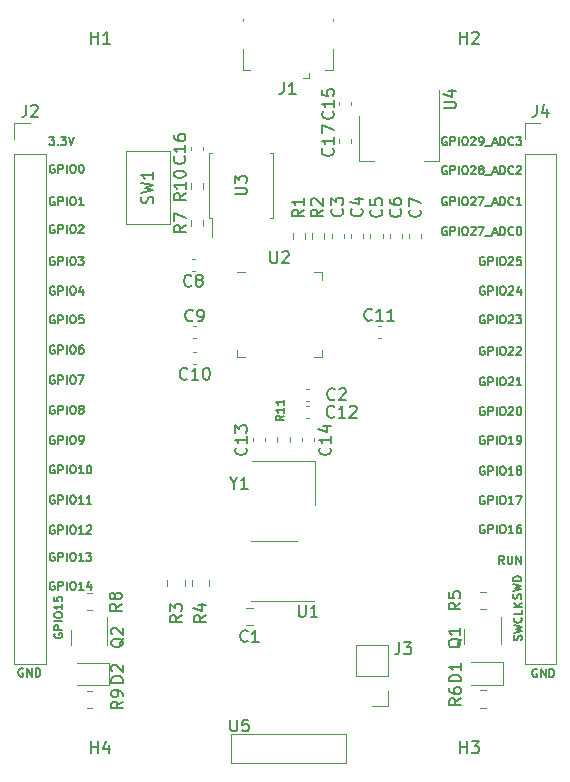
<source format=gbr>
%TF.GenerationSoftware,KiCad,Pcbnew,7.0.2*%
%TF.CreationDate,2023-07-03T13:26:32+03:00*%
%TF.ProjectId,rp2040,72703230-3430-42e6-9b69-6361645f7063,rev?*%
%TF.SameCoordinates,Original*%
%TF.FileFunction,Legend,Top*%
%TF.FilePolarity,Positive*%
%FSLAX46Y46*%
G04 Gerber Fmt 4.6, Leading zero omitted, Abs format (unit mm)*
G04 Created by KiCad (PCBNEW 7.0.2) date 2023-07-03 13:26:32*
%MOMM*%
%LPD*%
G01*
G04 APERTURE LIST*
%ADD10C,0.150000*%
%ADD11C,0.120000*%
G04 APERTURE END LIST*
D10*
X122983333Y-87247666D02*
X122916666Y-87214333D01*
X122916666Y-87214333D02*
X122816666Y-87214333D01*
X122816666Y-87214333D02*
X122716666Y-87247666D01*
X122716666Y-87247666D02*
X122650000Y-87314333D01*
X122650000Y-87314333D02*
X122616666Y-87381000D01*
X122616666Y-87381000D02*
X122583333Y-87514333D01*
X122583333Y-87514333D02*
X122583333Y-87614333D01*
X122583333Y-87614333D02*
X122616666Y-87747666D01*
X122616666Y-87747666D02*
X122650000Y-87814333D01*
X122650000Y-87814333D02*
X122716666Y-87881000D01*
X122716666Y-87881000D02*
X122816666Y-87914333D01*
X122816666Y-87914333D02*
X122883333Y-87914333D01*
X122883333Y-87914333D02*
X122983333Y-87881000D01*
X122983333Y-87881000D02*
X123016666Y-87847666D01*
X123016666Y-87847666D02*
X123016666Y-87614333D01*
X123016666Y-87614333D02*
X122883333Y-87614333D01*
X123316666Y-87914333D02*
X123316666Y-87214333D01*
X123316666Y-87214333D02*
X123583333Y-87214333D01*
X123583333Y-87214333D02*
X123650000Y-87247666D01*
X123650000Y-87247666D02*
X123683333Y-87281000D01*
X123683333Y-87281000D02*
X123716666Y-87347666D01*
X123716666Y-87347666D02*
X123716666Y-87447666D01*
X123716666Y-87447666D02*
X123683333Y-87514333D01*
X123683333Y-87514333D02*
X123650000Y-87547666D01*
X123650000Y-87547666D02*
X123583333Y-87581000D01*
X123583333Y-87581000D02*
X123316666Y-87581000D01*
X124016666Y-87914333D02*
X124016666Y-87214333D01*
X124483333Y-87214333D02*
X124616666Y-87214333D01*
X124616666Y-87214333D02*
X124683333Y-87247666D01*
X124683333Y-87247666D02*
X124749999Y-87314333D01*
X124749999Y-87314333D02*
X124783333Y-87447666D01*
X124783333Y-87447666D02*
X124783333Y-87681000D01*
X124783333Y-87681000D02*
X124749999Y-87814333D01*
X124749999Y-87814333D02*
X124683333Y-87881000D01*
X124683333Y-87881000D02*
X124616666Y-87914333D01*
X124616666Y-87914333D02*
X124483333Y-87914333D01*
X124483333Y-87914333D02*
X124416666Y-87881000D01*
X124416666Y-87881000D02*
X124349999Y-87814333D01*
X124349999Y-87814333D02*
X124316666Y-87681000D01*
X124316666Y-87681000D02*
X124316666Y-87447666D01*
X124316666Y-87447666D02*
X124349999Y-87314333D01*
X124349999Y-87314333D02*
X124416666Y-87247666D01*
X124416666Y-87247666D02*
X124483333Y-87214333D01*
X125016666Y-87214333D02*
X125449999Y-87214333D01*
X125449999Y-87214333D02*
X125216666Y-87481000D01*
X125216666Y-87481000D02*
X125316666Y-87481000D01*
X125316666Y-87481000D02*
X125383332Y-87514333D01*
X125383332Y-87514333D02*
X125416666Y-87547666D01*
X125416666Y-87547666D02*
X125449999Y-87614333D01*
X125449999Y-87614333D02*
X125449999Y-87781000D01*
X125449999Y-87781000D02*
X125416666Y-87847666D01*
X125416666Y-87847666D02*
X125383332Y-87881000D01*
X125383332Y-87881000D02*
X125316666Y-87914333D01*
X125316666Y-87914333D02*
X125116666Y-87914333D01*
X125116666Y-87914333D02*
X125049999Y-87881000D01*
X125049999Y-87881000D02*
X125016666Y-87847666D01*
X122983333Y-102397666D02*
X122916666Y-102364333D01*
X122916666Y-102364333D02*
X122816666Y-102364333D01*
X122816666Y-102364333D02*
X122716666Y-102397666D01*
X122716666Y-102397666D02*
X122650000Y-102464333D01*
X122650000Y-102464333D02*
X122616666Y-102531000D01*
X122616666Y-102531000D02*
X122583333Y-102664333D01*
X122583333Y-102664333D02*
X122583333Y-102764333D01*
X122583333Y-102764333D02*
X122616666Y-102897666D01*
X122616666Y-102897666D02*
X122650000Y-102964333D01*
X122650000Y-102964333D02*
X122716666Y-103031000D01*
X122716666Y-103031000D02*
X122816666Y-103064333D01*
X122816666Y-103064333D02*
X122883333Y-103064333D01*
X122883333Y-103064333D02*
X122983333Y-103031000D01*
X122983333Y-103031000D02*
X123016666Y-102997666D01*
X123016666Y-102997666D02*
X123016666Y-102764333D01*
X123016666Y-102764333D02*
X122883333Y-102764333D01*
X123316666Y-103064333D02*
X123316666Y-102364333D01*
X123316666Y-102364333D02*
X123583333Y-102364333D01*
X123583333Y-102364333D02*
X123650000Y-102397666D01*
X123650000Y-102397666D02*
X123683333Y-102431000D01*
X123683333Y-102431000D02*
X123716666Y-102497666D01*
X123716666Y-102497666D02*
X123716666Y-102597666D01*
X123716666Y-102597666D02*
X123683333Y-102664333D01*
X123683333Y-102664333D02*
X123650000Y-102697666D01*
X123650000Y-102697666D02*
X123583333Y-102731000D01*
X123583333Y-102731000D02*
X123316666Y-102731000D01*
X124016666Y-103064333D02*
X124016666Y-102364333D01*
X124483333Y-102364333D02*
X124616666Y-102364333D01*
X124616666Y-102364333D02*
X124683333Y-102397666D01*
X124683333Y-102397666D02*
X124749999Y-102464333D01*
X124749999Y-102464333D02*
X124783333Y-102597666D01*
X124783333Y-102597666D02*
X124783333Y-102831000D01*
X124783333Y-102831000D02*
X124749999Y-102964333D01*
X124749999Y-102964333D02*
X124683333Y-103031000D01*
X124683333Y-103031000D02*
X124616666Y-103064333D01*
X124616666Y-103064333D02*
X124483333Y-103064333D01*
X124483333Y-103064333D02*
X124416666Y-103031000D01*
X124416666Y-103031000D02*
X124349999Y-102964333D01*
X124349999Y-102964333D02*
X124316666Y-102831000D01*
X124316666Y-102831000D02*
X124316666Y-102597666D01*
X124316666Y-102597666D02*
X124349999Y-102464333D01*
X124349999Y-102464333D02*
X124416666Y-102397666D01*
X124416666Y-102397666D02*
X124483333Y-102364333D01*
X125116666Y-103064333D02*
X125249999Y-103064333D01*
X125249999Y-103064333D02*
X125316666Y-103031000D01*
X125316666Y-103031000D02*
X125349999Y-102997666D01*
X125349999Y-102997666D02*
X125416666Y-102897666D01*
X125416666Y-102897666D02*
X125449999Y-102764333D01*
X125449999Y-102764333D02*
X125449999Y-102497666D01*
X125449999Y-102497666D02*
X125416666Y-102431000D01*
X125416666Y-102431000D02*
X125383332Y-102397666D01*
X125383332Y-102397666D02*
X125316666Y-102364333D01*
X125316666Y-102364333D02*
X125183332Y-102364333D01*
X125183332Y-102364333D02*
X125116666Y-102397666D01*
X125116666Y-102397666D02*
X125083332Y-102431000D01*
X125083332Y-102431000D02*
X125049999Y-102497666D01*
X125049999Y-102497666D02*
X125049999Y-102664333D01*
X125049999Y-102664333D02*
X125083332Y-102731000D01*
X125083332Y-102731000D02*
X125116666Y-102764333D01*
X125116666Y-102764333D02*
X125183332Y-102797666D01*
X125183332Y-102797666D02*
X125316666Y-102797666D01*
X125316666Y-102797666D02*
X125383332Y-102764333D01*
X125383332Y-102764333D02*
X125416666Y-102731000D01*
X125416666Y-102731000D02*
X125449999Y-102664333D01*
X122983333Y-112297666D02*
X122916666Y-112264333D01*
X122916666Y-112264333D02*
X122816666Y-112264333D01*
X122816666Y-112264333D02*
X122716666Y-112297666D01*
X122716666Y-112297666D02*
X122650000Y-112364333D01*
X122650000Y-112364333D02*
X122616666Y-112431000D01*
X122616666Y-112431000D02*
X122583333Y-112564333D01*
X122583333Y-112564333D02*
X122583333Y-112664333D01*
X122583333Y-112664333D02*
X122616666Y-112797666D01*
X122616666Y-112797666D02*
X122650000Y-112864333D01*
X122650000Y-112864333D02*
X122716666Y-112931000D01*
X122716666Y-112931000D02*
X122816666Y-112964333D01*
X122816666Y-112964333D02*
X122883333Y-112964333D01*
X122883333Y-112964333D02*
X122983333Y-112931000D01*
X122983333Y-112931000D02*
X123016666Y-112897666D01*
X123016666Y-112897666D02*
X123016666Y-112664333D01*
X123016666Y-112664333D02*
X122883333Y-112664333D01*
X123316666Y-112964333D02*
X123316666Y-112264333D01*
X123316666Y-112264333D02*
X123583333Y-112264333D01*
X123583333Y-112264333D02*
X123650000Y-112297666D01*
X123650000Y-112297666D02*
X123683333Y-112331000D01*
X123683333Y-112331000D02*
X123716666Y-112397666D01*
X123716666Y-112397666D02*
X123716666Y-112497666D01*
X123716666Y-112497666D02*
X123683333Y-112564333D01*
X123683333Y-112564333D02*
X123650000Y-112597666D01*
X123650000Y-112597666D02*
X123583333Y-112631000D01*
X123583333Y-112631000D02*
X123316666Y-112631000D01*
X124016666Y-112964333D02*
X124016666Y-112264333D01*
X124483333Y-112264333D02*
X124616666Y-112264333D01*
X124616666Y-112264333D02*
X124683333Y-112297666D01*
X124683333Y-112297666D02*
X124749999Y-112364333D01*
X124749999Y-112364333D02*
X124783333Y-112497666D01*
X124783333Y-112497666D02*
X124783333Y-112731000D01*
X124783333Y-112731000D02*
X124749999Y-112864333D01*
X124749999Y-112864333D02*
X124683333Y-112931000D01*
X124683333Y-112931000D02*
X124616666Y-112964333D01*
X124616666Y-112964333D02*
X124483333Y-112964333D01*
X124483333Y-112964333D02*
X124416666Y-112931000D01*
X124416666Y-112931000D02*
X124349999Y-112864333D01*
X124349999Y-112864333D02*
X124316666Y-112731000D01*
X124316666Y-112731000D02*
X124316666Y-112497666D01*
X124316666Y-112497666D02*
X124349999Y-112364333D01*
X124349999Y-112364333D02*
X124416666Y-112297666D01*
X124416666Y-112297666D02*
X124483333Y-112264333D01*
X125449999Y-112964333D02*
X125049999Y-112964333D01*
X125249999Y-112964333D02*
X125249999Y-112264333D01*
X125249999Y-112264333D02*
X125183332Y-112364333D01*
X125183332Y-112364333D02*
X125116666Y-112431000D01*
X125116666Y-112431000D02*
X125049999Y-112464333D01*
X125683333Y-112264333D02*
X126116666Y-112264333D01*
X126116666Y-112264333D02*
X125883333Y-112531000D01*
X125883333Y-112531000D02*
X125983333Y-112531000D01*
X125983333Y-112531000D02*
X126049999Y-112564333D01*
X126049999Y-112564333D02*
X126083333Y-112597666D01*
X126083333Y-112597666D02*
X126116666Y-112664333D01*
X126116666Y-112664333D02*
X126116666Y-112831000D01*
X126116666Y-112831000D02*
X126083333Y-112897666D01*
X126083333Y-112897666D02*
X126049999Y-112931000D01*
X126049999Y-112931000D02*
X125983333Y-112964333D01*
X125983333Y-112964333D02*
X125783333Y-112964333D01*
X125783333Y-112964333D02*
X125716666Y-112931000D01*
X125716666Y-112931000D02*
X125683333Y-112897666D01*
X159383333Y-104997666D02*
X159316666Y-104964333D01*
X159316666Y-104964333D02*
X159216666Y-104964333D01*
X159216666Y-104964333D02*
X159116666Y-104997666D01*
X159116666Y-104997666D02*
X159050000Y-105064333D01*
X159050000Y-105064333D02*
X159016666Y-105131000D01*
X159016666Y-105131000D02*
X158983333Y-105264333D01*
X158983333Y-105264333D02*
X158983333Y-105364333D01*
X158983333Y-105364333D02*
X159016666Y-105497666D01*
X159016666Y-105497666D02*
X159050000Y-105564333D01*
X159050000Y-105564333D02*
X159116666Y-105631000D01*
X159116666Y-105631000D02*
X159216666Y-105664333D01*
X159216666Y-105664333D02*
X159283333Y-105664333D01*
X159283333Y-105664333D02*
X159383333Y-105631000D01*
X159383333Y-105631000D02*
X159416666Y-105597666D01*
X159416666Y-105597666D02*
X159416666Y-105364333D01*
X159416666Y-105364333D02*
X159283333Y-105364333D01*
X159716666Y-105664333D02*
X159716666Y-104964333D01*
X159716666Y-104964333D02*
X159983333Y-104964333D01*
X159983333Y-104964333D02*
X160050000Y-104997666D01*
X160050000Y-104997666D02*
X160083333Y-105031000D01*
X160083333Y-105031000D02*
X160116666Y-105097666D01*
X160116666Y-105097666D02*
X160116666Y-105197666D01*
X160116666Y-105197666D02*
X160083333Y-105264333D01*
X160083333Y-105264333D02*
X160050000Y-105297666D01*
X160050000Y-105297666D02*
X159983333Y-105331000D01*
X159983333Y-105331000D02*
X159716666Y-105331000D01*
X160416666Y-105664333D02*
X160416666Y-104964333D01*
X160883333Y-104964333D02*
X161016666Y-104964333D01*
X161016666Y-104964333D02*
X161083333Y-104997666D01*
X161083333Y-104997666D02*
X161149999Y-105064333D01*
X161149999Y-105064333D02*
X161183333Y-105197666D01*
X161183333Y-105197666D02*
X161183333Y-105431000D01*
X161183333Y-105431000D02*
X161149999Y-105564333D01*
X161149999Y-105564333D02*
X161083333Y-105631000D01*
X161083333Y-105631000D02*
X161016666Y-105664333D01*
X161016666Y-105664333D02*
X160883333Y-105664333D01*
X160883333Y-105664333D02*
X160816666Y-105631000D01*
X160816666Y-105631000D02*
X160749999Y-105564333D01*
X160749999Y-105564333D02*
X160716666Y-105431000D01*
X160716666Y-105431000D02*
X160716666Y-105197666D01*
X160716666Y-105197666D02*
X160749999Y-105064333D01*
X160749999Y-105064333D02*
X160816666Y-104997666D01*
X160816666Y-104997666D02*
X160883333Y-104964333D01*
X161849999Y-105664333D02*
X161449999Y-105664333D01*
X161649999Y-105664333D02*
X161649999Y-104964333D01*
X161649999Y-104964333D02*
X161583332Y-105064333D01*
X161583332Y-105064333D02*
X161516666Y-105131000D01*
X161516666Y-105131000D02*
X161449999Y-105164333D01*
X162249999Y-105264333D02*
X162183333Y-105231000D01*
X162183333Y-105231000D02*
X162149999Y-105197666D01*
X162149999Y-105197666D02*
X162116666Y-105131000D01*
X162116666Y-105131000D02*
X162116666Y-105097666D01*
X162116666Y-105097666D02*
X162149999Y-105031000D01*
X162149999Y-105031000D02*
X162183333Y-104997666D01*
X162183333Y-104997666D02*
X162249999Y-104964333D01*
X162249999Y-104964333D02*
X162383333Y-104964333D01*
X162383333Y-104964333D02*
X162449999Y-104997666D01*
X162449999Y-104997666D02*
X162483333Y-105031000D01*
X162483333Y-105031000D02*
X162516666Y-105097666D01*
X162516666Y-105097666D02*
X162516666Y-105131000D01*
X162516666Y-105131000D02*
X162483333Y-105197666D01*
X162483333Y-105197666D02*
X162449999Y-105231000D01*
X162449999Y-105231000D02*
X162383333Y-105264333D01*
X162383333Y-105264333D02*
X162249999Y-105264333D01*
X162249999Y-105264333D02*
X162183333Y-105297666D01*
X162183333Y-105297666D02*
X162149999Y-105331000D01*
X162149999Y-105331000D02*
X162116666Y-105397666D01*
X162116666Y-105397666D02*
X162116666Y-105531000D01*
X162116666Y-105531000D02*
X162149999Y-105597666D01*
X162149999Y-105597666D02*
X162183333Y-105631000D01*
X162183333Y-105631000D02*
X162249999Y-105664333D01*
X162249999Y-105664333D02*
X162383333Y-105664333D01*
X162383333Y-105664333D02*
X162449999Y-105631000D01*
X162449999Y-105631000D02*
X162483333Y-105597666D01*
X162483333Y-105597666D02*
X162516666Y-105531000D01*
X162516666Y-105531000D02*
X162516666Y-105397666D01*
X162516666Y-105397666D02*
X162483333Y-105331000D01*
X162483333Y-105331000D02*
X162449999Y-105297666D01*
X162449999Y-105297666D02*
X162383333Y-105264333D01*
X122983333Y-79447666D02*
X122916666Y-79414333D01*
X122916666Y-79414333D02*
X122816666Y-79414333D01*
X122816666Y-79414333D02*
X122716666Y-79447666D01*
X122716666Y-79447666D02*
X122650000Y-79514333D01*
X122650000Y-79514333D02*
X122616666Y-79581000D01*
X122616666Y-79581000D02*
X122583333Y-79714333D01*
X122583333Y-79714333D02*
X122583333Y-79814333D01*
X122583333Y-79814333D02*
X122616666Y-79947666D01*
X122616666Y-79947666D02*
X122650000Y-80014333D01*
X122650000Y-80014333D02*
X122716666Y-80081000D01*
X122716666Y-80081000D02*
X122816666Y-80114333D01*
X122816666Y-80114333D02*
X122883333Y-80114333D01*
X122883333Y-80114333D02*
X122983333Y-80081000D01*
X122983333Y-80081000D02*
X123016666Y-80047666D01*
X123016666Y-80047666D02*
X123016666Y-79814333D01*
X123016666Y-79814333D02*
X122883333Y-79814333D01*
X123316666Y-80114333D02*
X123316666Y-79414333D01*
X123316666Y-79414333D02*
X123583333Y-79414333D01*
X123583333Y-79414333D02*
X123650000Y-79447666D01*
X123650000Y-79447666D02*
X123683333Y-79481000D01*
X123683333Y-79481000D02*
X123716666Y-79547666D01*
X123716666Y-79547666D02*
X123716666Y-79647666D01*
X123716666Y-79647666D02*
X123683333Y-79714333D01*
X123683333Y-79714333D02*
X123650000Y-79747666D01*
X123650000Y-79747666D02*
X123583333Y-79781000D01*
X123583333Y-79781000D02*
X123316666Y-79781000D01*
X124016666Y-80114333D02*
X124016666Y-79414333D01*
X124483333Y-79414333D02*
X124616666Y-79414333D01*
X124616666Y-79414333D02*
X124683333Y-79447666D01*
X124683333Y-79447666D02*
X124749999Y-79514333D01*
X124749999Y-79514333D02*
X124783333Y-79647666D01*
X124783333Y-79647666D02*
X124783333Y-79881000D01*
X124783333Y-79881000D02*
X124749999Y-80014333D01*
X124749999Y-80014333D02*
X124683333Y-80081000D01*
X124683333Y-80081000D02*
X124616666Y-80114333D01*
X124616666Y-80114333D02*
X124483333Y-80114333D01*
X124483333Y-80114333D02*
X124416666Y-80081000D01*
X124416666Y-80081000D02*
X124349999Y-80014333D01*
X124349999Y-80014333D02*
X124316666Y-79881000D01*
X124316666Y-79881000D02*
X124316666Y-79647666D01*
X124316666Y-79647666D02*
X124349999Y-79514333D01*
X124349999Y-79514333D02*
X124416666Y-79447666D01*
X124416666Y-79447666D02*
X124483333Y-79414333D01*
X125216666Y-79414333D02*
X125283332Y-79414333D01*
X125283332Y-79414333D02*
X125349999Y-79447666D01*
X125349999Y-79447666D02*
X125383332Y-79481000D01*
X125383332Y-79481000D02*
X125416666Y-79547666D01*
X125416666Y-79547666D02*
X125449999Y-79681000D01*
X125449999Y-79681000D02*
X125449999Y-79847666D01*
X125449999Y-79847666D02*
X125416666Y-79981000D01*
X125416666Y-79981000D02*
X125383332Y-80047666D01*
X125383332Y-80047666D02*
X125349999Y-80081000D01*
X125349999Y-80081000D02*
X125283332Y-80114333D01*
X125283332Y-80114333D02*
X125216666Y-80114333D01*
X125216666Y-80114333D02*
X125149999Y-80081000D01*
X125149999Y-80081000D02*
X125116666Y-80047666D01*
X125116666Y-80047666D02*
X125083332Y-79981000D01*
X125083332Y-79981000D02*
X125049999Y-79847666D01*
X125049999Y-79847666D02*
X125049999Y-79681000D01*
X125049999Y-79681000D02*
X125083332Y-79547666D01*
X125083332Y-79547666D02*
X125116666Y-79481000D01*
X125116666Y-79481000D02*
X125149999Y-79447666D01*
X125149999Y-79447666D02*
X125216666Y-79414333D01*
X159383333Y-102397666D02*
X159316666Y-102364333D01*
X159316666Y-102364333D02*
X159216666Y-102364333D01*
X159216666Y-102364333D02*
X159116666Y-102397666D01*
X159116666Y-102397666D02*
X159050000Y-102464333D01*
X159050000Y-102464333D02*
X159016666Y-102531000D01*
X159016666Y-102531000D02*
X158983333Y-102664333D01*
X158983333Y-102664333D02*
X158983333Y-102764333D01*
X158983333Y-102764333D02*
X159016666Y-102897666D01*
X159016666Y-102897666D02*
X159050000Y-102964333D01*
X159050000Y-102964333D02*
X159116666Y-103031000D01*
X159116666Y-103031000D02*
X159216666Y-103064333D01*
X159216666Y-103064333D02*
X159283333Y-103064333D01*
X159283333Y-103064333D02*
X159383333Y-103031000D01*
X159383333Y-103031000D02*
X159416666Y-102997666D01*
X159416666Y-102997666D02*
X159416666Y-102764333D01*
X159416666Y-102764333D02*
X159283333Y-102764333D01*
X159716666Y-103064333D02*
X159716666Y-102364333D01*
X159716666Y-102364333D02*
X159983333Y-102364333D01*
X159983333Y-102364333D02*
X160050000Y-102397666D01*
X160050000Y-102397666D02*
X160083333Y-102431000D01*
X160083333Y-102431000D02*
X160116666Y-102497666D01*
X160116666Y-102497666D02*
X160116666Y-102597666D01*
X160116666Y-102597666D02*
X160083333Y-102664333D01*
X160083333Y-102664333D02*
X160050000Y-102697666D01*
X160050000Y-102697666D02*
X159983333Y-102731000D01*
X159983333Y-102731000D02*
X159716666Y-102731000D01*
X160416666Y-103064333D02*
X160416666Y-102364333D01*
X160883333Y-102364333D02*
X161016666Y-102364333D01*
X161016666Y-102364333D02*
X161083333Y-102397666D01*
X161083333Y-102397666D02*
X161149999Y-102464333D01*
X161149999Y-102464333D02*
X161183333Y-102597666D01*
X161183333Y-102597666D02*
X161183333Y-102831000D01*
X161183333Y-102831000D02*
X161149999Y-102964333D01*
X161149999Y-102964333D02*
X161083333Y-103031000D01*
X161083333Y-103031000D02*
X161016666Y-103064333D01*
X161016666Y-103064333D02*
X160883333Y-103064333D01*
X160883333Y-103064333D02*
X160816666Y-103031000D01*
X160816666Y-103031000D02*
X160749999Y-102964333D01*
X160749999Y-102964333D02*
X160716666Y-102831000D01*
X160716666Y-102831000D02*
X160716666Y-102597666D01*
X160716666Y-102597666D02*
X160749999Y-102464333D01*
X160749999Y-102464333D02*
X160816666Y-102397666D01*
X160816666Y-102397666D02*
X160883333Y-102364333D01*
X161849999Y-103064333D02*
X161449999Y-103064333D01*
X161649999Y-103064333D02*
X161649999Y-102364333D01*
X161649999Y-102364333D02*
X161583332Y-102464333D01*
X161583332Y-102464333D02*
X161516666Y-102531000D01*
X161516666Y-102531000D02*
X161449999Y-102564333D01*
X162183333Y-103064333D02*
X162316666Y-103064333D01*
X162316666Y-103064333D02*
X162383333Y-103031000D01*
X162383333Y-103031000D02*
X162416666Y-102997666D01*
X162416666Y-102997666D02*
X162483333Y-102897666D01*
X162483333Y-102897666D02*
X162516666Y-102764333D01*
X162516666Y-102764333D02*
X162516666Y-102497666D01*
X162516666Y-102497666D02*
X162483333Y-102431000D01*
X162483333Y-102431000D02*
X162449999Y-102397666D01*
X162449999Y-102397666D02*
X162383333Y-102364333D01*
X162383333Y-102364333D02*
X162249999Y-102364333D01*
X162249999Y-102364333D02*
X162183333Y-102397666D01*
X162183333Y-102397666D02*
X162149999Y-102431000D01*
X162149999Y-102431000D02*
X162116666Y-102497666D01*
X162116666Y-102497666D02*
X162116666Y-102664333D01*
X162116666Y-102664333D02*
X162149999Y-102731000D01*
X162149999Y-102731000D02*
X162183333Y-102764333D01*
X162183333Y-102764333D02*
X162249999Y-102797666D01*
X162249999Y-102797666D02*
X162383333Y-102797666D01*
X162383333Y-102797666D02*
X162449999Y-102764333D01*
X162449999Y-102764333D02*
X162483333Y-102731000D01*
X162483333Y-102731000D02*
X162516666Y-102664333D01*
X122983333Y-99847666D02*
X122916666Y-99814333D01*
X122916666Y-99814333D02*
X122816666Y-99814333D01*
X122816666Y-99814333D02*
X122716666Y-99847666D01*
X122716666Y-99847666D02*
X122650000Y-99914333D01*
X122650000Y-99914333D02*
X122616666Y-99981000D01*
X122616666Y-99981000D02*
X122583333Y-100114333D01*
X122583333Y-100114333D02*
X122583333Y-100214333D01*
X122583333Y-100214333D02*
X122616666Y-100347666D01*
X122616666Y-100347666D02*
X122650000Y-100414333D01*
X122650000Y-100414333D02*
X122716666Y-100481000D01*
X122716666Y-100481000D02*
X122816666Y-100514333D01*
X122816666Y-100514333D02*
X122883333Y-100514333D01*
X122883333Y-100514333D02*
X122983333Y-100481000D01*
X122983333Y-100481000D02*
X123016666Y-100447666D01*
X123016666Y-100447666D02*
X123016666Y-100214333D01*
X123016666Y-100214333D02*
X122883333Y-100214333D01*
X123316666Y-100514333D02*
X123316666Y-99814333D01*
X123316666Y-99814333D02*
X123583333Y-99814333D01*
X123583333Y-99814333D02*
X123650000Y-99847666D01*
X123650000Y-99847666D02*
X123683333Y-99881000D01*
X123683333Y-99881000D02*
X123716666Y-99947666D01*
X123716666Y-99947666D02*
X123716666Y-100047666D01*
X123716666Y-100047666D02*
X123683333Y-100114333D01*
X123683333Y-100114333D02*
X123650000Y-100147666D01*
X123650000Y-100147666D02*
X123583333Y-100181000D01*
X123583333Y-100181000D02*
X123316666Y-100181000D01*
X124016666Y-100514333D02*
X124016666Y-99814333D01*
X124483333Y-99814333D02*
X124616666Y-99814333D01*
X124616666Y-99814333D02*
X124683333Y-99847666D01*
X124683333Y-99847666D02*
X124749999Y-99914333D01*
X124749999Y-99914333D02*
X124783333Y-100047666D01*
X124783333Y-100047666D02*
X124783333Y-100281000D01*
X124783333Y-100281000D02*
X124749999Y-100414333D01*
X124749999Y-100414333D02*
X124683333Y-100481000D01*
X124683333Y-100481000D02*
X124616666Y-100514333D01*
X124616666Y-100514333D02*
X124483333Y-100514333D01*
X124483333Y-100514333D02*
X124416666Y-100481000D01*
X124416666Y-100481000D02*
X124349999Y-100414333D01*
X124349999Y-100414333D02*
X124316666Y-100281000D01*
X124316666Y-100281000D02*
X124316666Y-100047666D01*
X124316666Y-100047666D02*
X124349999Y-99914333D01*
X124349999Y-99914333D02*
X124416666Y-99847666D01*
X124416666Y-99847666D02*
X124483333Y-99814333D01*
X125183332Y-100114333D02*
X125116666Y-100081000D01*
X125116666Y-100081000D02*
X125083332Y-100047666D01*
X125083332Y-100047666D02*
X125049999Y-99981000D01*
X125049999Y-99981000D02*
X125049999Y-99947666D01*
X125049999Y-99947666D02*
X125083332Y-99881000D01*
X125083332Y-99881000D02*
X125116666Y-99847666D01*
X125116666Y-99847666D02*
X125183332Y-99814333D01*
X125183332Y-99814333D02*
X125316666Y-99814333D01*
X125316666Y-99814333D02*
X125383332Y-99847666D01*
X125383332Y-99847666D02*
X125416666Y-99881000D01*
X125416666Y-99881000D02*
X125449999Y-99947666D01*
X125449999Y-99947666D02*
X125449999Y-99981000D01*
X125449999Y-99981000D02*
X125416666Y-100047666D01*
X125416666Y-100047666D02*
X125383332Y-100081000D01*
X125383332Y-100081000D02*
X125316666Y-100114333D01*
X125316666Y-100114333D02*
X125183332Y-100114333D01*
X125183332Y-100114333D02*
X125116666Y-100147666D01*
X125116666Y-100147666D02*
X125083332Y-100181000D01*
X125083332Y-100181000D02*
X125049999Y-100247666D01*
X125049999Y-100247666D02*
X125049999Y-100381000D01*
X125049999Y-100381000D02*
X125083332Y-100447666D01*
X125083332Y-100447666D02*
X125116666Y-100481000D01*
X125116666Y-100481000D02*
X125183332Y-100514333D01*
X125183332Y-100514333D02*
X125316666Y-100514333D01*
X125316666Y-100514333D02*
X125383332Y-100481000D01*
X125383332Y-100481000D02*
X125416666Y-100447666D01*
X125416666Y-100447666D02*
X125449999Y-100381000D01*
X125449999Y-100381000D02*
X125449999Y-100247666D01*
X125449999Y-100247666D02*
X125416666Y-100181000D01*
X125416666Y-100181000D02*
X125383332Y-100147666D01*
X125383332Y-100147666D02*
X125316666Y-100114333D01*
X122983333Y-109997666D02*
X122916666Y-109964333D01*
X122916666Y-109964333D02*
X122816666Y-109964333D01*
X122816666Y-109964333D02*
X122716666Y-109997666D01*
X122716666Y-109997666D02*
X122650000Y-110064333D01*
X122650000Y-110064333D02*
X122616666Y-110131000D01*
X122616666Y-110131000D02*
X122583333Y-110264333D01*
X122583333Y-110264333D02*
X122583333Y-110364333D01*
X122583333Y-110364333D02*
X122616666Y-110497666D01*
X122616666Y-110497666D02*
X122650000Y-110564333D01*
X122650000Y-110564333D02*
X122716666Y-110631000D01*
X122716666Y-110631000D02*
X122816666Y-110664333D01*
X122816666Y-110664333D02*
X122883333Y-110664333D01*
X122883333Y-110664333D02*
X122983333Y-110631000D01*
X122983333Y-110631000D02*
X123016666Y-110597666D01*
X123016666Y-110597666D02*
X123016666Y-110364333D01*
X123016666Y-110364333D02*
X122883333Y-110364333D01*
X123316666Y-110664333D02*
X123316666Y-109964333D01*
X123316666Y-109964333D02*
X123583333Y-109964333D01*
X123583333Y-109964333D02*
X123650000Y-109997666D01*
X123650000Y-109997666D02*
X123683333Y-110031000D01*
X123683333Y-110031000D02*
X123716666Y-110097666D01*
X123716666Y-110097666D02*
X123716666Y-110197666D01*
X123716666Y-110197666D02*
X123683333Y-110264333D01*
X123683333Y-110264333D02*
X123650000Y-110297666D01*
X123650000Y-110297666D02*
X123583333Y-110331000D01*
X123583333Y-110331000D02*
X123316666Y-110331000D01*
X124016666Y-110664333D02*
X124016666Y-109964333D01*
X124483333Y-109964333D02*
X124616666Y-109964333D01*
X124616666Y-109964333D02*
X124683333Y-109997666D01*
X124683333Y-109997666D02*
X124749999Y-110064333D01*
X124749999Y-110064333D02*
X124783333Y-110197666D01*
X124783333Y-110197666D02*
X124783333Y-110431000D01*
X124783333Y-110431000D02*
X124749999Y-110564333D01*
X124749999Y-110564333D02*
X124683333Y-110631000D01*
X124683333Y-110631000D02*
X124616666Y-110664333D01*
X124616666Y-110664333D02*
X124483333Y-110664333D01*
X124483333Y-110664333D02*
X124416666Y-110631000D01*
X124416666Y-110631000D02*
X124349999Y-110564333D01*
X124349999Y-110564333D02*
X124316666Y-110431000D01*
X124316666Y-110431000D02*
X124316666Y-110197666D01*
X124316666Y-110197666D02*
X124349999Y-110064333D01*
X124349999Y-110064333D02*
X124416666Y-109997666D01*
X124416666Y-109997666D02*
X124483333Y-109964333D01*
X125449999Y-110664333D02*
X125049999Y-110664333D01*
X125249999Y-110664333D02*
X125249999Y-109964333D01*
X125249999Y-109964333D02*
X125183332Y-110064333D01*
X125183332Y-110064333D02*
X125116666Y-110131000D01*
X125116666Y-110131000D02*
X125049999Y-110164333D01*
X125716666Y-110031000D02*
X125749999Y-109997666D01*
X125749999Y-109997666D02*
X125816666Y-109964333D01*
X125816666Y-109964333D02*
X125983333Y-109964333D01*
X125983333Y-109964333D02*
X126049999Y-109997666D01*
X126049999Y-109997666D02*
X126083333Y-110031000D01*
X126083333Y-110031000D02*
X126116666Y-110097666D01*
X126116666Y-110097666D02*
X126116666Y-110164333D01*
X126116666Y-110164333D02*
X126083333Y-110264333D01*
X126083333Y-110264333D02*
X125683333Y-110664333D01*
X125683333Y-110664333D02*
X126116666Y-110664333D01*
X162481000Y-116166666D02*
X162514333Y-116066666D01*
X162514333Y-116066666D02*
X162514333Y-115900000D01*
X162514333Y-115900000D02*
X162481000Y-115833333D01*
X162481000Y-115833333D02*
X162447666Y-115800000D01*
X162447666Y-115800000D02*
X162381000Y-115766666D01*
X162381000Y-115766666D02*
X162314333Y-115766666D01*
X162314333Y-115766666D02*
X162247666Y-115800000D01*
X162247666Y-115800000D02*
X162214333Y-115833333D01*
X162214333Y-115833333D02*
X162181000Y-115900000D01*
X162181000Y-115900000D02*
X162147666Y-116033333D01*
X162147666Y-116033333D02*
X162114333Y-116100000D01*
X162114333Y-116100000D02*
X162081000Y-116133333D01*
X162081000Y-116133333D02*
X162014333Y-116166666D01*
X162014333Y-116166666D02*
X161947666Y-116166666D01*
X161947666Y-116166666D02*
X161881000Y-116133333D01*
X161881000Y-116133333D02*
X161847666Y-116100000D01*
X161847666Y-116100000D02*
X161814333Y-116033333D01*
X161814333Y-116033333D02*
X161814333Y-115866666D01*
X161814333Y-115866666D02*
X161847666Y-115766666D01*
X161814333Y-115533333D02*
X162514333Y-115366666D01*
X162514333Y-115366666D02*
X162014333Y-115233333D01*
X162014333Y-115233333D02*
X162514333Y-115099999D01*
X162514333Y-115099999D02*
X161814333Y-114933333D01*
X162514333Y-114666666D02*
X161814333Y-114666666D01*
X161814333Y-114666666D02*
X161814333Y-114499999D01*
X161814333Y-114499999D02*
X161847666Y-114399999D01*
X161847666Y-114399999D02*
X161914333Y-114333333D01*
X161914333Y-114333333D02*
X161981000Y-114299999D01*
X161981000Y-114299999D02*
X162114333Y-114266666D01*
X162114333Y-114266666D02*
X162214333Y-114266666D01*
X162214333Y-114266666D02*
X162347666Y-114299999D01*
X162347666Y-114299999D02*
X162414333Y-114333333D01*
X162414333Y-114333333D02*
X162481000Y-114399999D01*
X162481000Y-114399999D02*
X162514333Y-114499999D01*
X162514333Y-114499999D02*
X162514333Y-114666666D01*
X122983333Y-82197666D02*
X122916666Y-82164333D01*
X122916666Y-82164333D02*
X122816666Y-82164333D01*
X122816666Y-82164333D02*
X122716666Y-82197666D01*
X122716666Y-82197666D02*
X122650000Y-82264333D01*
X122650000Y-82264333D02*
X122616666Y-82331000D01*
X122616666Y-82331000D02*
X122583333Y-82464333D01*
X122583333Y-82464333D02*
X122583333Y-82564333D01*
X122583333Y-82564333D02*
X122616666Y-82697666D01*
X122616666Y-82697666D02*
X122650000Y-82764333D01*
X122650000Y-82764333D02*
X122716666Y-82831000D01*
X122716666Y-82831000D02*
X122816666Y-82864333D01*
X122816666Y-82864333D02*
X122883333Y-82864333D01*
X122883333Y-82864333D02*
X122983333Y-82831000D01*
X122983333Y-82831000D02*
X123016666Y-82797666D01*
X123016666Y-82797666D02*
X123016666Y-82564333D01*
X123016666Y-82564333D02*
X122883333Y-82564333D01*
X123316666Y-82864333D02*
X123316666Y-82164333D01*
X123316666Y-82164333D02*
X123583333Y-82164333D01*
X123583333Y-82164333D02*
X123650000Y-82197666D01*
X123650000Y-82197666D02*
X123683333Y-82231000D01*
X123683333Y-82231000D02*
X123716666Y-82297666D01*
X123716666Y-82297666D02*
X123716666Y-82397666D01*
X123716666Y-82397666D02*
X123683333Y-82464333D01*
X123683333Y-82464333D02*
X123650000Y-82497666D01*
X123650000Y-82497666D02*
X123583333Y-82531000D01*
X123583333Y-82531000D02*
X123316666Y-82531000D01*
X124016666Y-82864333D02*
X124016666Y-82164333D01*
X124483333Y-82164333D02*
X124616666Y-82164333D01*
X124616666Y-82164333D02*
X124683333Y-82197666D01*
X124683333Y-82197666D02*
X124749999Y-82264333D01*
X124749999Y-82264333D02*
X124783333Y-82397666D01*
X124783333Y-82397666D02*
X124783333Y-82631000D01*
X124783333Y-82631000D02*
X124749999Y-82764333D01*
X124749999Y-82764333D02*
X124683333Y-82831000D01*
X124683333Y-82831000D02*
X124616666Y-82864333D01*
X124616666Y-82864333D02*
X124483333Y-82864333D01*
X124483333Y-82864333D02*
X124416666Y-82831000D01*
X124416666Y-82831000D02*
X124349999Y-82764333D01*
X124349999Y-82764333D02*
X124316666Y-82631000D01*
X124316666Y-82631000D02*
X124316666Y-82397666D01*
X124316666Y-82397666D02*
X124349999Y-82264333D01*
X124349999Y-82264333D02*
X124416666Y-82197666D01*
X124416666Y-82197666D02*
X124483333Y-82164333D01*
X125449999Y-82864333D02*
X125049999Y-82864333D01*
X125249999Y-82864333D02*
X125249999Y-82164333D01*
X125249999Y-82164333D02*
X125183332Y-82264333D01*
X125183332Y-82264333D02*
X125116666Y-82331000D01*
X125116666Y-82331000D02*
X125049999Y-82364333D01*
X159383333Y-109947666D02*
X159316666Y-109914333D01*
X159316666Y-109914333D02*
X159216666Y-109914333D01*
X159216666Y-109914333D02*
X159116666Y-109947666D01*
X159116666Y-109947666D02*
X159050000Y-110014333D01*
X159050000Y-110014333D02*
X159016666Y-110081000D01*
X159016666Y-110081000D02*
X158983333Y-110214333D01*
X158983333Y-110214333D02*
X158983333Y-110314333D01*
X158983333Y-110314333D02*
X159016666Y-110447666D01*
X159016666Y-110447666D02*
X159050000Y-110514333D01*
X159050000Y-110514333D02*
X159116666Y-110581000D01*
X159116666Y-110581000D02*
X159216666Y-110614333D01*
X159216666Y-110614333D02*
X159283333Y-110614333D01*
X159283333Y-110614333D02*
X159383333Y-110581000D01*
X159383333Y-110581000D02*
X159416666Y-110547666D01*
X159416666Y-110547666D02*
X159416666Y-110314333D01*
X159416666Y-110314333D02*
X159283333Y-110314333D01*
X159716666Y-110614333D02*
X159716666Y-109914333D01*
X159716666Y-109914333D02*
X159983333Y-109914333D01*
X159983333Y-109914333D02*
X160050000Y-109947666D01*
X160050000Y-109947666D02*
X160083333Y-109981000D01*
X160083333Y-109981000D02*
X160116666Y-110047666D01*
X160116666Y-110047666D02*
X160116666Y-110147666D01*
X160116666Y-110147666D02*
X160083333Y-110214333D01*
X160083333Y-110214333D02*
X160050000Y-110247666D01*
X160050000Y-110247666D02*
X159983333Y-110281000D01*
X159983333Y-110281000D02*
X159716666Y-110281000D01*
X160416666Y-110614333D02*
X160416666Y-109914333D01*
X160883333Y-109914333D02*
X161016666Y-109914333D01*
X161016666Y-109914333D02*
X161083333Y-109947666D01*
X161083333Y-109947666D02*
X161149999Y-110014333D01*
X161149999Y-110014333D02*
X161183333Y-110147666D01*
X161183333Y-110147666D02*
X161183333Y-110381000D01*
X161183333Y-110381000D02*
X161149999Y-110514333D01*
X161149999Y-110514333D02*
X161083333Y-110581000D01*
X161083333Y-110581000D02*
X161016666Y-110614333D01*
X161016666Y-110614333D02*
X160883333Y-110614333D01*
X160883333Y-110614333D02*
X160816666Y-110581000D01*
X160816666Y-110581000D02*
X160749999Y-110514333D01*
X160749999Y-110514333D02*
X160716666Y-110381000D01*
X160716666Y-110381000D02*
X160716666Y-110147666D01*
X160716666Y-110147666D02*
X160749999Y-110014333D01*
X160749999Y-110014333D02*
X160816666Y-109947666D01*
X160816666Y-109947666D02*
X160883333Y-109914333D01*
X161849999Y-110614333D02*
X161449999Y-110614333D01*
X161649999Y-110614333D02*
X161649999Y-109914333D01*
X161649999Y-109914333D02*
X161583332Y-110014333D01*
X161583332Y-110014333D02*
X161516666Y-110081000D01*
X161516666Y-110081000D02*
X161449999Y-110114333D01*
X162449999Y-109914333D02*
X162316666Y-109914333D01*
X162316666Y-109914333D02*
X162249999Y-109947666D01*
X162249999Y-109947666D02*
X162216666Y-109981000D01*
X162216666Y-109981000D02*
X162149999Y-110081000D01*
X162149999Y-110081000D02*
X162116666Y-110214333D01*
X162116666Y-110214333D02*
X162116666Y-110481000D01*
X162116666Y-110481000D02*
X162149999Y-110547666D01*
X162149999Y-110547666D02*
X162183333Y-110581000D01*
X162183333Y-110581000D02*
X162249999Y-110614333D01*
X162249999Y-110614333D02*
X162383333Y-110614333D01*
X162383333Y-110614333D02*
X162449999Y-110581000D01*
X162449999Y-110581000D02*
X162483333Y-110547666D01*
X162483333Y-110547666D02*
X162516666Y-110481000D01*
X162516666Y-110481000D02*
X162516666Y-110314333D01*
X162516666Y-110314333D02*
X162483333Y-110247666D01*
X162483333Y-110247666D02*
X162449999Y-110214333D01*
X162449999Y-110214333D02*
X162383333Y-110181000D01*
X162383333Y-110181000D02*
X162249999Y-110181000D01*
X162249999Y-110181000D02*
X162183333Y-110214333D01*
X162183333Y-110214333D02*
X162149999Y-110247666D01*
X162149999Y-110247666D02*
X162116666Y-110314333D01*
X159383333Y-94847666D02*
X159316666Y-94814333D01*
X159316666Y-94814333D02*
X159216666Y-94814333D01*
X159216666Y-94814333D02*
X159116666Y-94847666D01*
X159116666Y-94847666D02*
X159050000Y-94914333D01*
X159050000Y-94914333D02*
X159016666Y-94981000D01*
X159016666Y-94981000D02*
X158983333Y-95114333D01*
X158983333Y-95114333D02*
X158983333Y-95214333D01*
X158983333Y-95214333D02*
X159016666Y-95347666D01*
X159016666Y-95347666D02*
X159050000Y-95414333D01*
X159050000Y-95414333D02*
X159116666Y-95481000D01*
X159116666Y-95481000D02*
X159216666Y-95514333D01*
X159216666Y-95514333D02*
X159283333Y-95514333D01*
X159283333Y-95514333D02*
X159383333Y-95481000D01*
X159383333Y-95481000D02*
X159416666Y-95447666D01*
X159416666Y-95447666D02*
X159416666Y-95214333D01*
X159416666Y-95214333D02*
X159283333Y-95214333D01*
X159716666Y-95514333D02*
X159716666Y-94814333D01*
X159716666Y-94814333D02*
X159983333Y-94814333D01*
X159983333Y-94814333D02*
X160050000Y-94847666D01*
X160050000Y-94847666D02*
X160083333Y-94881000D01*
X160083333Y-94881000D02*
X160116666Y-94947666D01*
X160116666Y-94947666D02*
X160116666Y-95047666D01*
X160116666Y-95047666D02*
X160083333Y-95114333D01*
X160083333Y-95114333D02*
X160050000Y-95147666D01*
X160050000Y-95147666D02*
X159983333Y-95181000D01*
X159983333Y-95181000D02*
X159716666Y-95181000D01*
X160416666Y-95514333D02*
X160416666Y-94814333D01*
X160883333Y-94814333D02*
X161016666Y-94814333D01*
X161016666Y-94814333D02*
X161083333Y-94847666D01*
X161083333Y-94847666D02*
X161149999Y-94914333D01*
X161149999Y-94914333D02*
X161183333Y-95047666D01*
X161183333Y-95047666D02*
X161183333Y-95281000D01*
X161183333Y-95281000D02*
X161149999Y-95414333D01*
X161149999Y-95414333D02*
X161083333Y-95481000D01*
X161083333Y-95481000D02*
X161016666Y-95514333D01*
X161016666Y-95514333D02*
X160883333Y-95514333D01*
X160883333Y-95514333D02*
X160816666Y-95481000D01*
X160816666Y-95481000D02*
X160749999Y-95414333D01*
X160749999Y-95414333D02*
X160716666Y-95281000D01*
X160716666Y-95281000D02*
X160716666Y-95047666D01*
X160716666Y-95047666D02*
X160749999Y-94914333D01*
X160749999Y-94914333D02*
X160816666Y-94847666D01*
X160816666Y-94847666D02*
X160883333Y-94814333D01*
X161449999Y-94881000D02*
X161483332Y-94847666D01*
X161483332Y-94847666D02*
X161549999Y-94814333D01*
X161549999Y-94814333D02*
X161716666Y-94814333D01*
X161716666Y-94814333D02*
X161783332Y-94847666D01*
X161783332Y-94847666D02*
X161816666Y-94881000D01*
X161816666Y-94881000D02*
X161849999Y-94947666D01*
X161849999Y-94947666D02*
X161849999Y-95014333D01*
X161849999Y-95014333D02*
X161816666Y-95114333D01*
X161816666Y-95114333D02*
X161416666Y-95514333D01*
X161416666Y-95514333D02*
X161849999Y-95514333D01*
X162116666Y-94881000D02*
X162149999Y-94847666D01*
X162149999Y-94847666D02*
X162216666Y-94814333D01*
X162216666Y-94814333D02*
X162383333Y-94814333D01*
X162383333Y-94814333D02*
X162449999Y-94847666D01*
X162449999Y-94847666D02*
X162483333Y-94881000D01*
X162483333Y-94881000D02*
X162516666Y-94947666D01*
X162516666Y-94947666D02*
X162516666Y-95014333D01*
X162516666Y-95014333D02*
X162483333Y-95114333D01*
X162483333Y-95114333D02*
X162083333Y-95514333D01*
X162083333Y-95514333D02*
X162516666Y-95514333D01*
X159383333Y-89747666D02*
X159316666Y-89714333D01*
X159316666Y-89714333D02*
X159216666Y-89714333D01*
X159216666Y-89714333D02*
X159116666Y-89747666D01*
X159116666Y-89747666D02*
X159050000Y-89814333D01*
X159050000Y-89814333D02*
X159016666Y-89881000D01*
X159016666Y-89881000D02*
X158983333Y-90014333D01*
X158983333Y-90014333D02*
X158983333Y-90114333D01*
X158983333Y-90114333D02*
X159016666Y-90247666D01*
X159016666Y-90247666D02*
X159050000Y-90314333D01*
X159050000Y-90314333D02*
X159116666Y-90381000D01*
X159116666Y-90381000D02*
X159216666Y-90414333D01*
X159216666Y-90414333D02*
X159283333Y-90414333D01*
X159283333Y-90414333D02*
X159383333Y-90381000D01*
X159383333Y-90381000D02*
X159416666Y-90347666D01*
X159416666Y-90347666D02*
X159416666Y-90114333D01*
X159416666Y-90114333D02*
X159283333Y-90114333D01*
X159716666Y-90414333D02*
X159716666Y-89714333D01*
X159716666Y-89714333D02*
X159983333Y-89714333D01*
X159983333Y-89714333D02*
X160050000Y-89747666D01*
X160050000Y-89747666D02*
X160083333Y-89781000D01*
X160083333Y-89781000D02*
X160116666Y-89847666D01*
X160116666Y-89847666D02*
X160116666Y-89947666D01*
X160116666Y-89947666D02*
X160083333Y-90014333D01*
X160083333Y-90014333D02*
X160050000Y-90047666D01*
X160050000Y-90047666D02*
X159983333Y-90081000D01*
X159983333Y-90081000D02*
X159716666Y-90081000D01*
X160416666Y-90414333D02*
X160416666Y-89714333D01*
X160883333Y-89714333D02*
X161016666Y-89714333D01*
X161016666Y-89714333D02*
X161083333Y-89747666D01*
X161083333Y-89747666D02*
X161149999Y-89814333D01*
X161149999Y-89814333D02*
X161183333Y-89947666D01*
X161183333Y-89947666D02*
X161183333Y-90181000D01*
X161183333Y-90181000D02*
X161149999Y-90314333D01*
X161149999Y-90314333D02*
X161083333Y-90381000D01*
X161083333Y-90381000D02*
X161016666Y-90414333D01*
X161016666Y-90414333D02*
X160883333Y-90414333D01*
X160883333Y-90414333D02*
X160816666Y-90381000D01*
X160816666Y-90381000D02*
X160749999Y-90314333D01*
X160749999Y-90314333D02*
X160716666Y-90181000D01*
X160716666Y-90181000D02*
X160716666Y-89947666D01*
X160716666Y-89947666D02*
X160749999Y-89814333D01*
X160749999Y-89814333D02*
X160816666Y-89747666D01*
X160816666Y-89747666D02*
X160883333Y-89714333D01*
X161449999Y-89781000D02*
X161483332Y-89747666D01*
X161483332Y-89747666D02*
X161549999Y-89714333D01*
X161549999Y-89714333D02*
X161716666Y-89714333D01*
X161716666Y-89714333D02*
X161783332Y-89747666D01*
X161783332Y-89747666D02*
X161816666Y-89781000D01*
X161816666Y-89781000D02*
X161849999Y-89847666D01*
X161849999Y-89847666D02*
X161849999Y-89914333D01*
X161849999Y-89914333D02*
X161816666Y-90014333D01*
X161816666Y-90014333D02*
X161416666Y-90414333D01*
X161416666Y-90414333D02*
X161849999Y-90414333D01*
X162449999Y-89947666D02*
X162449999Y-90414333D01*
X162283333Y-89681000D02*
X162116666Y-90181000D01*
X162116666Y-90181000D02*
X162549999Y-90181000D01*
X122550000Y-77064333D02*
X122983333Y-77064333D01*
X122983333Y-77064333D02*
X122750000Y-77331000D01*
X122750000Y-77331000D02*
X122850000Y-77331000D01*
X122850000Y-77331000D02*
X122916666Y-77364333D01*
X122916666Y-77364333D02*
X122950000Y-77397666D01*
X122950000Y-77397666D02*
X122983333Y-77464333D01*
X122983333Y-77464333D02*
X122983333Y-77631000D01*
X122983333Y-77631000D02*
X122950000Y-77697666D01*
X122950000Y-77697666D02*
X122916666Y-77731000D01*
X122916666Y-77731000D02*
X122850000Y-77764333D01*
X122850000Y-77764333D02*
X122650000Y-77764333D01*
X122650000Y-77764333D02*
X122583333Y-77731000D01*
X122583333Y-77731000D02*
X122550000Y-77697666D01*
X123283333Y-77697666D02*
X123316667Y-77731000D01*
X123316667Y-77731000D02*
X123283333Y-77764333D01*
X123283333Y-77764333D02*
X123250000Y-77731000D01*
X123250000Y-77731000D02*
X123283333Y-77697666D01*
X123283333Y-77697666D02*
X123283333Y-77764333D01*
X123550000Y-77064333D02*
X123983333Y-77064333D01*
X123983333Y-77064333D02*
X123750000Y-77331000D01*
X123750000Y-77331000D02*
X123850000Y-77331000D01*
X123850000Y-77331000D02*
X123916666Y-77364333D01*
X123916666Y-77364333D02*
X123950000Y-77397666D01*
X123950000Y-77397666D02*
X123983333Y-77464333D01*
X123983333Y-77464333D02*
X123983333Y-77631000D01*
X123983333Y-77631000D02*
X123950000Y-77697666D01*
X123950000Y-77697666D02*
X123916666Y-77731000D01*
X123916666Y-77731000D02*
X123850000Y-77764333D01*
X123850000Y-77764333D02*
X123650000Y-77764333D01*
X123650000Y-77764333D02*
X123583333Y-77731000D01*
X123583333Y-77731000D02*
X123550000Y-77697666D01*
X124183333Y-77064333D02*
X124416667Y-77764333D01*
X124416667Y-77764333D02*
X124650000Y-77064333D01*
X122983333Y-94747666D02*
X122916666Y-94714333D01*
X122916666Y-94714333D02*
X122816666Y-94714333D01*
X122816666Y-94714333D02*
X122716666Y-94747666D01*
X122716666Y-94747666D02*
X122650000Y-94814333D01*
X122650000Y-94814333D02*
X122616666Y-94881000D01*
X122616666Y-94881000D02*
X122583333Y-95014333D01*
X122583333Y-95014333D02*
X122583333Y-95114333D01*
X122583333Y-95114333D02*
X122616666Y-95247666D01*
X122616666Y-95247666D02*
X122650000Y-95314333D01*
X122650000Y-95314333D02*
X122716666Y-95381000D01*
X122716666Y-95381000D02*
X122816666Y-95414333D01*
X122816666Y-95414333D02*
X122883333Y-95414333D01*
X122883333Y-95414333D02*
X122983333Y-95381000D01*
X122983333Y-95381000D02*
X123016666Y-95347666D01*
X123016666Y-95347666D02*
X123016666Y-95114333D01*
X123016666Y-95114333D02*
X122883333Y-95114333D01*
X123316666Y-95414333D02*
X123316666Y-94714333D01*
X123316666Y-94714333D02*
X123583333Y-94714333D01*
X123583333Y-94714333D02*
X123650000Y-94747666D01*
X123650000Y-94747666D02*
X123683333Y-94781000D01*
X123683333Y-94781000D02*
X123716666Y-94847666D01*
X123716666Y-94847666D02*
X123716666Y-94947666D01*
X123716666Y-94947666D02*
X123683333Y-95014333D01*
X123683333Y-95014333D02*
X123650000Y-95047666D01*
X123650000Y-95047666D02*
X123583333Y-95081000D01*
X123583333Y-95081000D02*
X123316666Y-95081000D01*
X124016666Y-95414333D02*
X124016666Y-94714333D01*
X124483333Y-94714333D02*
X124616666Y-94714333D01*
X124616666Y-94714333D02*
X124683333Y-94747666D01*
X124683333Y-94747666D02*
X124749999Y-94814333D01*
X124749999Y-94814333D02*
X124783333Y-94947666D01*
X124783333Y-94947666D02*
X124783333Y-95181000D01*
X124783333Y-95181000D02*
X124749999Y-95314333D01*
X124749999Y-95314333D02*
X124683333Y-95381000D01*
X124683333Y-95381000D02*
X124616666Y-95414333D01*
X124616666Y-95414333D02*
X124483333Y-95414333D01*
X124483333Y-95414333D02*
X124416666Y-95381000D01*
X124416666Y-95381000D02*
X124349999Y-95314333D01*
X124349999Y-95314333D02*
X124316666Y-95181000D01*
X124316666Y-95181000D02*
X124316666Y-94947666D01*
X124316666Y-94947666D02*
X124349999Y-94814333D01*
X124349999Y-94814333D02*
X124416666Y-94747666D01*
X124416666Y-94747666D02*
X124483333Y-94714333D01*
X125383332Y-94714333D02*
X125249999Y-94714333D01*
X125249999Y-94714333D02*
X125183332Y-94747666D01*
X125183332Y-94747666D02*
X125149999Y-94781000D01*
X125149999Y-94781000D02*
X125083332Y-94881000D01*
X125083332Y-94881000D02*
X125049999Y-95014333D01*
X125049999Y-95014333D02*
X125049999Y-95281000D01*
X125049999Y-95281000D02*
X125083332Y-95347666D01*
X125083332Y-95347666D02*
X125116666Y-95381000D01*
X125116666Y-95381000D02*
X125183332Y-95414333D01*
X125183332Y-95414333D02*
X125316666Y-95414333D01*
X125316666Y-95414333D02*
X125383332Y-95381000D01*
X125383332Y-95381000D02*
X125416666Y-95347666D01*
X125416666Y-95347666D02*
X125449999Y-95281000D01*
X125449999Y-95281000D02*
X125449999Y-95114333D01*
X125449999Y-95114333D02*
X125416666Y-95047666D01*
X125416666Y-95047666D02*
X125383332Y-95014333D01*
X125383332Y-95014333D02*
X125316666Y-94981000D01*
X125316666Y-94981000D02*
X125183332Y-94981000D01*
X125183332Y-94981000D02*
X125116666Y-95014333D01*
X125116666Y-95014333D02*
X125083332Y-95047666D01*
X125083332Y-95047666D02*
X125049999Y-95114333D01*
X122983333Y-92197666D02*
X122916666Y-92164333D01*
X122916666Y-92164333D02*
X122816666Y-92164333D01*
X122816666Y-92164333D02*
X122716666Y-92197666D01*
X122716666Y-92197666D02*
X122650000Y-92264333D01*
X122650000Y-92264333D02*
X122616666Y-92331000D01*
X122616666Y-92331000D02*
X122583333Y-92464333D01*
X122583333Y-92464333D02*
X122583333Y-92564333D01*
X122583333Y-92564333D02*
X122616666Y-92697666D01*
X122616666Y-92697666D02*
X122650000Y-92764333D01*
X122650000Y-92764333D02*
X122716666Y-92831000D01*
X122716666Y-92831000D02*
X122816666Y-92864333D01*
X122816666Y-92864333D02*
X122883333Y-92864333D01*
X122883333Y-92864333D02*
X122983333Y-92831000D01*
X122983333Y-92831000D02*
X123016666Y-92797666D01*
X123016666Y-92797666D02*
X123016666Y-92564333D01*
X123016666Y-92564333D02*
X122883333Y-92564333D01*
X123316666Y-92864333D02*
X123316666Y-92164333D01*
X123316666Y-92164333D02*
X123583333Y-92164333D01*
X123583333Y-92164333D02*
X123650000Y-92197666D01*
X123650000Y-92197666D02*
X123683333Y-92231000D01*
X123683333Y-92231000D02*
X123716666Y-92297666D01*
X123716666Y-92297666D02*
X123716666Y-92397666D01*
X123716666Y-92397666D02*
X123683333Y-92464333D01*
X123683333Y-92464333D02*
X123650000Y-92497666D01*
X123650000Y-92497666D02*
X123583333Y-92531000D01*
X123583333Y-92531000D02*
X123316666Y-92531000D01*
X124016666Y-92864333D02*
X124016666Y-92164333D01*
X124483333Y-92164333D02*
X124616666Y-92164333D01*
X124616666Y-92164333D02*
X124683333Y-92197666D01*
X124683333Y-92197666D02*
X124749999Y-92264333D01*
X124749999Y-92264333D02*
X124783333Y-92397666D01*
X124783333Y-92397666D02*
X124783333Y-92631000D01*
X124783333Y-92631000D02*
X124749999Y-92764333D01*
X124749999Y-92764333D02*
X124683333Y-92831000D01*
X124683333Y-92831000D02*
X124616666Y-92864333D01*
X124616666Y-92864333D02*
X124483333Y-92864333D01*
X124483333Y-92864333D02*
X124416666Y-92831000D01*
X124416666Y-92831000D02*
X124349999Y-92764333D01*
X124349999Y-92764333D02*
X124316666Y-92631000D01*
X124316666Y-92631000D02*
X124316666Y-92397666D01*
X124316666Y-92397666D02*
X124349999Y-92264333D01*
X124349999Y-92264333D02*
X124416666Y-92197666D01*
X124416666Y-92197666D02*
X124483333Y-92164333D01*
X125416666Y-92164333D02*
X125083332Y-92164333D01*
X125083332Y-92164333D02*
X125049999Y-92497666D01*
X125049999Y-92497666D02*
X125083332Y-92464333D01*
X125083332Y-92464333D02*
X125149999Y-92431000D01*
X125149999Y-92431000D02*
X125316666Y-92431000D01*
X125316666Y-92431000D02*
X125383332Y-92464333D01*
X125383332Y-92464333D02*
X125416666Y-92497666D01*
X125416666Y-92497666D02*
X125449999Y-92564333D01*
X125449999Y-92564333D02*
X125449999Y-92731000D01*
X125449999Y-92731000D02*
X125416666Y-92797666D01*
X125416666Y-92797666D02*
X125383332Y-92831000D01*
X125383332Y-92831000D02*
X125316666Y-92864333D01*
X125316666Y-92864333D02*
X125149999Y-92864333D01*
X125149999Y-92864333D02*
X125083332Y-92831000D01*
X125083332Y-92831000D02*
X125049999Y-92797666D01*
X159383333Y-99947666D02*
X159316666Y-99914333D01*
X159316666Y-99914333D02*
X159216666Y-99914333D01*
X159216666Y-99914333D02*
X159116666Y-99947666D01*
X159116666Y-99947666D02*
X159050000Y-100014333D01*
X159050000Y-100014333D02*
X159016666Y-100081000D01*
X159016666Y-100081000D02*
X158983333Y-100214333D01*
X158983333Y-100214333D02*
X158983333Y-100314333D01*
X158983333Y-100314333D02*
X159016666Y-100447666D01*
X159016666Y-100447666D02*
X159050000Y-100514333D01*
X159050000Y-100514333D02*
X159116666Y-100581000D01*
X159116666Y-100581000D02*
X159216666Y-100614333D01*
X159216666Y-100614333D02*
X159283333Y-100614333D01*
X159283333Y-100614333D02*
X159383333Y-100581000D01*
X159383333Y-100581000D02*
X159416666Y-100547666D01*
X159416666Y-100547666D02*
X159416666Y-100314333D01*
X159416666Y-100314333D02*
X159283333Y-100314333D01*
X159716666Y-100614333D02*
X159716666Y-99914333D01*
X159716666Y-99914333D02*
X159983333Y-99914333D01*
X159983333Y-99914333D02*
X160050000Y-99947666D01*
X160050000Y-99947666D02*
X160083333Y-99981000D01*
X160083333Y-99981000D02*
X160116666Y-100047666D01*
X160116666Y-100047666D02*
X160116666Y-100147666D01*
X160116666Y-100147666D02*
X160083333Y-100214333D01*
X160083333Y-100214333D02*
X160050000Y-100247666D01*
X160050000Y-100247666D02*
X159983333Y-100281000D01*
X159983333Y-100281000D02*
X159716666Y-100281000D01*
X160416666Y-100614333D02*
X160416666Y-99914333D01*
X160883333Y-99914333D02*
X161016666Y-99914333D01*
X161016666Y-99914333D02*
X161083333Y-99947666D01*
X161083333Y-99947666D02*
X161149999Y-100014333D01*
X161149999Y-100014333D02*
X161183333Y-100147666D01*
X161183333Y-100147666D02*
X161183333Y-100381000D01*
X161183333Y-100381000D02*
X161149999Y-100514333D01*
X161149999Y-100514333D02*
X161083333Y-100581000D01*
X161083333Y-100581000D02*
X161016666Y-100614333D01*
X161016666Y-100614333D02*
X160883333Y-100614333D01*
X160883333Y-100614333D02*
X160816666Y-100581000D01*
X160816666Y-100581000D02*
X160749999Y-100514333D01*
X160749999Y-100514333D02*
X160716666Y-100381000D01*
X160716666Y-100381000D02*
X160716666Y-100147666D01*
X160716666Y-100147666D02*
X160749999Y-100014333D01*
X160749999Y-100014333D02*
X160816666Y-99947666D01*
X160816666Y-99947666D02*
X160883333Y-99914333D01*
X161449999Y-99981000D02*
X161483332Y-99947666D01*
X161483332Y-99947666D02*
X161549999Y-99914333D01*
X161549999Y-99914333D02*
X161716666Y-99914333D01*
X161716666Y-99914333D02*
X161783332Y-99947666D01*
X161783332Y-99947666D02*
X161816666Y-99981000D01*
X161816666Y-99981000D02*
X161849999Y-100047666D01*
X161849999Y-100047666D02*
X161849999Y-100114333D01*
X161849999Y-100114333D02*
X161816666Y-100214333D01*
X161816666Y-100214333D02*
X161416666Y-100614333D01*
X161416666Y-100614333D02*
X161849999Y-100614333D01*
X162283333Y-99914333D02*
X162349999Y-99914333D01*
X162349999Y-99914333D02*
X162416666Y-99947666D01*
X162416666Y-99947666D02*
X162449999Y-99981000D01*
X162449999Y-99981000D02*
X162483333Y-100047666D01*
X162483333Y-100047666D02*
X162516666Y-100181000D01*
X162516666Y-100181000D02*
X162516666Y-100347666D01*
X162516666Y-100347666D02*
X162483333Y-100481000D01*
X162483333Y-100481000D02*
X162449999Y-100547666D01*
X162449999Y-100547666D02*
X162416666Y-100581000D01*
X162416666Y-100581000D02*
X162349999Y-100614333D01*
X162349999Y-100614333D02*
X162283333Y-100614333D01*
X162283333Y-100614333D02*
X162216666Y-100581000D01*
X162216666Y-100581000D02*
X162183333Y-100547666D01*
X162183333Y-100547666D02*
X162149999Y-100481000D01*
X162149999Y-100481000D02*
X162116666Y-100347666D01*
X162116666Y-100347666D02*
X162116666Y-100181000D01*
X162116666Y-100181000D02*
X162149999Y-100047666D01*
X162149999Y-100047666D02*
X162183333Y-99981000D01*
X162183333Y-99981000D02*
X162216666Y-99947666D01*
X162216666Y-99947666D02*
X162283333Y-99914333D01*
X159383333Y-97447666D02*
X159316666Y-97414333D01*
X159316666Y-97414333D02*
X159216666Y-97414333D01*
X159216666Y-97414333D02*
X159116666Y-97447666D01*
X159116666Y-97447666D02*
X159050000Y-97514333D01*
X159050000Y-97514333D02*
X159016666Y-97581000D01*
X159016666Y-97581000D02*
X158983333Y-97714333D01*
X158983333Y-97714333D02*
X158983333Y-97814333D01*
X158983333Y-97814333D02*
X159016666Y-97947666D01*
X159016666Y-97947666D02*
X159050000Y-98014333D01*
X159050000Y-98014333D02*
X159116666Y-98081000D01*
X159116666Y-98081000D02*
X159216666Y-98114333D01*
X159216666Y-98114333D02*
X159283333Y-98114333D01*
X159283333Y-98114333D02*
X159383333Y-98081000D01*
X159383333Y-98081000D02*
X159416666Y-98047666D01*
X159416666Y-98047666D02*
X159416666Y-97814333D01*
X159416666Y-97814333D02*
X159283333Y-97814333D01*
X159716666Y-98114333D02*
X159716666Y-97414333D01*
X159716666Y-97414333D02*
X159983333Y-97414333D01*
X159983333Y-97414333D02*
X160050000Y-97447666D01*
X160050000Y-97447666D02*
X160083333Y-97481000D01*
X160083333Y-97481000D02*
X160116666Y-97547666D01*
X160116666Y-97547666D02*
X160116666Y-97647666D01*
X160116666Y-97647666D02*
X160083333Y-97714333D01*
X160083333Y-97714333D02*
X160050000Y-97747666D01*
X160050000Y-97747666D02*
X159983333Y-97781000D01*
X159983333Y-97781000D02*
X159716666Y-97781000D01*
X160416666Y-98114333D02*
X160416666Y-97414333D01*
X160883333Y-97414333D02*
X161016666Y-97414333D01*
X161016666Y-97414333D02*
X161083333Y-97447666D01*
X161083333Y-97447666D02*
X161149999Y-97514333D01*
X161149999Y-97514333D02*
X161183333Y-97647666D01*
X161183333Y-97647666D02*
X161183333Y-97881000D01*
X161183333Y-97881000D02*
X161149999Y-98014333D01*
X161149999Y-98014333D02*
X161083333Y-98081000D01*
X161083333Y-98081000D02*
X161016666Y-98114333D01*
X161016666Y-98114333D02*
X160883333Y-98114333D01*
X160883333Y-98114333D02*
X160816666Y-98081000D01*
X160816666Y-98081000D02*
X160749999Y-98014333D01*
X160749999Y-98014333D02*
X160716666Y-97881000D01*
X160716666Y-97881000D02*
X160716666Y-97647666D01*
X160716666Y-97647666D02*
X160749999Y-97514333D01*
X160749999Y-97514333D02*
X160816666Y-97447666D01*
X160816666Y-97447666D02*
X160883333Y-97414333D01*
X161449999Y-97481000D02*
X161483332Y-97447666D01*
X161483332Y-97447666D02*
X161549999Y-97414333D01*
X161549999Y-97414333D02*
X161716666Y-97414333D01*
X161716666Y-97414333D02*
X161783332Y-97447666D01*
X161783332Y-97447666D02*
X161816666Y-97481000D01*
X161816666Y-97481000D02*
X161849999Y-97547666D01*
X161849999Y-97547666D02*
X161849999Y-97614333D01*
X161849999Y-97614333D02*
X161816666Y-97714333D01*
X161816666Y-97714333D02*
X161416666Y-98114333D01*
X161416666Y-98114333D02*
X161849999Y-98114333D01*
X162516666Y-98114333D02*
X162116666Y-98114333D01*
X162316666Y-98114333D02*
X162316666Y-97414333D01*
X162316666Y-97414333D02*
X162249999Y-97514333D01*
X162249999Y-97514333D02*
X162183333Y-97581000D01*
X162183333Y-97581000D02*
X162116666Y-97614333D01*
X163833333Y-122147666D02*
X163766666Y-122114333D01*
X163766666Y-122114333D02*
X163666666Y-122114333D01*
X163666666Y-122114333D02*
X163566666Y-122147666D01*
X163566666Y-122147666D02*
X163500000Y-122214333D01*
X163500000Y-122214333D02*
X163466666Y-122281000D01*
X163466666Y-122281000D02*
X163433333Y-122414333D01*
X163433333Y-122414333D02*
X163433333Y-122514333D01*
X163433333Y-122514333D02*
X163466666Y-122647666D01*
X163466666Y-122647666D02*
X163500000Y-122714333D01*
X163500000Y-122714333D02*
X163566666Y-122781000D01*
X163566666Y-122781000D02*
X163666666Y-122814333D01*
X163666666Y-122814333D02*
X163733333Y-122814333D01*
X163733333Y-122814333D02*
X163833333Y-122781000D01*
X163833333Y-122781000D02*
X163866666Y-122747666D01*
X163866666Y-122747666D02*
X163866666Y-122514333D01*
X163866666Y-122514333D02*
X163733333Y-122514333D01*
X164166666Y-122814333D02*
X164166666Y-122114333D01*
X164166666Y-122114333D02*
X164566666Y-122814333D01*
X164566666Y-122814333D02*
X164566666Y-122114333D01*
X164899999Y-122814333D02*
X164899999Y-122114333D01*
X164899999Y-122114333D02*
X165066666Y-122114333D01*
X165066666Y-122114333D02*
X165166666Y-122147666D01*
X165166666Y-122147666D02*
X165233333Y-122214333D01*
X165233333Y-122214333D02*
X165266666Y-122281000D01*
X165266666Y-122281000D02*
X165299999Y-122414333D01*
X165299999Y-122414333D02*
X165299999Y-122514333D01*
X165299999Y-122514333D02*
X165266666Y-122647666D01*
X165266666Y-122647666D02*
X165233333Y-122714333D01*
X165233333Y-122714333D02*
X165166666Y-122781000D01*
X165166666Y-122781000D02*
X165066666Y-122814333D01*
X165066666Y-122814333D02*
X164899999Y-122814333D01*
X156183333Y-84697666D02*
X156116666Y-84664333D01*
X156116666Y-84664333D02*
X156016666Y-84664333D01*
X156016666Y-84664333D02*
X155916666Y-84697666D01*
X155916666Y-84697666D02*
X155850000Y-84764333D01*
X155850000Y-84764333D02*
X155816666Y-84831000D01*
X155816666Y-84831000D02*
X155783333Y-84964333D01*
X155783333Y-84964333D02*
X155783333Y-85064333D01*
X155783333Y-85064333D02*
X155816666Y-85197666D01*
X155816666Y-85197666D02*
X155850000Y-85264333D01*
X155850000Y-85264333D02*
X155916666Y-85331000D01*
X155916666Y-85331000D02*
X156016666Y-85364333D01*
X156016666Y-85364333D02*
X156083333Y-85364333D01*
X156083333Y-85364333D02*
X156183333Y-85331000D01*
X156183333Y-85331000D02*
X156216666Y-85297666D01*
X156216666Y-85297666D02*
X156216666Y-85064333D01*
X156216666Y-85064333D02*
X156083333Y-85064333D01*
X156516666Y-85364333D02*
X156516666Y-84664333D01*
X156516666Y-84664333D02*
X156783333Y-84664333D01*
X156783333Y-84664333D02*
X156850000Y-84697666D01*
X156850000Y-84697666D02*
X156883333Y-84731000D01*
X156883333Y-84731000D02*
X156916666Y-84797666D01*
X156916666Y-84797666D02*
X156916666Y-84897666D01*
X156916666Y-84897666D02*
X156883333Y-84964333D01*
X156883333Y-84964333D02*
X156850000Y-84997666D01*
X156850000Y-84997666D02*
X156783333Y-85031000D01*
X156783333Y-85031000D02*
X156516666Y-85031000D01*
X157216666Y-85364333D02*
X157216666Y-84664333D01*
X157683333Y-84664333D02*
X157816666Y-84664333D01*
X157816666Y-84664333D02*
X157883333Y-84697666D01*
X157883333Y-84697666D02*
X157949999Y-84764333D01*
X157949999Y-84764333D02*
X157983333Y-84897666D01*
X157983333Y-84897666D02*
X157983333Y-85131000D01*
X157983333Y-85131000D02*
X157949999Y-85264333D01*
X157949999Y-85264333D02*
X157883333Y-85331000D01*
X157883333Y-85331000D02*
X157816666Y-85364333D01*
X157816666Y-85364333D02*
X157683333Y-85364333D01*
X157683333Y-85364333D02*
X157616666Y-85331000D01*
X157616666Y-85331000D02*
X157549999Y-85264333D01*
X157549999Y-85264333D02*
X157516666Y-85131000D01*
X157516666Y-85131000D02*
X157516666Y-84897666D01*
X157516666Y-84897666D02*
X157549999Y-84764333D01*
X157549999Y-84764333D02*
X157616666Y-84697666D01*
X157616666Y-84697666D02*
X157683333Y-84664333D01*
X158249999Y-84731000D02*
X158283332Y-84697666D01*
X158283332Y-84697666D02*
X158349999Y-84664333D01*
X158349999Y-84664333D02*
X158516666Y-84664333D01*
X158516666Y-84664333D02*
X158583332Y-84697666D01*
X158583332Y-84697666D02*
X158616666Y-84731000D01*
X158616666Y-84731000D02*
X158649999Y-84797666D01*
X158649999Y-84797666D02*
X158649999Y-84864333D01*
X158649999Y-84864333D02*
X158616666Y-84964333D01*
X158616666Y-84964333D02*
X158216666Y-85364333D01*
X158216666Y-85364333D02*
X158649999Y-85364333D01*
X158883333Y-84664333D02*
X159349999Y-84664333D01*
X159349999Y-84664333D02*
X159049999Y-85364333D01*
X159450000Y-85431000D02*
X159983333Y-85431000D01*
X160116666Y-85164333D02*
X160449999Y-85164333D01*
X160049999Y-85364333D02*
X160283333Y-84664333D01*
X160283333Y-84664333D02*
X160516666Y-85364333D01*
X160749999Y-85364333D02*
X160749999Y-84664333D01*
X160749999Y-84664333D02*
X160916666Y-84664333D01*
X160916666Y-84664333D02*
X161016666Y-84697666D01*
X161016666Y-84697666D02*
X161083333Y-84764333D01*
X161083333Y-84764333D02*
X161116666Y-84831000D01*
X161116666Y-84831000D02*
X161149999Y-84964333D01*
X161149999Y-84964333D02*
X161149999Y-85064333D01*
X161149999Y-85064333D02*
X161116666Y-85197666D01*
X161116666Y-85197666D02*
X161083333Y-85264333D01*
X161083333Y-85264333D02*
X161016666Y-85331000D01*
X161016666Y-85331000D02*
X160916666Y-85364333D01*
X160916666Y-85364333D02*
X160749999Y-85364333D01*
X161849999Y-85297666D02*
X161816666Y-85331000D01*
X161816666Y-85331000D02*
X161716666Y-85364333D01*
X161716666Y-85364333D02*
X161649999Y-85364333D01*
X161649999Y-85364333D02*
X161549999Y-85331000D01*
X161549999Y-85331000D02*
X161483333Y-85264333D01*
X161483333Y-85264333D02*
X161449999Y-85197666D01*
X161449999Y-85197666D02*
X161416666Y-85064333D01*
X161416666Y-85064333D02*
X161416666Y-84964333D01*
X161416666Y-84964333D02*
X161449999Y-84831000D01*
X161449999Y-84831000D02*
X161483333Y-84764333D01*
X161483333Y-84764333D02*
X161549999Y-84697666D01*
X161549999Y-84697666D02*
X161649999Y-84664333D01*
X161649999Y-84664333D02*
X161716666Y-84664333D01*
X161716666Y-84664333D02*
X161816666Y-84697666D01*
X161816666Y-84697666D02*
X161849999Y-84731000D01*
X162283333Y-84664333D02*
X162349999Y-84664333D01*
X162349999Y-84664333D02*
X162416666Y-84697666D01*
X162416666Y-84697666D02*
X162449999Y-84731000D01*
X162449999Y-84731000D02*
X162483333Y-84797666D01*
X162483333Y-84797666D02*
X162516666Y-84931000D01*
X162516666Y-84931000D02*
X162516666Y-85097666D01*
X162516666Y-85097666D02*
X162483333Y-85231000D01*
X162483333Y-85231000D02*
X162449999Y-85297666D01*
X162449999Y-85297666D02*
X162416666Y-85331000D01*
X162416666Y-85331000D02*
X162349999Y-85364333D01*
X162349999Y-85364333D02*
X162283333Y-85364333D01*
X162283333Y-85364333D02*
X162216666Y-85331000D01*
X162216666Y-85331000D02*
X162183333Y-85297666D01*
X162183333Y-85297666D02*
X162149999Y-85231000D01*
X162149999Y-85231000D02*
X162116666Y-85097666D01*
X162116666Y-85097666D02*
X162116666Y-84931000D01*
X162116666Y-84931000D02*
X162149999Y-84797666D01*
X162149999Y-84797666D02*
X162183333Y-84731000D01*
X162183333Y-84731000D02*
X162216666Y-84697666D01*
X162216666Y-84697666D02*
X162283333Y-84664333D01*
X122983333Y-107447666D02*
X122916666Y-107414333D01*
X122916666Y-107414333D02*
X122816666Y-107414333D01*
X122816666Y-107414333D02*
X122716666Y-107447666D01*
X122716666Y-107447666D02*
X122650000Y-107514333D01*
X122650000Y-107514333D02*
X122616666Y-107581000D01*
X122616666Y-107581000D02*
X122583333Y-107714333D01*
X122583333Y-107714333D02*
X122583333Y-107814333D01*
X122583333Y-107814333D02*
X122616666Y-107947666D01*
X122616666Y-107947666D02*
X122650000Y-108014333D01*
X122650000Y-108014333D02*
X122716666Y-108081000D01*
X122716666Y-108081000D02*
X122816666Y-108114333D01*
X122816666Y-108114333D02*
X122883333Y-108114333D01*
X122883333Y-108114333D02*
X122983333Y-108081000D01*
X122983333Y-108081000D02*
X123016666Y-108047666D01*
X123016666Y-108047666D02*
X123016666Y-107814333D01*
X123016666Y-107814333D02*
X122883333Y-107814333D01*
X123316666Y-108114333D02*
X123316666Y-107414333D01*
X123316666Y-107414333D02*
X123583333Y-107414333D01*
X123583333Y-107414333D02*
X123650000Y-107447666D01*
X123650000Y-107447666D02*
X123683333Y-107481000D01*
X123683333Y-107481000D02*
X123716666Y-107547666D01*
X123716666Y-107547666D02*
X123716666Y-107647666D01*
X123716666Y-107647666D02*
X123683333Y-107714333D01*
X123683333Y-107714333D02*
X123650000Y-107747666D01*
X123650000Y-107747666D02*
X123583333Y-107781000D01*
X123583333Y-107781000D02*
X123316666Y-107781000D01*
X124016666Y-108114333D02*
X124016666Y-107414333D01*
X124483333Y-107414333D02*
X124616666Y-107414333D01*
X124616666Y-107414333D02*
X124683333Y-107447666D01*
X124683333Y-107447666D02*
X124749999Y-107514333D01*
X124749999Y-107514333D02*
X124783333Y-107647666D01*
X124783333Y-107647666D02*
X124783333Y-107881000D01*
X124783333Y-107881000D02*
X124749999Y-108014333D01*
X124749999Y-108014333D02*
X124683333Y-108081000D01*
X124683333Y-108081000D02*
X124616666Y-108114333D01*
X124616666Y-108114333D02*
X124483333Y-108114333D01*
X124483333Y-108114333D02*
X124416666Y-108081000D01*
X124416666Y-108081000D02*
X124349999Y-108014333D01*
X124349999Y-108014333D02*
X124316666Y-107881000D01*
X124316666Y-107881000D02*
X124316666Y-107647666D01*
X124316666Y-107647666D02*
X124349999Y-107514333D01*
X124349999Y-107514333D02*
X124416666Y-107447666D01*
X124416666Y-107447666D02*
X124483333Y-107414333D01*
X125449999Y-108114333D02*
X125049999Y-108114333D01*
X125249999Y-108114333D02*
X125249999Y-107414333D01*
X125249999Y-107414333D02*
X125183332Y-107514333D01*
X125183332Y-107514333D02*
X125116666Y-107581000D01*
X125116666Y-107581000D02*
X125049999Y-107614333D01*
X126116666Y-108114333D02*
X125716666Y-108114333D01*
X125916666Y-108114333D02*
X125916666Y-107414333D01*
X125916666Y-107414333D02*
X125849999Y-107514333D01*
X125849999Y-107514333D02*
X125783333Y-107581000D01*
X125783333Y-107581000D02*
X125716666Y-107614333D01*
X156183333Y-79547666D02*
X156116666Y-79514333D01*
X156116666Y-79514333D02*
X156016666Y-79514333D01*
X156016666Y-79514333D02*
X155916666Y-79547666D01*
X155916666Y-79547666D02*
X155850000Y-79614333D01*
X155850000Y-79614333D02*
X155816666Y-79681000D01*
X155816666Y-79681000D02*
X155783333Y-79814333D01*
X155783333Y-79814333D02*
X155783333Y-79914333D01*
X155783333Y-79914333D02*
X155816666Y-80047666D01*
X155816666Y-80047666D02*
X155850000Y-80114333D01*
X155850000Y-80114333D02*
X155916666Y-80181000D01*
X155916666Y-80181000D02*
X156016666Y-80214333D01*
X156016666Y-80214333D02*
X156083333Y-80214333D01*
X156083333Y-80214333D02*
X156183333Y-80181000D01*
X156183333Y-80181000D02*
X156216666Y-80147666D01*
X156216666Y-80147666D02*
X156216666Y-79914333D01*
X156216666Y-79914333D02*
X156083333Y-79914333D01*
X156516666Y-80214333D02*
X156516666Y-79514333D01*
X156516666Y-79514333D02*
X156783333Y-79514333D01*
X156783333Y-79514333D02*
X156850000Y-79547666D01*
X156850000Y-79547666D02*
X156883333Y-79581000D01*
X156883333Y-79581000D02*
X156916666Y-79647666D01*
X156916666Y-79647666D02*
X156916666Y-79747666D01*
X156916666Y-79747666D02*
X156883333Y-79814333D01*
X156883333Y-79814333D02*
X156850000Y-79847666D01*
X156850000Y-79847666D02*
X156783333Y-79881000D01*
X156783333Y-79881000D02*
X156516666Y-79881000D01*
X157216666Y-80214333D02*
X157216666Y-79514333D01*
X157683333Y-79514333D02*
X157816666Y-79514333D01*
X157816666Y-79514333D02*
X157883333Y-79547666D01*
X157883333Y-79547666D02*
X157949999Y-79614333D01*
X157949999Y-79614333D02*
X157983333Y-79747666D01*
X157983333Y-79747666D02*
X157983333Y-79981000D01*
X157983333Y-79981000D02*
X157949999Y-80114333D01*
X157949999Y-80114333D02*
X157883333Y-80181000D01*
X157883333Y-80181000D02*
X157816666Y-80214333D01*
X157816666Y-80214333D02*
X157683333Y-80214333D01*
X157683333Y-80214333D02*
X157616666Y-80181000D01*
X157616666Y-80181000D02*
X157549999Y-80114333D01*
X157549999Y-80114333D02*
X157516666Y-79981000D01*
X157516666Y-79981000D02*
X157516666Y-79747666D01*
X157516666Y-79747666D02*
X157549999Y-79614333D01*
X157549999Y-79614333D02*
X157616666Y-79547666D01*
X157616666Y-79547666D02*
X157683333Y-79514333D01*
X158249999Y-79581000D02*
X158283332Y-79547666D01*
X158283332Y-79547666D02*
X158349999Y-79514333D01*
X158349999Y-79514333D02*
X158516666Y-79514333D01*
X158516666Y-79514333D02*
X158583332Y-79547666D01*
X158583332Y-79547666D02*
X158616666Y-79581000D01*
X158616666Y-79581000D02*
X158649999Y-79647666D01*
X158649999Y-79647666D02*
X158649999Y-79714333D01*
X158649999Y-79714333D02*
X158616666Y-79814333D01*
X158616666Y-79814333D02*
X158216666Y-80214333D01*
X158216666Y-80214333D02*
X158649999Y-80214333D01*
X159049999Y-79814333D02*
X158983333Y-79781000D01*
X158983333Y-79781000D02*
X158949999Y-79747666D01*
X158949999Y-79747666D02*
X158916666Y-79681000D01*
X158916666Y-79681000D02*
X158916666Y-79647666D01*
X158916666Y-79647666D02*
X158949999Y-79581000D01*
X158949999Y-79581000D02*
X158983333Y-79547666D01*
X158983333Y-79547666D02*
X159049999Y-79514333D01*
X159049999Y-79514333D02*
X159183333Y-79514333D01*
X159183333Y-79514333D02*
X159249999Y-79547666D01*
X159249999Y-79547666D02*
X159283333Y-79581000D01*
X159283333Y-79581000D02*
X159316666Y-79647666D01*
X159316666Y-79647666D02*
X159316666Y-79681000D01*
X159316666Y-79681000D02*
X159283333Y-79747666D01*
X159283333Y-79747666D02*
X159249999Y-79781000D01*
X159249999Y-79781000D02*
X159183333Y-79814333D01*
X159183333Y-79814333D02*
X159049999Y-79814333D01*
X159049999Y-79814333D02*
X158983333Y-79847666D01*
X158983333Y-79847666D02*
X158949999Y-79881000D01*
X158949999Y-79881000D02*
X158916666Y-79947666D01*
X158916666Y-79947666D02*
X158916666Y-80081000D01*
X158916666Y-80081000D02*
X158949999Y-80147666D01*
X158949999Y-80147666D02*
X158983333Y-80181000D01*
X158983333Y-80181000D02*
X159049999Y-80214333D01*
X159049999Y-80214333D02*
X159183333Y-80214333D01*
X159183333Y-80214333D02*
X159249999Y-80181000D01*
X159249999Y-80181000D02*
X159283333Y-80147666D01*
X159283333Y-80147666D02*
X159316666Y-80081000D01*
X159316666Y-80081000D02*
X159316666Y-79947666D01*
X159316666Y-79947666D02*
X159283333Y-79881000D01*
X159283333Y-79881000D02*
X159249999Y-79847666D01*
X159249999Y-79847666D02*
X159183333Y-79814333D01*
X159450000Y-80281000D02*
X159983333Y-80281000D01*
X160116666Y-80014333D02*
X160449999Y-80014333D01*
X160049999Y-80214333D02*
X160283333Y-79514333D01*
X160283333Y-79514333D02*
X160516666Y-80214333D01*
X160749999Y-80214333D02*
X160749999Y-79514333D01*
X160749999Y-79514333D02*
X160916666Y-79514333D01*
X160916666Y-79514333D02*
X161016666Y-79547666D01*
X161016666Y-79547666D02*
X161083333Y-79614333D01*
X161083333Y-79614333D02*
X161116666Y-79681000D01*
X161116666Y-79681000D02*
X161149999Y-79814333D01*
X161149999Y-79814333D02*
X161149999Y-79914333D01*
X161149999Y-79914333D02*
X161116666Y-80047666D01*
X161116666Y-80047666D02*
X161083333Y-80114333D01*
X161083333Y-80114333D02*
X161016666Y-80181000D01*
X161016666Y-80181000D02*
X160916666Y-80214333D01*
X160916666Y-80214333D02*
X160749999Y-80214333D01*
X161849999Y-80147666D02*
X161816666Y-80181000D01*
X161816666Y-80181000D02*
X161716666Y-80214333D01*
X161716666Y-80214333D02*
X161649999Y-80214333D01*
X161649999Y-80214333D02*
X161549999Y-80181000D01*
X161549999Y-80181000D02*
X161483333Y-80114333D01*
X161483333Y-80114333D02*
X161449999Y-80047666D01*
X161449999Y-80047666D02*
X161416666Y-79914333D01*
X161416666Y-79914333D02*
X161416666Y-79814333D01*
X161416666Y-79814333D02*
X161449999Y-79681000D01*
X161449999Y-79681000D02*
X161483333Y-79614333D01*
X161483333Y-79614333D02*
X161549999Y-79547666D01*
X161549999Y-79547666D02*
X161649999Y-79514333D01*
X161649999Y-79514333D02*
X161716666Y-79514333D01*
X161716666Y-79514333D02*
X161816666Y-79547666D01*
X161816666Y-79547666D02*
X161849999Y-79581000D01*
X162116666Y-79581000D02*
X162149999Y-79547666D01*
X162149999Y-79547666D02*
X162216666Y-79514333D01*
X162216666Y-79514333D02*
X162383333Y-79514333D01*
X162383333Y-79514333D02*
X162449999Y-79547666D01*
X162449999Y-79547666D02*
X162483333Y-79581000D01*
X162483333Y-79581000D02*
X162516666Y-79647666D01*
X162516666Y-79647666D02*
X162516666Y-79714333D01*
X162516666Y-79714333D02*
X162483333Y-79814333D01*
X162483333Y-79814333D02*
X162083333Y-80214333D01*
X162083333Y-80214333D02*
X162516666Y-80214333D01*
X122997666Y-119116666D02*
X122964333Y-119183333D01*
X122964333Y-119183333D02*
X122964333Y-119283333D01*
X122964333Y-119283333D02*
X122997666Y-119383333D01*
X122997666Y-119383333D02*
X123064333Y-119450000D01*
X123064333Y-119450000D02*
X123131000Y-119483333D01*
X123131000Y-119483333D02*
X123264333Y-119516666D01*
X123264333Y-119516666D02*
X123364333Y-119516666D01*
X123364333Y-119516666D02*
X123497666Y-119483333D01*
X123497666Y-119483333D02*
X123564333Y-119450000D01*
X123564333Y-119450000D02*
X123631000Y-119383333D01*
X123631000Y-119383333D02*
X123664333Y-119283333D01*
X123664333Y-119283333D02*
X123664333Y-119216666D01*
X123664333Y-119216666D02*
X123631000Y-119116666D01*
X123631000Y-119116666D02*
X123597666Y-119083333D01*
X123597666Y-119083333D02*
X123364333Y-119083333D01*
X123364333Y-119083333D02*
X123364333Y-119216666D01*
X123664333Y-118783333D02*
X122964333Y-118783333D01*
X122964333Y-118783333D02*
X122964333Y-118516666D01*
X122964333Y-118516666D02*
X122997666Y-118450000D01*
X122997666Y-118450000D02*
X123031000Y-118416666D01*
X123031000Y-118416666D02*
X123097666Y-118383333D01*
X123097666Y-118383333D02*
X123197666Y-118383333D01*
X123197666Y-118383333D02*
X123264333Y-118416666D01*
X123264333Y-118416666D02*
X123297666Y-118450000D01*
X123297666Y-118450000D02*
X123331000Y-118516666D01*
X123331000Y-118516666D02*
X123331000Y-118783333D01*
X123664333Y-118083333D02*
X122964333Y-118083333D01*
X122964333Y-117616667D02*
X122964333Y-117483333D01*
X122964333Y-117483333D02*
X122997666Y-117416667D01*
X122997666Y-117416667D02*
X123064333Y-117350000D01*
X123064333Y-117350000D02*
X123197666Y-117316667D01*
X123197666Y-117316667D02*
X123431000Y-117316667D01*
X123431000Y-117316667D02*
X123564333Y-117350000D01*
X123564333Y-117350000D02*
X123631000Y-117416667D01*
X123631000Y-117416667D02*
X123664333Y-117483333D01*
X123664333Y-117483333D02*
X123664333Y-117616667D01*
X123664333Y-117616667D02*
X123631000Y-117683333D01*
X123631000Y-117683333D02*
X123564333Y-117750000D01*
X123564333Y-117750000D02*
X123431000Y-117783333D01*
X123431000Y-117783333D02*
X123197666Y-117783333D01*
X123197666Y-117783333D02*
X123064333Y-117750000D01*
X123064333Y-117750000D02*
X122997666Y-117683333D01*
X122997666Y-117683333D02*
X122964333Y-117616667D01*
X123664333Y-116650000D02*
X123664333Y-117050000D01*
X123664333Y-116850000D02*
X122964333Y-116850000D01*
X122964333Y-116850000D02*
X123064333Y-116916667D01*
X123064333Y-116916667D02*
X123131000Y-116983334D01*
X123131000Y-116983334D02*
X123164333Y-117050000D01*
X122964333Y-116016667D02*
X122964333Y-116350000D01*
X122964333Y-116350000D02*
X123297666Y-116383333D01*
X123297666Y-116383333D02*
X123264333Y-116350000D01*
X123264333Y-116350000D02*
X123231000Y-116283333D01*
X123231000Y-116283333D02*
X123231000Y-116116667D01*
X123231000Y-116116667D02*
X123264333Y-116050000D01*
X123264333Y-116050000D02*
X123297666Y-116016667D01*
X123297666Y-116016667D02*
X123364333Y-115983333D01*
X123364333Y-115983333D02*
X123531000Y-115983333D01*
X123531000Y-115983333D02*
X123597666Y-116016667D01*
X123597666Y-116016667D02*
X123631000Y-116050000D01*
X123631000Y-116050000D02*
X123664333Y-116116667D01*
X123664333Y-116116667D02*
X123664333Y-116283333D01*
X123664333Y-116283333D02*
X123631000Y-116350000D01*
X123631000Y-116350000D02*
X123597666Y-116383333D01*
X122983333Y-89747666D02*
X122916666Y-89714333D01*
X122916666Y-89714333D02*
X122816666Y-89714333D01*
X122816666Y-89714333D02*
X122716666Y-89747666D01*
X122716666Y-89747666D02*
X122650000Y-89814333D01*
X122650000Y-89814333D02*
X122616666Y-89881000D01*
X122616666Y-89881000D02*
X122583333Y-90014333D01*
X122583333Y-90014333D02*
X122583333Y-90114333D01*
X122583333Y-90114333D02*
X122616666Y-90247666D01*
X122616666Y-90247666D02*
X122650000Y-90314333D01*
X122650000Y-90314333D02*
X122716666Y-90381000D01*
X122716666Y-90381000D02*
X122816666Y-90414333D01*
X122816666Y-90414333D02*
X122883333Y-90414333D01*
X122883333Y-90414333D02*
X122983333Y-90381000D01*
X122983333Y-90381000D02*
X123016666Y-90347666D01*
X123016666Y-90347666D02*
X123016666Y-90114333D01*
X123016666Y-90114333D02*
X122883333Y-90114333D01*
X123316666Y-90414333D02*
X123316666Y-89714333D01*
X123316666Y-89714333D02*
X123583333Y-89714333D01*
X123583333Y-89714333D02*
X123650000Y-89747666D01*
X123650000Y-89747666D02*
X123683333Y-89781000D01*
X123683333Y-89781000D02*
X123716666Y-89847666D01*
X123716666Y-89847666D02*
X123716666Y-89947666D01*
X123716666Y-89947666D02*
X123683333Y-90014333D01*
X123683333Y-90014333D02*
X123650000Y-90047666D01*
X123650000Y-90047666D02*
X123583333Y-90081000D01*
X123583333Y-90081000D02*
X123316666Y-90081000D01*
X124016666Y-90414333D02*
X124016666Y-89714333D01*
X124483333Y-89714333D02*
X124616666Y-89714333D01*
X124616666Y-89714333D02*
X124683333Y-89747666D01*
X124683333Y-89747666D02*
X124749999Y-89814333D01*
X124749999Y-89814333D02*
X124783333Y-89947666D01*
X124783333Y-89947666D02*
X124783333Y-90181000D01*
X124783333Y-90181000D02*
X124749999Y-90314333D01*
X124749999Y-90314333D02*
X124683333Y-90381000D01*
X124683333Y-90381000D02*
X124616666Y-90414333D01*
X124616666Y-90414333D02*
X124483333Y-90414333D01*
X124483333Y-90414333D02*
X124416666Y-90381000D01*
X124416666Y-90381000D02*
X124349999Y-90314333D01*
X124349999Y-90314333D02*
X124316666Y-90181000D01*
X124316666Y-90181000D02*
X124316666Y-89947666D01*
X124316666Y-89947666D02*
X124349999Y-89814333D01*
X124349999Y-89814333D02*
X124416666Y-89747666D01*
X124416666Y-89747666D02*
X124483333Y-89714333D01*
X125383332Y-89947666D02*
X125383332Y-90414333D01*
X125216666Y-89681000D02*
X125049999Y-90181000D01*
X125049999Y-90181000D02*
X125483332Y-90181000D01*
X159383333Y-107497666D02*
X159316666Y-107464333D01*
X159316666Y-107464333D02*
X159216666Y-107464333D01*
X159216666Y-107464333D02*
X159116666Y-107497666D01*
X159116666Y-107497666D02*
X159050000Y-107564333D01*
X159050000Y-107564333D02*
X159016666Y-107631000D01*
X159016666Y-107631000D02*
X158983333Y-107764333D01*
X158983333Y-107764333D02*
X158983333Y-107864333D01*
X158983333Y-107864333D02*
X159016666Y-107997666D01*
X159016666Y-107997666D02*
X159050000Y-108064333D01*
X159050000Y-108064333D02*
X159116666Y-108131000D01*
X159116666Y-108131000D02*
X159216666Y-108164333D01*
X159216666Y-108164333D02*
X159283333Y-108164333D01*
X159283333Y-108164333D02*
X159383333Y-108131000D01*
X159383333Y-108131000D02*
X159416666Y-108097666D01*
X159416666Y-108097666D02*
X159416666Y-107864333D01*
X159416666Y-107864333D02*
X159283333Y-107864333D01*
X159716666Y-108164333D02*
X159716666Y-107464333D01*
X159716666Y-107464333D02*
X159983333Y-107464333D01*
X159983333Y-107464333D02*
X160050000Y-107497666D01*
X160050000Y-107497666D02*
X160083333Y-107531000D01*
X160083333Y-107531000D02*
X160116666Y-107597666D01*
X160116666Y-107597666D02*
X160116666Y-107697666D01*
X160116666Y-107697666D02*
X160083333Y-107764333D01*
X160083333Y-107764333D02*
X160050000Y-107797666D01*
X160050000Y-107797666D02*
X159983333Y-107831000D01*
X159983333Y-107831000D02*
X159716666Y-107831000D01*
X160416666Y-108164333D02*
X160416666Y-107464333D01*
X160883333Y-107464333D02*
X161016666Y-107464333D01*
X161016666Y-107464333D02*
X161083333Y-107497666D01*
X161083333Y-107497666D02*
X161149999Y-107564333D01*
X161149999Y-107564333D02*
X161183333Y-107697666D01*
X161183333Y-107697666D02*
X161183333Y-107931000D01*
X161183333Y-107931000D02*
X161149999Y-108064333D01*
X161149999Y-108064333D02*
X161083333Y-108131000D01*
X161083333Y-108131000D02*
X161016666Y-108164333D01*
X161016666Y-108164333D02*
X160883333Y-108164333D01*
X160883333Y-108164333D02*
X160816666Y-108131000D01*
X160816666Y-108131000D02*
X160749999Y-108064333D01*
X160749999Y-108064333D02*
X160716666Y-107931000D01*
X160716666Y-107931000D02*
X160716666Y-107697666D01*
X160716666Y-107697666D02*
X160749999Y-107564333D01*
X160749999Y-107564333D02*
X160816666Y-107497666D01*
X160816666Y-107497666D02*
X160883333Y-107464333D01*
X161849999Y-108164333D02*
X161449999Y-108164333D01*
X161649999Y-108164333D02*
X161649999Y-107464333D01*
X161649999Y-107464333D02*
X161583332Y-107564333D01*
X161583332Y-107564333D02*
X161516666Y-107631000D01*
X161516666Y-107631000D02*
X161449999Y-107664333D01*
X162083333Y-107464333D02*
X162549999Y-107464333D01*
X162549999Y-107464333D02*
X162249999Y-108164333D01*
X122983333Y-97297666D02*
X122916666Y-97264333D01*
X122916666Y-97264333D02*
X122816666Y-97264333D01*
X122816666Y-97264333D02*
X122716666Y-97297666D01*
X122716666Y-97297666D02*
X122650000Y-97364333D01*
X122650000Y-97364333D02*
X122616666Y-97431000D01*
X122616666Y-97431000D02*
X122583333Y-97564333D01*
X122583333Y-97564333D02*
X122583333Y-97664333D01*
X122583333Y-97664333D02*
X122616666Y-97797666D01*
X122616666Y-97797666D02*
X122650000Y-97864333D01*
X122650000Y-97864333D02*
X122716666Y-97931000D01*
X122716666Y-97931000D02*
X122816666Y-97964333D01*
X122816666Y-97964333D02*
X122883333Y-97964333D01*
X122883333Y-97964333D02*
X122983333Y-97931000D01*
X122983333Y-97931000D02*
X123016666Y-97897666D01*
X123016666Y-97897666D02*
X123016666Y-97664333D01*
X123016666Y-97664333D02*
X122883333Y-97664333D01*
X123316666Y-97964333D02*
X123316666Y-97264333D01*
X123316666Y-97264333D02*
X123583333Y-97264333D01*
X123583333Y-97264333D02*
X123650000Y-97297666D01*
X123650000Y-97297666D02*
X123683333Y-97331000D01*
X123683333Y-97331000D02*
X123716666Y-97397666D01*
X123716666Y-97397666D02*
X123716666Y-97497666D01*
X123716666Y-97497666D02*
X123683333Y-97564333D01*
X123683333Y-97564333D02*
X123650000Y-97597666D01*
X123650000Y-97597666D02*
X123583333Y-97631000D01*
X123583333Y-97631000D02*
X123316666Y-97631000D01*
X124016666Y-97964333D02*
X124016666Y-97264333D01*
X124483333Y-97264333D02*
X124616666Y-97264333D01*
X124616666Y-97264333D02*
X124683333Y-97297666D01*
X124683333Y-97297666D02*
X124749999Y-97364333D01*
X124749999Y-97364333D02*
X124783333Y-97497666D01*
X124783333Y-97497666D02*
X124783333Y-97731000D01*
X124783333Y-97731000D02*
X124749999Y-97864333D01*
X124749999Y-97864333D02*
X124683333Y-97931000D01*
X124683333Y-97931000D02*
X124616666Y-97964333D01*
X124616666Y-97964333D02*
X124483333Y-97964333D01*
X124483333Y-97964333D02*
X124416666Y-97931000D01*
X124416666Y-97931000D02*
X124349999Y-97864333D01*
X124349999Y-97864333D02*
X124316666Y-97731000D01*
X124316666Y-97731000D02*
X124316666Y-97497666D01*
X124316666Y-97497666D02*
X124349999Y-97364333D01*
X124349999Y-97364333D02*
X124416666Y-97297666D01*
X124416666Y-97297666D02*
X124483333Y-97264333D01*
X125016666Y-97264333D02*
X125483332Y-97264333D01*
X125483332Y-97264333D02*
X125183332Y-97964333D01*
X162531000Y-119666666D02*
X162564333Y-119566666D01*
X162564333Y-119566666D02*
X162564333Y-119400000D01*
X162564333Y-119400000D02*
X162531000Y-119333333D01*
X162531000Y-119333333D02*
X162497666Y-119300000D01*
X162497666Y-119300000D02*
X162431000Y-119266666D01*
X162431000Y-119266666D02*
X162364333Y-119266666D01*
X162364333Y-119266666D02*
X162297666Y-119300000D01*
X162297666Y-119300000D02*
X162264333Y-119333333D01*
X162264333Y-119333333D02*
X162231000Y-119400000D01*
X162231000Y-119400000D02*
X162197666Y-119533333D01*
X162197666Y-119533333D02*
X162164333Y-119600000D01*
X162164333Y-119600000D02*
X162131000Y-119633333D01*
X162131000Y-119633333D02*
X162064333Y-119666666D01*
X162064333Y-119666666D02*
X161997666Y-119666666D01*
X161997666Y-119666666D02*
X161931000Y-119633333D01*
X161931000Y-119633333D02*
X161897666Y-119600000D01*
X161897666Y-119600000D02*
X161864333Y-119533333D01*
X161864333Y-119533333D02*
X161864333Y-119366666D01*
X161864333Y-119366666D02*
X161897666Y-119266666D01*
X161864333Y-119033333D02*
X162564333Y-118866666D01*
X162564333Y-118866666D02*
X162064333Y-118733333D01*
X162064333Y-118733333D02*
X162564333Y-118599999D01*
X162564333Y-118599999D02*
X161864333Y-118433333D01*
X162497666Y-117766666D02*
X162531000Y-117799999D01*
X162531000Y-117799999D02*
X162564333Y-117899999D01*
X162564333Y-117899999D02*
X162564333Y-117966666D01*
X162564333Y-117966666D02*
X162531000Y-118066666D01*
X162531000Y-118066666D02*
X162464333Y-118133333D01*
X162464333Y-118133333D02*
X162397666Y-118166666D01*
X162397666Y-118166666D02*
X162264333Y-118199999D01*
X162264333Y-118199999D02*
X162164333Y-118199999D01*
X162164333Y-118199999D02*
X162031000Y-118166666D01*
X162031000Y-118166666D02*
X161964333Y-118133333D01*
X161964333Y-118133333D02*
X161897666Y-118066666D01*
X161897666Y-118066666D02*
X161864333Y-117966666D01*
X161864333Y-117966666D02*
X161864333Y-117899999D01*
X161864333Y-117899999D02*
X161897666Y-117799999D01*
X161897666Y-117799999D02*
X161931000Y-117766666D01*
X162564333Y-117133333D02*
X162564333Y-117466666D01*
X162564333Y-117466666D02*
X161864333Y-117466666D01*
X162564333Y-116899999D02*
X161864333Y-116899999D01*
X162564333Y-116499999D02*
X162164333Y-116799999D01*
X161864333Y-116499999D02*
X162264333Y-116899999D01*
X159383333Y-87247666D02*
X159316666Y-87214333D01*
X159316666Y-87214333D02*
X159216666Y-87214333D01*
X159216666Y-87214333D02*
X159116666Y-87247666D01*
X159116666Y-87247666D02*
X159050000Y-87314333D01*
X159050000Y-87314333D02*
X159016666Y-87381000D01*
X159016666Y-87381000D02*
X158983333Y-87514333D01*
X158983333Y-87514333D02*
X158983333Y-87614333D01*
X158983333Y-87614333D02*
X159016666Y-87747666D01*
X159016666Y-87747666D02*
X159050000Y-87814333D01*
X159050000Y-87814333D02*
X159116666Y-87881000D01*
X159116666Y-87881000D02*
X159216666Y-87914333D01*
X159216666Y-87914333D02*
X159283333Y-87914333D01*
X159283333Y-87914333D02*
X159383333Y-87881000D01*
X159383333Y-87881000D02*
X159416666Y-87847666D01*
X159416666Y-87847666D02*
X159416666Y-87614333D01*
X159416666Y-87614333D02*
X159283333Y-87614333D01*
X159716666Y-87914333D02*
X159716666Y-87214333D01*
X159716666Y-87214333D02*
X159983333Y-87214333D01*
X159983333Y-87214333D02*
X160050000Y-87247666D01*
X160050000Y-87247666D02*
X160083333Y-87281000D01*
X160083333Y-87281000D02*
X160116666Y-87347666D01*
X160116666Y-87347666D02*
X160116666Y-87447666D01*
X160116666Y-87447666D02*
X160083333Y-87514333D01*
X160083333Y-87514333D02*
X160050000Y-87547666D01*
X160050000Y-87547666D02*
X159983333Y-87581000D01*
X159983333Y-87581000D02*
X159716666Y-87581000D01*
X160416666Y-87914333D02*
X160416666Y-87214333D01*
X160883333Y-87214333D02*
X161016666Y-87214333D01*
X161016666Y-87214333D02*
X161083333Y-87247666D01*
X161083333Y-87247666D02*
X161149999Y-87314333D01*
X161149999Y-87314333D02*
X161183333Y-87447666D01*
X161183333Y-87447666D02*
X161183333Y-87681000D01*
X161183333Y-87681000D02*
X161149999Y-87814333D01*
X161149999Y-87814333D02*
X161083333Y-87881000D01*
X161083333Y-87881000D02*
X161016666Y-87914333D01*
X161016666Y-87914333D02*
X160883333Y-87914333D01*
X160883333Y-87914333D02*
X160816666Y-87881000D01*
X160816666Y-87881000D02*
X160749999Y-87814333D01*
X160749999Y-87814333D02*
X160716666Y-87681000D01*
X160716666Y-87681000D02*
X160716666Y-87447666D01*
X160716666Y-87447666D02*
X160749999Y-87314333D01*
X160749999Y-87314333D02*
X160816666Y-87247666D01*
X160816666Y-87247666D02*
X160883333Y-87214333D01*
X161449999Y-87281000D02*
X161483332Y-87247666D01*
X161483332Y-87247666D02*
X161549999Y-87214333D01*
X161549999Y-87214333D02*
X161716666Y-87214333D01*
X161716666Y-87214333D02*
X161783332Y-87247666D01*
X161783332Y-87247666D02*
X161816666Y-87281000D01*
X161816666Y-87281000D02*
X161849999Y-87347666D01*
X161849999Y-87347666D02*
X161849999Y-87414333D01*
X161849999Y-87414333D02*
X161816666Y-87514333D01*
X161816666Y-87514333D02*
X161416666Y-87914333D01*
X161416666Y-87914333D02*
X161849999Y-87914333D01*
X162483333Y-87214333D02*
X162149999Y-87214333D01*
X162149999Y-87214333D02*
X162116666Y-87547666D01*
X162116666Y-87547666D02*
X162149999Y-87514333D01*
X162149999Y-87514333D02*
X162216666Y-87481000D01*
X162216666Y-87481000D02*
X162383333Y-87481000D01*
X162383333Y-87481000D02*
X162449999Y-87514333D01*
X162449999Y-87514333D02*
X162483333Y-87547666D01*
X162483333Y-87547666D02*
X162516666Y-87614333D01*
X162516666Y-87614333D02*
X162516666Y-87781000D01*
X162516666Y-87781000D02*
X162483333Y-87847666D01*
X162483333Y-87847666D02*
X162449999Y-87881000D01*
X162449999Y-87881000D02*
X162383333Y-87914333D01*
X162383333Y-87914333D02*
X162216666Y-87914333D01*
X162216666Y-87914333D02*
X162149999Y-87881000D01*
X162149999Y-87881000D02*
X162116666Y-87847666D01*
X122983333Y-114747666D02*
X122916666Y-114714333D01*
X122916666Y-114714333D02*
X122816666Y-114714333D01*
X122816666Y-114714333D02*
X122716666Y-114747666D01*
X122716666Y-114747666D02*
X122650000Y-114814333D01*
X122650000Y-114814333D02*
X122616666Y-114881000D01*
X122616666Y-114881000D02*
X122583333Y-115014333D01*
X122583333Y-115014333D02*
X122583333Y-115114333D01*
X122583333Y-115114333D02*
X122616666Y-115247666D01*
X122616666Y-115247666D02*
X122650000Y-115314333D01*
X122650000Y-115314333D02*
X122716666Y-115381000D01*
X122716666Y-115381000D02*
X122816666Y-115414333D01*
X122816666Y-115414333D02*
X122883333Y-115414333D01*
X122883333Y-115414333D02*
X122983333Y-115381000D01*
X122983333Y-115381000D02*
X123016666Y-115347666D01*
X123016666Y-115347666D02*
X123016666Y-115114333D01*
X123016666Y-115114333D02*
X122883333Y-115114333D01*
X123316666Y-115414333D02*
X123316666Y-114714333D01*
X123316666Y-114714333D02*
X123583333Y-114714333D01*
X123583333Y-114714333D02*
X123650000Y-114747666D01*
X123650000Y-114747666D02*
X123683333Y-114781000D01*
X123683333Y-114781000D02*
X123716666Y-114847666D01*
X123716666Y-114847666D02*
X123716666Y-114947666D01*
X123716666Y-114947666D02*
X123683333Y-115014333D01*
X123683333Y-115014333D02*
X123650000Y-115047666D01*
X123650000Y-115047666D02*
X123583333Y-115081000D01*
X123583333Y-115081000D02*
X123316666Y-115081000D01*
X124016666Y-115414333D02*
X124016666Y-114714333D01*
X124483333Y-114714333D02*
X124616666Y-114714333D01*
X124616666Y-114714333D02*
X124683333Y-114747666D01*
X124683333Y-114747666D02*
X124749999Y-114814333D01*
X124749999Y-114814333D02*
X124783333Y-114947666D01*
X124783333Y-114947666D02*
X124783333Y-115181000D01*
X124783333Y-115181000D02*
X124749999Y-115314333D01*
X124749999Y-115314333D02*
X124683333Y-115381000D01*
X124683333Y-115381000D02*
X124616666Y-115414333D01*
X124616666Y-115414333D02*
X124483333Y-115414333D01*
X124483333Y-115414333D02*
X124416666Y-115381000D01*
X124416666Y-115381000D02*
X124349999Y-115314333D01*
X124349999Y-115314333D02*
X124316666Y-115181000D01*
X124316666Y-115181000D02*
X124316666Y-114947666D01*
X124316666Y-114947666D02*
X124349999Y-114814333D01*
X124349999Y-114814333D02*
X124416666Y-114747666D01*
X124416666Y-114747666D02*
X124483333Y-114714333D01*
X125449999Y-115414333D02*
X125049999Y-115414333D01*
X125249999Y-115414333D02*
X125249999Y-114714333D01*
X125249999Y-114714333D02*
X125183332Y-114814333D01*
X125183332Y-114814333D02*
X125116666Y-114881000D01*
X125116666Y-114881000D02*
X125049999Y-114914333D01*
X126049999Y-114947666D02*
X126049999Y-115414333D01*
X125883333Y-114681000D02*
X125716666Y-115181000D01*
X125716666Y-115181000D02*
X126149999Y-115181000D01*
X122983333Y-104897666D02*
X122916666Y-104864333D01*
X122916666Y-104864333D02*
X122816666Y-104864333D01*
X122816666Y-104864333D02*
X122716666Y-104897666D01*
X122716666Y-104897666D02*
X122650000Y-104964333D01*
X122650000Y-104964333D02*
X122616666Y-105031000D01*
X122616666Y-105031000D02*
X122583333Y-105164333D01*
X122583333Y-105164333D02*
X122583333Y-105264333D01*
X122583333Y-105264333D02*
X122616666Y-105397666D01*
X122616666Y-105397666D02*
X122650000Y-105464333D01*
X122650000Y-105464333D02*
X122716666Y-105531000D01*
X122716666Y-105531000D02*
X122816666Y-105564333D01*
X122816666Y-105564333D02*
X122883333Y-105564333D01*
X122883333Y-105564333D02*
X122983333Y-105531000D01*
X122983333Y-105531000D02*
X123016666Y-105497666D01*
X123016666Y-105497666D02*
X123016666Y-105264333D01*
X123016666Y-105264333D02*
X122883333Y-105264333D01*
X123316666Y-105564333D02*
X123316666Y-104864333D01*
X123316666Y-104864333D02*
X123583333Y-104864333D01*
X123583333Y-104864333D02*
X123650000Y-104897666D01*
X123650000Y-104897666D02*
X123683333Y-104931000D01*
X123683333Y-104931000D02*
X123716666Y-104997666D01*
X123716666Y-104997666D02*
X123716666Y-105097666D01*
X123716666Y-105097666D02*
X123683333Y-105164333D01*
X123683333Y-105164333D02*
X123650000Y-105197666D01*
X123650000Y-105197666D02*
X123583333Y-105231000D01*
X123583333Y-105231000D02*
X123316666Y-105231000D01*
X124016666Y-105564333D02*
X124016666Y-104864333D01*
X124483333Y-104864333D02*
X124616666Y-104864333D01*
X124616666Y-104864333D02*
X124683333Y-104897666D01*
X124683333Y-104897666D02*
X124749999Y-104964333D01*
X124749999Y-104964333D02*
X124783333Y-105097666D01*
X124783333Y-105097666D02*
X124783333Y-105331000D01*
X124783333Y-105331000D02*
X124749999Y-105464333D01*
X124749999Y-105464333D02*
X124683333Y-105531000D01*
X124683333Y-105531000D02*
X124616666Y-105564333D01*
X124616666Y-105564333D02*
X124483333Y-105564333D01*
X124483333Y-105564333D02*
X124416666Y-105531000D01*
X124416666Y-105531000D02*
X124349999Y-105464333D01*
X124349999Y-105464333D02*
X124316666Y-105331000D01*
X124316666Y-105331000D02*
X124316666Y-105097666D01*
X124316666Y-105097666D02*
X124349999Y-104964333D01*
X124349999Y-104964333D02*
X124416666Y-104897666D01*
X124416666Y-104897666D02*
X124483333Y-104864333D01*
X125449999Y-105564333D02*
X125049999Y-105564333D01*
X125249999Y-105564333D02*
X125249999Y-104864333D01*
X125249999Y-104864333D02*
X125183332Y-104964333D01*
X125183332Y-104964333D02*
X125116666Y-105031000D01*
X125116666Y-105031000D02*
X125049999Y-105064333D01*
X125883333Y-104864333D02*
X125949999Y-104864333D01*
X125949999Y-104864333D02*
X126016666Y-104897666D01*
X126016666Y-104897666D02*
X126049999Y-104931000D01*
X126049999Y-104931000D02*
X126083333Y-104997666D01*
X126083333Y-104997666D02*
X126116666Y-105131000D01*
X126116666Y-105131000D02*
X126116666Y-105297666D01*
X126116666Y-105297666D02*
X126083333Y-105431000D01*
X126083333Y-105431000D02*
X126049999Y-105497666D01*
X126049999Y-105497666D02*
X126016666Y-105531000D01*
X126016666Y-105531000D02*
X125949999Y-105564333D01*
X125949999Y-105564333D02*
X125883333Y-105564333D01*
X125883333Y-105564333D02*
X125816666Y-105531000D01*
X125816666Y-105531000D02*
X125783333Y-105497666D01*
X125783333Y-105497666D02*
X125749999Y-105431000D01*
X125749999Y-105431000D02*
X125716666Y-105297666D01*
X125716666Y-105297666D02*
X125716666Y-105131000D01*
X125716666Y-105131000D02*
X125749999Y-104997666D01*
X125749999Y-104997666D02*
X125783333Y-104931000D01*
X125783333Y-104931000D02*
X125816666Y-104897666D01*
X125816666Y-104897666D02*
X125883333Y-104864333D01*
X156183333Y-77097666D02*
X156116666Y-77064333D01*
X156116666Y-77064333D02*
X156016666Y-77064333D01*
X156016666Y-77064333D02*
X155916666Y-77097666D01*
X155916666Y-77097666D02*
X155850000Y-77164333D01*
X155850000Y-77164333D02*
X155816666Y-77231000D01*
X155816666Y-77231000D02*
X155783333Y-77364333D01*
X155783333Y-77364333D02*
X155783333Y-77464333D01*
X155783333Y-77464333D02*
X155816666Y-77597666D01*
X155816666Y-77597666D02*
X155850000Y-77664333D01*
X155850000Y-77664333D02*
X155916666Y-77731000D01*
X155916666Y-77731000D02*
X156016666Y-77764333D01*
X156016666Y-77764333D02*
X156083333Y-77764333D01*
X156083333Y-77764333D02*
X156183333Y-77731000D01*
X156183333Y-77731000D02*
X156216666Y-77697666D01*
X156216666Y-77697666D02*
X156216666Y-77464333D01*
X156216666Y-77464333D02*
X156083333Y-77464333D01*
X156516666Y-77764333D02*
X156516666Y-77064333D01*
X156516666Y-77064333D02*
X156783333Y-77064333D01*
X156783333Y-77064333D02*
X156850000Y-77097666D01*
X156850000Y-77097666D02*
X156883333Y-77131000D01*
X156883333Y-77131000D02*
X156916666Y-77197666D01*
X156916666Y-77197666D02*
X156916666Y-77297666D01*
X156916666Y-77297666D02*
X156883333Y-77364333D01*
X156883333Y-77364333D02*
X156850000Y-77397666D01*
X156850000Y-77397666D02*
X156783333Y-77431000D01*
X156783333Y-77431000D02*
X156516666Y-77431000D01*
X157216666Y-77764333D02*
X157216666Y-77064333D01*
X157683333Y-77064333D02*
X157816666Y-77064333D01*
X157816666Y-77064333D02*
X157883333Y-77097666D01*
X157883333Y-77097666D02*
X157949999Y-77164333D01*
X157949999Y-77164333D02*
X157983333Y-77297666D01*
X157983333Y-77297666D02*
X157983333Y-77531000D01*
X157983333Y-77531000D02*
X157949999Y-77664333D01*
X157949999Y-77664333D02*
X157883333Y-77731000D01*
X157883333Y-77731000D02*
X157816666Y-77764333D01*
X157816666Y-77764333D02*
X157683333Y-77764333D01*
X157683333Y-77764333D02*
X157616666Y-77731000D01*
X157616666Y-77731000D02*
X157549999Y-77664333D01*
X157549999Y-77664333D02*
X157516666Y-77531000D01*
X157516666Y-77531000D02*
X157516666Y-77297666D01*
X157516666Y-77297666D02*
X157549999Y-77164333D01*
X157549999Y-77164333D02*
X157616666Y-77097666D01*
X157616666Y-77097666D02*
X157683333Y-77064333D01*
X158249999Y-77131000D02*
X158283332Y-77097666D01*
X158283332Y-77097666D02*
X158349999Y-77064333D01*
X158349999Y-77064333D02*
X158516666Y-77064333D01*
X158516666Y-77064333D02*
X158583332Y-77097666D01*
X158583332Y-77097666D02*
X158616666Y-77131000D01*
X158616666Y-77131000D02*
X158649999Y-77197666D01*
X158649999Y-77197666D02*
X158649999Y-77264333D01*
X158649999Y-77264333D02*
X158616666Y-77364333D01*
X158616666Y-77364333D02*
X158216666Y-77764333D01*
X158216666Y-77764333D02*
X158649999Y-77764333D01*
X158983333Y-77764333D02*
X159116666Y-77764333D01*
X159116666Y-77764333D02*
X159183333Y-77731000D01*
X159183333Y-77731000D02*
X159216666Y-77697666D01*
X159216666Y-77697666D02*
X159283333Y-77597666D01*
X159283333Y-77597666D02*
X159316666Y-77464333D01*
X159316666Y-77464333D02*
X159316666Y-77197666D01*
X159316666Y-77197666D02*
X159283333Y-77131000D01*
X159283333Y-77131000D02*
X159249999Y-77097666D01*
X159249999Y-77097666D02*
X159183333Y-77064333D01*
X159183333Y-77064333D02*
X159049999Y-77064333D01*
X159049999Y-77064333D02*
X158983333Y-77097666D01*
X158983333Y-77097666D02*
X158949999Y-77131000D01*
X158949999Y-77131000D02*
X158916666Y-77197666D01*
X158916666Y-77197666D02*
X158916666Y-77364333D01*
X158916666Y-77364333D02*
X158949999Y-77431000D01*
X158949999Y-77431000D02*
X158983333Y-77464333D01*
X158983333Y-77464333D02*
X159049999Y-77497666D01*
X159049999Y-77497666D02*
X159183333Y-77497666D01*
X159183333Y-77497666D02*
X159249999Y-77464333D01*
X159249999Y-77464333D02*
X159283333Y-77431000D01*
X159283333Y-77431000D02*
X159316666Y-77364333D01*
X159450000Y-77831000D02*
X159983333Y-77831000D01*
X160116666Y-77564333D02*
X160449999Y-77564333D01*
X160049999Y-77764333D02*
X160283333Y-77064333D01*
X160283333Y-77064333D02*
X160516666Y-77764333D01*
X160749999Y-77764333D02*
X160749999Y-77064333D01*
X160749999Y-77064333D02*
X160916666Y-77064333D01*
X160916666Y-77064333D02*
X161016666Y-77097666D01*
X161016666Y-77097666D02*
X161083333Y-77164333D01*
X161083333Y-77164333D02*
X161116666Y-77231000D01*
X161116666Y-77231000D02*
X161149999Y-77364333D01*
X161149999Y-77364333D02*
X161149999Y-77464333D01*
X161149999Y-77464333D02*
X161116666Y-77597666D01*
X161116666Y-77597666D02*
X161083333Y-77664333D01*
X161083333Y-77664333D02*
X161016666Y-77731000D01*
X161016666Y-77731000D02*
X160916666Y-77764333D01*
X160916666Y-77764333D02*
X160749999Y-77764333D01*
X161849999Y-77697666D02*
X161816666Y-77731000D01*
X161816666Y-77731000D02*
X161716666Y-77764333D01*
X161716666Y-77764333D02*
X161649999Y-77764333D01*
X161649999Y-77764333D02*
X161549999Y-77731000D01*
X161549999Y-77731000D02*
X161483333Y-77664333D01*
X161483333Y-77664333D02*
X161449999Y-77597666D01*
X161449999Y-77597666D02*
X161416666Y-77464333D01*
X161416666Y-77464333D02*
X161416666Y-77364333D01*
X161416666Y-77364333D02*
X161449999Y-77231000D01*
X161449999Y-77231000D02*
X161483333Y-77164333D01*
X161483333Y-77164333D02*
X161549999Y-77097666D01*
X161549999Y-77097666D02*
X161649999Y-77064333D01*
X161649999Y-77064333D02*
X161716666Y-77064333D01*
X161716666Y-77064333D02*
X161816666Y-77097666D01*
X161816666Y-77097666D02*
X161849999Y-77131000D01*
X162083333Y-77064333D02*
X162516666Y-77064333D01*
X162516666Y-77064333D02*
X162283333Y-77331000D01*
X162283333Y-77331000D02*
X162383333Y-77331000D01*
X162383333Y-77331000D02*
X162449999Y-77364333D01*
X162449999Y-77364333D02*
X162483333Y-77397666D01*
X162483333Y-77397666D02*
X162516666Y-77464333D01*
X162516666Y-77464333D02*
X162516666Y-77631000D01*
X162516666Y-77631000D02*
X162483333Y-77697666D01*
X162483333Y-77697666D02*
X162449999Y-77731000D01*
X162449999Y-77731000D02*
X162383333Y-77764333D01*
X162383333Y-77764333D02*
X162183333Y-77764333D01*
X162183333Y-77764333D02*
X162116666Y-77731000D01*
X162116666Y-77731000D02*
X162083333Y-77697666D01*
X161050000Y-113214333D02*
X160816667Y-112881000D01*
X160650000Y-113214333D02*
X160650000Y-112514333D01*
X160650000Y-112514333D02*
X160916667Y-112514333D01*
X160916667Y-112514333D02*
X160983334Y-112547666D01*
X160983334Y-112547666D02*
X161016667Y-112581000D01*
X161016667Y-112581000D02*
X161050000Y-112647666D01*
X161050000Y-112647666D02*
X161050000Y-112747666D01*
X161050000Y-112747666D02*
X161016667Y-112814333D01*
X161016667Y-112814333D02*
X160983334Y-112847666D01*
X160983334Y-112847666D02*
X160916667Y-112881000D01*
X160916667Y-112881000D02*
X160650000Y-112881000D01*
X161350000Y-112514333D02*
X161350000Y-113081000D01*
X161350000Y-113081000D02*
X161383334Y-113147666D01*
X161383334Y-113147666D02*
X161416667Y-113181000D01*
X161416667Y-113181000D02*
X161483334Y-113214333D01*
X161483334Y-113214333D02*
X161616667Y-113214333D01*
X161616667Y-113214333D02*
X161683334Y-113181000D01*
X161683334Y-113181000D02*
X161716667Y-113147666D01*
X161716667Y-113147666D02*
X161750000Y-113081000D01*
X161750000Y-113081000D02*
X161750000Y-112514333D01*
X162083333Y-113214333D02*
X162083333Y-112514333D01*
X162083333Y-112514333D02*
X162483333Y-113214333D01*
X162483333Y-113214333D02*
X162483333Y-112514333D01*
X122983333Y-84547666D02*
X122916666Y-84514333D01*
X122916666Y-84514333D02*
X122816666Y-84514333D01*
X122816666Y-84514333D02*
X122716666Y-84547666D01*
X122716666Y-84547666D02*
X122650000Y-84614333D01*
X122650000Y-84614333D02*
X122616666Y-84681000D01*
X122616666Y-84681000D02*
X122583333Y-84814333D01*
X122583333Y-84814333D02*
X122583333Y-84914333D01*
X122583333Y-84914333D02*
X122616666Y-85047666D01*
X122616666Y-85047666D02*
X122650000Y-85114333D01*
X122650000Y-85114333D02*
X122716666Y-85181000D01*
X122716666Y-85181000D02*
X122816666Y-85214333D01*
X122816666Y-85214333D02*
X122883333Y-85214333D01*
X122883333Y-85214333D02*
X122983333Y-85181000D01*
X122983333Y-85181000D02*
X123016666Y-85147666D01*
X123016666Y-85147666D02*
X123016666Y-84914333D01*
X123016666Y-84914333D02*
X122883333Y-84914333D01*
X123316666Y-85214333D02*
X123316666Y-84514333D01*
X123316666Y-84514333D02*
X123583333Y-84514333D01*
X123583333Y-84514333D02*
X123650000Y-84547666D01*
X123650000Y-84547666D02*
X123683333Y-84581000D01*
X123683333Y-84581000D02*
X123716666Y-84647666D01*
X123716666Y-84647666D02*
X123716666Y-84747666D01*
X123716666Y-84747666D02*
X123683333Y-84814333D01*
X123683333Y-84814333D02*
X123650000Y-84847666D01*
X123650000Y-84847666D02*
X123583333Y-84881000D01*
X123583333Y-84881000D02*
X123316666Y-84881000D01*
X124016666Y-85214333D02*
X124016666Y-84514333D01*
X124483333Y-84514333D02*
X124616666Y-84514333D01*
X124616666Y-84514333D02*
X124683333Y-84547666D01*
X124683333Y-84547666D02*
X124749999Y-84614333D01*
X124749999Y-84614333D02*
X124783333Y-84747666D01*
X124783333Y-84747666D02*
X124783333Y-84981000D01*
X124783333Y-84981000D02*
X124749999Y-85114333D01*
X124749999Y-85114333D02*
X124683333Y-85181000D01*
X124683333Y-85181000D02*
X124616666Y-85214333D01*
X124616666Y-85214333D02*
X124483333Y-85214333D01*
X124483333Y-85214333D02*
X124416666Y-85181000D01*
X124416666Y-85181000D02*
X124349999Y-85114333D01*
X124349999Y-85114333D02*
X124316666Y-84981000D01*
X124316666Y-84981000D02*
X124316666Y-84747666D01*
X124316666Y-84747666D02*
X124349999Y-84614333D01*
X124349999Y-84614333D02*
X124416666Y-84547666D01*
X124416666Y-84547666D02*
X124483333Y-84514333D01*
X125049999Y-84581000D02*
X125083332Y-84547666D01*
X125083332Y-84547666D02*
X125149999Y-84514333D01*
X125149999Y-84514333D02*
X125316666Y-84514333D01*
X125316666Y-84514333D02*
X125383332Y-84547666D01*
X125383332Y-84547666D02*
X125416666Y-84581000D01*
X125416666Y-84581000D02*
X125449999Y-84647666D01*
X125449999Y-84647666D02*
X125449999Y-84714333D01*
X125449999Y-84714333D02*
X125416666Y-84814333D01*
X125416666Y-84814333D02*
X125016666Y-85214333D01*
X125016666Y-85214333D02*
X125449999Y-85214333D01*
X159383333Y-92197666D02*
X159316666Y-92164333D01*
X159316666Y-92164333D02*
X159216666Y-92164333D01*
X159216666Y-92164333D02*
X159116666Y-92197666D01*
X159116666Y-92197666D02*
X159050000Y-92264333D01*
X159050000Y-92264333D02*
X159016666Y-92331000D01*
X159016666Y-92331000D02*
X158983333Y-92464333D01*
X158983333Y-92464333D02*
X158983333Y-92564333D01*
X158983333Y-92564333D02*
X159016666Y-92697666D01*
X159016666Y-92697666D02*
X159050000Y-92764333D01*
X159050000Y-92764333D02*
X159116666Y-92831000D01*
X159116666Y-92831000D02*
X159216666Y-92864333D01*
X159216666Y-92864333D02*
X159283333Y-92864333D01*
X159283333Y-92864333D02*
X159383333Y-92831000D01*
X159383333Y-92831000D02*
X159416666Y-92797666D01*
X159416666Y-92797666D02*
X159416666Y-92564333D01*
X159416666Y-92564333D02*
X159283333Y-92564333D01*
X159716666Y-92864333D02*
X159716666Y-92164333D01*
X159716666Y-92164333D02*
X159983333Y-92164333D01*
X159983333Y-92164333D02*
X160050000Y-92197666D01*
X160050000Y-92197666D02*
X160083333Y-92231000D01*
X160083333Y-92231000D02*
X160116666Y-92297666D01*
X160116666Y-92297666D02*
X160116666Y-92397666D01*
X160116666Y-92397666D02*
X160083333Y-92464333D01*
X160083333Y-92464333D02*
X160050000Y-92497666D01*
X160050000Y-92497666D02*
X159983333Y-92531000D01*
X159983333Y-92531000D02*
X159716666Y-92531000D01*
X160416666Y-92864333D02*
X160416666Y-92164333D01*
X160883333Y-92164333D02*
X161016666Y-92164333D01*
X161016666Y-92164333D02*
X161083333Y-92197666D01*
X161083333Y-92197666D02*
X161149999Y-92264333D01*
X161149999Y-92264333D02*
X161183333Y-92397666D01*
X161183333Y-92397666D02*
X161183333Y-92631000D01*
X161183333Y-92631000D02*
X161149999Y-92764333D01*
X161149999Y-92764333D02*
X161083333Y-92831000D01*
X161083333Y-92831000D02*
X161016666Y-92864333D01*
X161016666Y-92864333D02*
X160883333Y-92864333D01*
X160883333Y-92864333D02*
X160816666Y-92831000D01*
X160816666Y-92831000D02*
X160749999Y-92764333D01*
X160749999Y-92764333D02*
X160716666Y-92631000D01*
X160716666Y-92631000D02*
X160716666Y-92397666D01*
X160716666Y-92397666D02*
X160749999Y-92264333D01*
X160749999Y-92264333D02*
X160816666Y-92197666D01*
X160816666Y-92197666D02*
X160883333Y-92164333D01*
X161449999Y-92231000D02*
X161483332Y-92197666D01*
X161483332Y-92197666D02*
X161549999Y-92164333D01*
X161549999Y-92164333D02*
X161716666Y-92164333D01*
X161716666Y-92164333D02*
X161783332Y-92197666D01*
X161783332Y-92197666D02*
X161816666Y-92231000D01*
X161816666Y-92231000D02*
X161849999Y-92297666D01*
X161849999Y-92297666D02*
X161849999Y-92364333D01*
X161849999Y-92364333D02*
X161816666Y-92464333D01*
X161816666Y-92464333D02*
X161416666Y-92864333D01*
X161416666Y-92864333D02*
X161849999Y-92864333D01*
X162083333Y-92164333D02*
X162516666Y-92164333D01*
X162516666Y-92164333D02*
X162283333Y-92431000D01*
X162283333Y-92431000D02*
X162383333Y-92431000D01*
X162383333Y-92431000D02*
X162449999Y-92464333D01*
X162449999Y-92464333D02*
X162483333Y-92497666D01*
X162483333Y-92497666D02*
X162516666Y-92564333D01*
X162516666Y-92564333D02*
X162516666Y-92731000D01*
X162516666Y-92731000D02*
X162483333Y-92797666D01*
X162483333Y-92797666D02*
X162449999Y-92831000D01*
X162449999Y-92831000D02*
X162383333Y-92864333D01*
X162383333Y-92864333D02*
X162183333Y-92864333D01*
X162183333Y-92864333D02*
X162116666Y-92831000D01*
X162116666Y-92831000D02*
X162083333Y-92797666D01*
X156183333Y-82197666D02*
X156116666Y-82164333D01*
X156116666Y-82164333D02*
X156016666Y-82164333D01*
X156016666Y-82164333D02*
X155916666Y-82197666D01*
X155916666Y-82197666D02*
X155850000Y-82264333D01*
X155850000Y-82264333D02*
X155816666Y-82331000D01*
X155816666Y-82331000D02*
X155783333Y-82464333D01*
X155783333Y-82464333D02*
X155783333Y-82564333D01*
X155783333Y-82564333D02*
X155816666Y-82697666D01*
X155816666Y-82697666D02*
X155850000Y-82764333D01*
X155850000Y-82764333D02*
X155916666Y-82831000D01*
X155916666Y-82831000D02*
X156016666Y-82864333D01*
X156016666Y-82864333D02*
X156083333Y-82864333D01*
X156083333Y-82864333D02*
X156183333Y-82831000D01*
X156183333Y-82831000D02*
X156216666Y-82797666D01*
X156216666Y-82797666D02*
X156216666Y-82564333D01*
X156216666Y-82564333D02*
X156083333Y-82564333D01*
X156516666Y-82864333D02*
X156516666Y-82164333D01*
X156516666Y-82164333D02*
X156783333Y-82164333D01*
X156783333Y-82164333D02*
X156850000Y-82197666D01*
X156850000Y-82197666D02*
X156883333Y-82231000D01*
X156883333Y-82231000D02*
X156916666Y-82297666D01*
X156916666Y-82297666D02*
X156916666Y-82397666D01*
X156916666Y-82397666D02*
X156883333Y-82464333D01*
X156883333Y-82464333D02*
X156850000Y-82497666D01*
X156850000Y-82497666D02*
X156783333Y-82531000D01*
X156783333Y-82531000D02*
X156516666Y-82531000D01*
X157216666Y-82864333D02*
X157216666Y-82164333D01*
X157683333Y-82164333D02*
X157816666Y-82164333D01*
X157816666Y-82164333D02*
X157883333Y-82197666D01*
X157883333Y-82197666D02*
X157949999Y-82264333D01*
X157949999Y-82264333D02*
X157983333Y-82397666D01*
X157983333Y-82397666D02*
X157983333Y-82631000D01*
X157983333Y-82631000D02*
X157949999Y-82764333D01*
X157949999Y-82764333D02*
X157883333Y-82831000D01*
X157883333Y-82831000D02*
X157816666Y-82864333D01*
X157816666Y-82864333D02*
X157683333Y-82864333D01*
X157683333Y-82864333D02*
X157616666Y-82831000D01*
X157616666Y-82831000D02*
X157549999Y-82764333D01*
X157549999Y-82764333D02*
X157516666Y-82631000D01*
X157516666Y-82631000D02*
X157516666Y-82397666D01*
X157516666Y-82397666D02*
X157549999Y-82264333D01*
X157549999Y-82264333D02*
X157616666Y-82197666D01*
X157616666Y-82197666D02*
X157683333Y-82164333D01*
X158249999Y-82231000D02*
X158283332Y-82197666D01*
X158283332Y-82197666D02*
X158349999Y-82164333D01*
X158349999Y-82164333D02*
X158516666Y-82164333D01*
X158516666Y-82164333D02*
X158583332Y-82197666D01*
X158583332Y-82197666D02*
X158616666Y-82231000D01*
X158616666Y-82231000D02*
X158649999Y-82297666D01*
X158649999Y-82297666D02*
X158649999Y-82364333D01*
X158649999Y-82364333D02*
X158616666Y-82464333D01*
X158616666Y-82464333D02*
X158216666Y-82864333D01*
X158216666Y-82864333D02*
X158649999Y-82864333D01*
X158883333Y-82164333D02*
X159349999Y-82164333D01*
X159349999Y-82164333D02*
X159049999Y-82864333D01*
X159450000Y-82931000D02*
X159983333Y-82931000D01*
X160116666Y-82664333D02*
X160449999Y-82664333D01*
X160049999Y-82864333D02*
X160283333Y-82164333D01*
X160283333Y-82164333D02*
X160516666Y-82864333D01*
X160749999Y-82864333D02*
X160749999Y-82164333D01*
X160749999Y-82164333D02*
X160916666Y-82164333D01*
X160916666Y-82164333D02*
X161016666Y-82197666D01*
X161016666Y-82197666D02*
X161083333Y-82264333D01*
X161083333Y-82264333D02*
X161116666Y-82331000D01*
X161116666Y-82331000D02*
X161149999Y-82464333D01*
X161149999Y-82464333D02*
X161149999Y-82564333D01*
X161149999Y-82564333D02*
X161116666Y-82697666D01*
X161116666Y-82697666D02*
X161083333Y-82764333D01*
X161083333Y-82764333D02*
X161016666Y-82831000D01*
X161016666Y-82831000D02*
X160916666Y-82864333D01*
X160916666Y-82864333D02*
X160749999Y-82864333D01*
X161849999Y-82797666D02*
X161816666Y-82831000D01*
X161816666Y-82831000D02*
X161716666Y-82864333D01*
X161716666Y-82864333D02*
X161649999Y-82864333D01*
X161649999Y-82864333D02*
X161549999Y-82831000D01*
X161549999Y-82831000D02*
X161483333Y-82764333D01*
X161483333Y-82764333D02*
X161449999Y-82697666D01*
X161449999Y-82697666D02*
X161416666Y-82564333D01*
X161416666Y-82564333D02*
X161416666Y-82464333D01*
X161416666Y-82464333D02*
X161449999Y-82331000D01*
X161449999Y-82331000D02*
X161483333Y-82264333D01*
X161483333Y-82264333D02*
X161549999Y-82197666D01*
X161549999Y-82197666D02*
X161649999Y-82164333D01*
X161649999Y-82164333D02*
X161716666Y-82164333D01*
X161716666Y-82164333D02*
X161816666Y-82197666D01*
X161816666Y-82197666D02*
X161849999Y-82231000D01*
X162516666Y-82864333D02*
X162116666Y-82864333D01*
X162316666Y-82864333D02*
X162316666Y-82164333D01*
X162316666Y-82164333D02*
X162249999Y-82264333D01*
X162249999Y-82264333D02*
X162183333Y-82331000D01*
X162183333Y-82331000D02*
X162116666Y-82364333D01*
X120333333Y-122097666D02*
X120266666Y-122064333D01*
X120266666Y-122064333D02*
X120166666Y-122064333D01*
X120166666Y-122064333D02*
X120066666Y-122097666D01*
X120066666Y-122097666D02*
X120000000Y-122164333D01*
X120000000Y-122164333D02*
X119966666Y-122231000D01*
X119966666Y-122231000D02*
X119933333Y-122364333D01*
X119933333Y-122364333D02*
X119933333Y-122464333D01*
X119933333Y-122464333D02*
X119966666Y-122597666D01*
X119966666Y-122597666D02*
X120000000Y-122664333D01*
X120000000Y-122664333D02*
X120066666Y-122731000D01*
X120066666Y-122731000D02*
X120166666Y-122764333D01*
X120166666Y-122764333D02*
X120233333Y-122764333D01*
X120233333Y-122764333D02*
X120333333Y-122731000D01*
X120333333Y-122731000D02*
X120366666Y-122697666D01*
X120366666Y-122697666D02*
X120366666Y-122464333D01*
X120366666Y-122464333D02*
X120233333Y-122464333D01*
X120666666Y-122764333D02*
X120666666Y-122064333D01*
X120666666Y-122064333D02*
X121066666Y-122764333D01*
X121066666Y-122764333D02*
X121066666Y-122064333D01*
X121399999Y-122764333D02*
X121399999Y-122064333D01*
X121399999Y-122064333D02*
X121566666Y-122064333D01*
X121566666Y-122064333D02*
X121666666Y-122097666D01*
X121666666Y-122097666D02*
X121733333Y-122164333D01*
X121733333Y-122164333D02*
X121766666Y-122231000D01*
X121766666Y-122231000D02*
X121799999Y-122364333D01*
X121799999Y-122364333D02*
X121799999Y-122464333D01*
X121799999Y-122464333D02*
X121766666Y-122597666D01*
X121766666Y-122597666D02*
X121733333Y-122664333D01*
X121733333Y-122664333D02*
X121666666Y-122731000D01*
X121666666Y-122731000D02*
X121566666Y-122764333D01*
X121566666Y-122764333D02*
X121399999Y-122764333D01*
%TO.C,U1*%
X143678095Y-116692619D02*
X143678095Y-117502142D01*
X143678095Y-117502142D02*
X143725714Y-117597380D01*
X143725714Y-117597380D02*
X143773333Y-117645000D01*
X143773333Y-117645000D02*
X143868571Y-117692619D01*
X143868571Y-117692619D02*
X144059047Y-117692619D01*
X144059047Y-117692619D02*
X144154285Y-117645000D01*
X144154285Y-117645000D02*
X144201904Y-117597380D01*
X144201904Y-117597380D02*
X144249523Y-117502142D01*
X144249523Y-117502142D02*
X144249523Y-116692619D01*
X145249523Y-117692619D02*
X144678095Y-117692619D01*
X144963809Y-117692619D02*
X144963809Y-116692619D01*
X144963809Y-116692619D02*
X144868571Y-116835476D01*
X144868571Y-116835476D02*
X144773333Y-116930714D01*
X144773333Y-116930714D02*
X144678095Y-116978333D01*
%TO.C,H4*%
X126111095Y-129240619D02*
X126111095Y-128240619D01*
X126111095Y-128716809D02*
X126682523Y-128716809D01*
X126682523Y-129240619D02*
X126682523Y-128240619D01*
X127587285Y-128573952D02*
X127587285Y-129240619D01*
X127349190Y-128193000D02*
X127111095Y-128907285D01*
X127111095Y-128907285D02*
X127730142Y-128907285D01*
%TO.C,C17*%
X146537380Y-78047857D02*
X146585000Y-78095476D01*
X146585000Y-78095476D02*
X146632619Y-78238333D01*
X146632619Y-78238333D02*
X146632619Y-78333571D01*
X146632619Y-78333571D02*
X146585000Y-78476428D01*
X146585000Y-78476428D02*
X146489761Y-78571666D01*
X146489761Y-78571666D02*
X146394523Y-78619285D01*
X146394523Y-78619285D02*
X146204047Y-78666904D01*
X146204047Y-78666904D02*
X146061190Y-78666904D01*
X146061190Y-78666904D02*
X145870714Y-78619285D01*
X145870714Y-78619285D02*
X145775476Y-78571666D01*
X145775476Y-78571666D02*
X145680238Y-78476428D01*
X145680238Y-78476428D02*
X145632619Y-78333571D01*
X145632619Y-78333571D02*
X145632619Y-78238333D01*
X145632619Y-78238333D02*
X145680238Y-78095476D01*
X145680238Y-78095476D02*
X145727857Y-78047857D01*
X146632619Y-77095476D02*
X146632619Y-77666904D01*
X146632619Y-77381190D02*
X145632619Y-77381190D01*
X145632619Y-77381190D02*
X145775476Y-77476428D01*
X145775476Y-77476428D02*
X145870714Y-77571666D01*
X145870714Y-77571666D02*
X145918333Y-77666904D01*
X145632619Y-76762142D02*
X145632619Y-76095476D01*
X145632619Y-76095476D02*
X146632619Y-76524047D01*
%TO.C,J2*%
X120586666Y-74348619D02*
X120586666Y-75062904D01*
X120586666Y-75062904D02*
X120539047Y-75205761D01*
X120539047Y-75205761D02*
X120443809Y-75301000D01*
X120443809Y-75301000D02*
X120300952Y-75348619D01*
X120300952Y-75348619D02*
X120205714Y-75348619D01*
X121015238Y-74443857D02*
X121062857Y-74396238D01*
X121062857Y-74396238D02*
X121158095Y-74348619D01*
X121158095Y-74348619D02*
X121396190Y-74348619D01*
X121396190Y-74348619D02*
X121491428Y-74396238D01*
X121491428Y-74396238D02*
X121539047Y-74443857D01*
X121539047Y-74443857D02*
X121586666Y-74539095D01*
X121586666Y-74539095D02*
X121586666Y-74634333D01*
X121586666Y-74634333D02*
X121539047Y-74777190D01*
X121539047Y-74777190D02*
X120967619Y-75348619D01*
X120967619Y-75348619D02*
X121586666Y-75348619D01*
%TO.C,U5*%
X137888095Y-126402619D02*
X137888095Y-127212142D01*
X137888095Y-127212142D02*
X137935714Y-127307380D01*
X137935714Y-127307380D02*
X137983333Y-127355000D01*
X137983333Y-127355000D02*
X138078571Y-127402619D01*
X138078571Y-127402619D02*
X138269047Y-127402619D01*
X138269047Y-127402619D02*
X138364285Y-127355000D01*
X138364285Y-127355000D02*
X138411904Y-127307380D01*
X138411904Y-127307380D02*
X138459523Y-127212142D01*
X138459523Y-127212142D02*
X138459523Y-126402619D01*
X139411904Y-126402619D02*
X138935714Y-126402619D01*
X138935714Y-126402619D02*
X138888095Y-126878809D01*
X138888095Y-126878809D02*
X138935714Y-126831190D01*
X138935714Y-126831190D02*
X139030952Y-126783571D01*
X139030952Y-126783571D02*
X139269047Y-126783571D01*
X139269047Y-126783571D02*
X139364285Y-126831190D01*
X139364285Y-126831190D02*
X139411904Y-126878809D01*
X139411904Y-126878809D02*
X139459523Y-126974047D01*
X139459523Y-126974047D02*
X139459523Y-127212142D01*
X139459523Y-127212142D02*
X139411904Y-127307380D01*
X139411904Y-127307380D02*
X139364285Y-127355000D01*
X139364285Y-127355000D02*
X139269047Y-127402619D01*
X139269047Y-127402619D02*
X139030952Y-127402619D01*
X139030952Y-127402619D02*
X138935714Y-127355000D01*
X138935714Y-127355000D02*
X138888095Y-127307380D01*
%TO.C,D1*%
X157412619Y-123160094D02*
X156412619Y-123160094D01*
X156412619Y-123160094D02*
X156412619Y-122921999D01*
X156412619Y-122921999D02*
X156460238Y-122779142D01*
X156460238Y-122779142D02*
X156555476Y-122683904D01*
X156555476Y-122683904D02*
X156650714Y-122636285D01*
X156650714Y-122636285D02*
X156841190Y-122588666D01*
X156841190Y-122588666D02*
X156984047Y-122588666D01*
X156984047Y-122588666D02*
X157174523Y-122636285D01*
X157174523Y-122636285D02*
X157269761Y-122683904D01*
X157269761Y-122683904D02*
X157365000Y-122779142D01*
X157365000Y-122779142D02*
X157412619Y-122921999D01*
X157412619Y-122921999D02*
X157412619Y-123160094D01*
X157412619Y-121636285D02*
X157412619Y-122207713D01*
X157412619Y-121921999D02*
X156412619Y-121921999D01*
X156412619Y-121921999D02*
X156555476Y-122017237D01*
X156555476Y-122017237D02*
X156650714Y-122112475D01*
X156650714Y-122112475D02*
X156698333Y-122207713D01*
%TO.C,J4*%
X163806666Y-74348619D02*
X163806666Y-75062904D01*
X163806666Y-75062904D02*
X163759047Y-75205761D01*
X163759047Y-75205761D02*
X163663809Y-75301000D01*
X163663809Y-75301000D02*
X163520952Y-75348619D01*
X163520952Y-75348619D02*
X163425714Y-75348619D01*
X164711428Y-74681952D02*
X164711428Y-75348619D01*
X164473333Y-74301000D02*
X164235238Y-75015285D01*
X164235238Y-75015285D02*
X164854285Y-75015285D01*
%TO.C,R2*%
X145703119Y-83224666D02*
X145226928Y-83557999D01*
X145703119Y-83796094D02*
X144703119Y-83796094D01*
X144703119Y-83796094D02*
X144703119Y-83415142D01*
X144703119Y-83415142D02*
X144750738Y-83319904D01*
X144750738Y-83319904D02*
X144798357Y-83272285D01*
X144798357Y-83272285D02*
X144893595Y-83224666D01*
X144893595Y-83224666D02*
X145036452Y-83224666D01*
X145036452Y-83224666D02*
X145131690Y-83272285D01*
X145131690Y-83272285D02*
X145179309Y-83319904D01*
X145179309Y-83319904D02*
X145226928Y-83415142D01*
X145226928Y-83415142D02*
X145226928Y-83796094D01*
X144798357Y-82843713D02*
X144750738Y-82796094D01*
X144750738Y-82796094D02*
X144703119Y-82700856D01*
X144703119Y-82700856D02*
X144703119Y-82462761D01*
X144703119Y-82462761D02*
X144750738Y-82367523D01*
X144750738Y-82367523D02*
X144798357Y-82319904D01*
X144798357Y-82319904D02*
X144893595Y-82272285D01*
X144893595Y-82272285D02*
X144988833Y-82272285D01*
X144988833Y-82272285D02*
X145131690Y-82319904D01*
X145131690Y-82319904D02*
X145703119Y-82891332D01*
X145703119Y-82891332D02*
X145703119Y-82272285D01*
%TO.C,J3*%
X152193666Y-119858619D02*
X152193666Y-120572904D01*
X152193666Y-120572904D02*
X152146047Y-120715761D01*
X152146047Y-120715761D02*
X152050809Y-120811000D01*
X152050809Y-120811000D02*
X151907952Y-120858619D01*
X151907952Y-120858619D02*
X151812714Y-120858619D01*
X152574619Y-119858619D02*
X153193666Y-119858619D01*
X153193666Y-119858619D02*
X152860333Y-120239571D01*
X152860333Y-120239571D02*
X153003190Y-120239571D01*
X153003190Y-120239571D02*
X153098428Y-120287190D01*
X153098428Y-120287190D02*
X153146047Y-120334809D01*
X153146047Y-120334809D02*
X153193666Y-120430047D01*
X153193666Y-120430047D02*
X153193666Y-120668142D01*
X153193666Y-120668142D02*
X153146047Y-120763380D01*
X153146047Y-120763380D02*
X153098428Y-120811000D01*
X153098428Y-120811000D02*
X153003190Y-120858619D01*
X153003190Y-120858619D02*
X152717476Y-120858619D01*
X152717476Y-120858619D02*
X152622238Y-120811000D01*
X152622238Y-120811000D02*
X152574619Y-120763380D01*
%TO.C,R11*%
X142453833Y-100670000D02*
X142120500Y-100903333D01*
X142453833Y-101070000D02*
X141753833Y-101070000D01*
X141753833Y-101070000D02*
X141753833Y-100803333D01*
X141753833Y-100803333D02*
X141787166Y-100736667D01*
X141787166Y-100736667D02*
X141820500Y-100703333D01*
X141820500Y-100703333D02*
X141887166Y-100670000D01*
X141887166Y-100670000D02*
X141987166Y-100670000D01*
X141987166Y-100670000D02*
X142053833Y-100703333D01*
X142053833Y-100703333D02*
X142087166Y-100736667D01*
X142087166Y-100736667D02*
X142120500Y-100803333D01*
X142120500Y-100803333D02*
X142120500Y-101070000D01*
X142453833Y-100003333D02*
X142453833Y-100403333D01*
X142453833Y-100203333D02*
X141753833Y-100203333D01*
X141753833Y-100203333D02*
X141853833Y-100270000D01*
X141853833Y-100270000D02*
X141920500Y-100336667D01*
X141920500Y-100336667D02*
X141953833Y-100403333D01*
X142453833Y-99336666D02*
X142453833Y-99736666D01*
X142453833Y-99536666D02*
X141753833Y-99536666D01*
X141753833Y-99536666D02*
X141853833Y-99603333D01*
X141853833Y-99603333D02*
X141920500Y-99670000D01*
X141920500Y-99670000D02*
X141953833Y-99736666D01*
%TO.C,C7*%
X153910380Y-83224666D02*
X153958000Y-83272285D01*
X153958000Y-83272285D02*
X154005619Y-83415142D01*
X154005619Y-83415142D02*
X154005619Y-83510380D01*
X154005619Y-83510380D02*
X153958000Y-83653237D01*
X153958000Y-83653237D02*
X153862761Y-83748475D01*
X153862761Y-83748475D02*
X153767523Y-83796094D01*
X153767523Y-83796094D02*
X153577047Y-83843713D01*
X153577047Y-83843713D02*
X153434190Y-83843713D01*
X153434190Y-83843713D02*
X153243714Y-83796094D01*
X153243714Y-83796094D02*
X153148476Y-83748475D01*
X153148476Y-83748475D02*
X153053238Y-83653237D01*
X153053238Y-83653237D02*
X153005619Y-83510380D01*
X153005619Y-83510380D02*
X153005619Y-83415142D01*
X153005619Y-83415142D02*
X153053238Y-83272285D01*
X153053238Y-83272285D02*
X153100857Y-83224666D01*
X153005619Y-82891332D02*
X153005619Y-82224666D01*
X153005619Y-82224666D02*
X154005619Y-82653237D01*
%TO.C,C1*%
X139343333Y-119737380D02*
X139295714Y-119785000D01*
X139295714Y-119785000D02*
X139152857Y-119832619D01*
X139152857Y-119832619D02*
X139057619Y-119832619D01*
X139057619Y-119832619D02*
X138914762Y-119785000D01*
X138914762Y-119785000D02*
X138819524Y-119689761D01*
X138819524Y-119689761D02*
X138771905Y-119594523D01*
X138771905Y-119594523D02*
X138724286Y-119404047D01*
X138724286Y-119404047D02*
X138724286Y-119261190D01*
X138724286Y-119261190D02*
X138771905Y-119070714D01*
X138771905Y-119070714D02*
X138819524Y-118975476D01*
X138819524Y-118975476D02*
X138914762Y-118880238D01*
X138914762Y-118880238D02*
X139057619Y-118832619D01*
X139057619Y-118832619D02*
X139152857Y-118832619D01*
X139152857Y-118832619D02*
X139295714Y-118880238D01*
X139295714Y-118880238D02*
X139343333Y-118927857D01*
X140295714Y-119832619D02*
X139724286Y-119832619D01*
X140010000Y-119832619D02*
X140010000Y-118832619D01*
X140010000Y-118832619D02*
X139914762Y-118975476D01*
X139914762Y-118975476D02*
X139819524Y-119070714D01*
X139819524Y-119070714D02*
X139724286Y-119118333D01*
%TO.C,C8*%
X134580333Y-89648380D02*
X134532714Y-89696000D01*
X134532714Y-89696000D02*
X134389857Y-89743619D01*
X134389857Y-89743619D02*
X134294619Y-89743619D01*
X134294619Y-89743619D02*
X134151762Y-89696000D01*
X134151762Y-89696000D02*
X134056524Y-89600761D01*
X134056524Y-89600761D02*
X134008905Y-89505523D01*
X134008905Y-89505523D02*
X133961286Y-89315047D01*
X133961286Y-89315047D02*
X133961286Y-89172190D01*
X133961286Y-89172190D02*
X134008905Y-88981714D01*
X134008905Y-88981714D02*
X134056524Y-88886476D01*
X134056524Y-88886476D02*
X134151762Y-88791238D01*
X134151762Y-88791238D02*
X134294619Y-88743619D01*
X134294619Y-88743619D02*
X134389857Y-88743619D01*
X134389857Y-88743619D02*
X134532714Y-88791238D01*
X134532714Y-88791238D02*
X134580333Y-88838857D01*
X135151762Y-89172190D02*
X135056524Y-89124571D01*
X135056524Y-89124571D02*
X135008905Y-89076952D01*
X135008905Y-89076952D02*
X134961286Y-88981714D01*
X134961286Y-88981714D02*
X134961286Y-88934095D01*
X134961286Y-88934095D02*
X135008905Y-88838857D01*
X135008905Y-88838857D02*
X135056524Y-88791238D01*
X135056524Y-88791238D02*
X135151762Y-88743619D01*
X135151762Y-88743619D02*
X135342238Y-88743619D01*
X135342238Y-88743619D02*
X135437476Y-88791238D01*
X135437476Y-88791238D02*
X135485095Y-88838857D01*
X135485095Y-88838857D02*
X135532714Y-88934095D01*
X135532714Y-88934095D02*
X135532714Y-88981714D01*
X135532714Y-88981714D02*
X135485095Y-89076952D01*
X135485095Y-89076952D02*
X135437476Y-89124571D01*
X135437476Y-89124571D02*
X135342238Y-89172190D01*
X135342238Y-89172190D02*
X135151762Y-89172190D01*
X135151762Y-89172190D02*
X135056524Y-89219809D01*
X135056524Y-89219809D02*
X135008905Y-89267428D01*
X135008905Y-89267428D02*
X134961286Y-89362666D01*
X134961286Y-89362666D02*
X134961286Y-89553142D01*
X134961286Y-89553142D02*
X135008905Y-89648380D01*
X135008905Y-89648380D02*
X135056524Y-89696000D01*
X135056524Y-89696000D02*
X135151762Y-89743619D01*
X135151762Y-89743619D02*
X135342238Y-89743619D01*
X135342238Y-89743619D02*
X135437476Y-89696000D01*
X135437476Y-89696000D02*
X135485095Y-89648380D01*
X135485095Y-89648380D02*
X135532714Y-89553142D01*
X135532714Y-89553142D02*
X135532714Y-89362666D01*
X135532714Y-89362666D02*
X135485095Y-89267428D01*
X135485095Y-89267428D02*
X135437476Y-89219809D01*
X135437476Y-89219809D02*
X135342238Y-89172190D01*
%TO.C,H1*%
X126111095Y-69169619D02*
X126111095Y-68169619D01*
X126111095Y-68645809D02*
X126682523Y-68645809D01*
X126682523Y-69169619D02*
X126682523Y-68169619D01*
X127682523Y-69169619D02*
X127111095Y-69169619D01*
X127396809Y-69169619D02*
X127396809Y-68169619D01*
X127396809Y-68169619D02*
X127301571Y-68312476D01*
X127301571Y-68312476D02*
X127206333Y-68407714D01*
X127206333Y-68407714D02*
X127111095Y-68455333D01*
%TO.C,C14*%
X146290380Y-103385857D02*
X146338000Y-103433476D01*
X146338000Y-103433476D02*
X146385619Y-103576333D01*
X146385619Y-103576333D02*
X146385619Y-103671571D01*
X146385619Y-103671571D02*
X146338000Y-103814428D01*
X146338000Y-103814428D02*
X146242761Y-103909666D01*
X146242761Y-103909666D02*
X146147523Y-103957285D01*
X146147523Y-103957285D02*
X145957047Y-104004904D01*
X145957047Y-104004904D02*
X145814190Y-104004904D01*
X145814190Y-104004904D02*
X145623714Y-103957285D01*
X145623714Y-103957285D02*
X145528476Y-103909666D01*
X145528476Y-103909666D02*
X145433238Y-103814428D01*
X145433238Y-103814428D02*
X145385619Y-103671571D01*
X145385619Y-103671571D02*
X145385619Y-103576333D01*
X145385619Y-103576333D02*
X145433238Y-103433476D01*
X145433238Y-103433476D02*
X145480857Y-103385857D01*
X146385619Y-102433476D02*
X146385619Y-103004904D01*
X146385619Y-102719190D02*
X145385619Y-102719190D01*
X145385619Y-102719190D02*
X145528476Y-102814428D01*
X145528476Y-102814428D02*
X145623714Y-102909666D01*
X145623714Y-102909666D02*
X145671333Y-103004904D01*
X145718952Y-101576333D02*
X146385619Y-101576333D01*
X145338000Y-101814428D02*
X146052285Y-102052523D01*
X146052285Y-102052523D02*
X146052285Y-101433476D01*
%TO.C,C3*%
X147340380Y-83162166D02*
X147388000Y-83209785D01*
X147388000Y-83209785D02*
X147435619Y-83352642D01*
X147435619Y-83352642D02*
X147435619Y-83447880D01*
X147435619Y-83447880D02*
X147388000Y-83590737D01*
X147388000Y-83590737D02*
X147292761Y-83685975D01*
X147292761Y-83685975D02*
X147197523Y-83733594D01*
X147197523Y-83733594D02*
X147007047Y-83781213D01*
X147007047Y-83781213D02*
X146864190Y-83781213D01*
X146864190Y-83781213D02*
X146673714Y-83733594D01*
X146673714Y-83733594D02*
X146578476Y-83685975D01*
X146578476Y-83685975D02*
X146483238Y-83590737D01*
X146483238Y-83590737D02*
X146435619Y-83447880D01*
X146435619Y-83447880D02*
X146435619Y-83352642D01*
X146435619Y-83352642D02*
X146483238Y-83209785D01*
X146483238Y-83209785D02*
X146530857Y-83162166D01*
X146435619Y-82828832D02*
X146435619Y-82209785D01*
X146435619Y-82209785D02*
X146816571Y-82543118D01*
X146816571Y-82543118D02*
X146816571Y-82400261D01*
X146816571Y-82400261D02*
X146864190Y-82305023D01*
X146864190Y-82305023D02*
X146911809Y-82257404D01*
X146911809Y-82257404D02*
X147007047Y-82209785D01*
X147007047Y-82209785D02*
X147245142Y-82209785D01*
X147245142Y-82209785D02*
X147340380Y-82257404D01*
X147340380Y-82257404D02*
X147388000Y-82305023D01*
X147388000Y-82305023D02*
X147435619Y-82400261D01*
X147435619Y-82400261D02*
X147435619Y-82685975D01*
X147435619Y-82685975D02*
X147388000Y-82781213D01*
X147388000Y-82781213D02*
X147340380Y-82828832D01*
%TO.C,C9*%
X134703333Y-92587380D02*
X134655714Y-92635000D01*
X134655714Y-92635000D02*
X134512857Y-92682619D01*
X134512857Y-92682619D02*
X134417619Y-92682619D01*
X134417619Y-92682619D02*
X134274762Y-92635000D01*
X134274762Y-92635000D02*
X134179524Y-92539761D01*
X134179524Y-92539761D02*
X134131905Y-92444523D01*
X134131905Y-92444523D02*
X134084286Y-92254047D01*
X134084286Y-92254047D02*
X134084286Y-92111190D01*
X134084286Y-92111190D02*
X134131905Y-91920714D01*
X134131905Y-91920714D02*
X134179524Y-91825476D01*
X134179524Y-91825476D02*
X134274762Y-91730238D01*
X134274762Y-91730238D02*
X134417619Y-91682619D01*
X134417619Y-91682619D02*
X134512857Y-91682619D01*
X134512857Y-91682619D02*
X134655714Y-91730238D01*
X134655714Y-91730238D02*
X134703333Y-91777857D01*
X135179524Y-92682619D02*
X135370000Y-92682619D01*
X135370000Y-92682619D02*
X135465238Y-92635000D01*
X135465238Y-92635000D02*
X135512857Y-92587380D01*
X135512857Y-92587380D02*
X135608095Y-92444523D01*
X135608095Y-92444523D02*
X135655714Y-92254047D01*
X135655714Y-92254047D02*
X135655714Y-91873095D01*
X135655714Y-91873095D02*
X135608095Y-91777857D01*
X135608095Y-91777857D02*
X135560476Y-91730238D01*
X135560476Y-91730238D02*
X135465238Y-91682619D01*
X135465238Y-91682619D02*
X135274762Y-91682619D01*
X135274762Y-91682619D02*
X135179524Y-91730238D01*
X135179524Y-91730238D02*
X135131905Y-91777857D01*
X135131905Y-91777857D02*
X135084286Y-91873095D01*
X135084286Y-91873095D02*
X135084286Y-92111190D01*
X135084286Y-92111190D02*
X135131905Y-92206428D01*
X135131905Y-92206428D02*
X135179524Y-92254047D01*
X135179524Y-92254047D02*
X135274762Y-92301666D01*
X135274762Y-92301666D02*
X135465238Y-92301666D01*
X135465238Y-92301666D02*
X135560476Y-92254047D01*
X135560476Y-92254047D02*
X135608095Y-92206428D01*
X135608095Y-92206428D02*
X135655714Y-92111190D01*
%TO.C,R3*%
X133782619Y-117556666D02*
X133306428Y-117889999D01*
X133782619Y-118128094D02*
X132782619Y-118128094D01*
X132782619Y-118128094D02*
X132782619Y-117747142D01*
X132782619Y-117747142D02*
X132830238Y-117651904D01*
X132830238Y-117651904D02*
X132877857Y-117604285D01*
X132877857Y-117604285D02*
X132973095Y-117556666D01*
X132973095Y-117556666D02*
X133115952Y-117556666D01*
X133115952Y-117556666D02*
X133211190Y-117604285D01*
X133211190Y-117604285D02*
X133258809Y-117651904D01*
X133258809Y-117651904D02*
X133306428Y-117747142D01*
X133306428Y-117747142D02*
X133306428Y-118128094D01*
X132782619Y-117223332D02*
X132782619Y-116604285D01*
X132782619Y-116604285D02*
X133163571Y-116937618D01*
X133163571Y-116937618D02*
X133163571Y-116794761D01*
X133163571Y-116794761D02*
X133211190Y-116699523D01*
X133211190Y-116699523D02*
X133258809Y-116651904D01*
X133258809Y-116651904D02*
X133354047Y-116604285D01*
X133354047Y-116604285D02*
X133592142Y-116604285D01*
X133592142Y-116604285D02*
X133687380Y-116651904D01*
X133687380Y-116651904D02*
X133735000Y-116699523D01*
X133735000Y-116699523D02*
X133782619Y-116794761D01*
X133782619Y-116794761D02*
X133782619Y-117080475D01*
X133782619Y-117080475D02*
X133735000Y-117175713D01*
X133735000Y-117175713D02*
X133687380Y-117223332D01*
%TO.C,U2*%
X141280595Y-86752619D02*
X141280595Y-87562142D01*
X141280595Y-87562142D02*
X141328214Y-87657380D01*
X141328214Y-87657380D02*
X141375833Y-87705000D01*
X141375833Y-87705000D02*
X141471071Y-87752619D01*
X141471071Y-87752619D02*
X141661547Y-87752619D01*
X141661547Y-87752619D02*
X141756785Y-87705000D01*
X141756785Y-87705000D02*
X141804404Y-87657380D01*
X141804404Y-87657380D02*
X141852023Y-87562142D01*
X141852023Y-87562142D02*
X141852023Y-86752619D01*
X142280595Y-86847857D02*
X142328214Y-86800238D01*
X142328214Y-86800238D02*
X142423452Y-86752619D01*
X142423452Y-86752619D02*
X142661547Y-86752619D01*
X142661547Y-86752619D02*
X142756785Y-86800238D01*
X142756785Y-86800238D02*
X142804404Y-86847857D01*
X142804404Y-86847857D02*
X142852023Y-86943095D01*
X142852023Y-86943095D02*
X142852023Y-87038333D01*
X142852023Y-87038333D02*
X142804404Y-87181190D01*
X142804404Y-87181190D02*
X142232976Y-87752619D01*
X142232976Y-87752619D02*
X142852023Y-87752619D01*
%TO.C,U3*%
X138272619Y-81931904D02*
X139082142Y-81931904D01*
X139082142Y-81931904D02*
X139177380Y-81884285D01*
X139177380Y-81884285D02*
X139225000Y-81836666D01*
X139225000Y-81836666D02*
X139272619Y-81741428D01*
X139272619Y-81741428D02*
X139272619Y-81550952D01*
X139272619Y-81550952D02*
X139225000Y-81455714D01*
X139225000Y-81455714D02*
X139177380Y-81408095D01*
X139177380Y-81408095D02*
X139082142Y-81360476D01*
X139082142Y-81360476D02*
X138272619Y-81360476D01*
X138272619Y-80979523D02*
X138272619Y-80360476D01*
X138272619Y-80360476D02*
X138653571Y-80693809D01*
X138653571Y-80693809D02*
X138653571Y-80550952D01*
X138653571Y-80550952D02*
X138701190Y-80455714D01*
X138701190Y-80455714D02*
X138748809Y-80408095D01*
X138748809Y-80408095D02*
X138844047Y-80360476D01*
X138844047Y-80360476D02*
X139082142Y-80360476D01*
X139082142Y-80360476D02*
X139177380Y-80408095D01*
X139177380Y-80408095D02*
X139225000Y-80455714D01*
X139225000Y-80455714D02*
X139272619Y-80550952D01*
X139272619Y-80550952D02*
X139272619Y-80836666D01*
X139272619Y-80836666D02*
X139225000Y-80931904D01*
X139225000Y-80931904D02*
X139177380Y-80979523D01*
%TO.C,C10*%
X134227142Y-97527380D02*
X134179523Y-97575000D01*
X134179523Y-97575000D02*
X134036666Y-97622619D01*
X134036666Y-97622619D02*
X133941428Y-97622619D01*
X133941428Y-97622619D02*
X133798571Y-97575000D01*
X133798571Y-97575000D02*
X133703333Y-97479761D01*
X133703333Y-97479761D02*
X133655714Y-97384523D01*
X133655714Y-97384523D02*
X133608095Y-97194047D01*
X133608095Y-97194047D02*
X133608095Y-97051190D01*
X133608095Y-97051190D02*
X133655714Y-96860714D01*
X133655714Y-96860714D02*
X133703333Y-96765476D01*
X133703333Y-96765476D02*
X133798571Y-96670238D01*
X133798571Y-96670238D02*
X133941428Y-96622619D01*
X133941428Y-96622619D02*
X134036666Y-96622619D01*
X134036666Y-96622619D02*
X134179523Y-96670238D01*
X134179523Y-96670238D02*
X134227142Y-96717857D01*
X135179523Y-97622619D02*
X134608095Y-97622619D01*
X134893809Y-97622619D02*
X134893809Y-96622619D01*
X134893809Y-96622619D02*
X134798571Y-96765476D01*
X134798571Y-96765476D02*
X134703333Y-96860714D01*
X134703333Y-96860714D02*
X134608095Y-96908333D01*
X135798571Y-96622619D02*
X135893809Y-96622619D01*
X135893809Y-96622619D02*
X135989047Y-96670238D01*
X135989047Y-96670238D02*
X136036666Y-96717857D01*
X136036666Y-96717857D02*
X136084285Y-96813095D01*
X136084285Y-96813095D02*
X136131904Y-97003571D01*
X136131904Y-97003571D02*
X136131904Y-97241666D01*
X136131904Y-97241666D02*
X136084285Y-97432142D01*
X136084285Y-97432142D02*
X136036666Y-97527380D01*
X136036666Y-97527380D02*
X135989047Y-97575000D01*
X135989047Y-97575000D02*
X135893809Y-97622619D01*
X135893809Y-97622619D02*
X135798571Y-97622619D01*
X135798571Y-97622619D02*
X135703333Y-97575000D01*
X135703333Y-97575000D02*
X135655714Y-97527380D01*
X135655714Y-97527380D02*
X135608095Y-97432142D01*
X135608095Y-97432142D02*
X135560476Y-97241666D01*
X135560476Y-97241666D02*
X135560476Y-97003571D01*
X135560476Y-97003571D02*
X135608095Y-96813095D01*
X135608095Y-96813095D02*
X135655714Y-96717857D01*
X135655714Y-96717857D02*
X135703333Y-96670238D01*
X135703333Y-96670238D02*
X135798571Y-96622619D01*
%TO.C,R4*%
X135802619Y-117546666D02*
X135326428Y-117879999D01*
X135802619Y-118118094D02*
X134802619Y-118118094D01*
X134802619Y-118118094D02*
X134802619Y-117737142D01*
X134802619Y-117737142D02*
X134850238Y-117641904D01*
X134850238Y-117641904D02*
X134897857Y-117594285D01*
X134897857Y-117594285D02*
X134993095Y-117546666D01*
X134993095Y-117546666D02*
X135135952Y-117546666D01*
X135135952Y-117546666D02*
X135231190Y-117594285D01*
X135231190Y-117594285D02*
X135278809Y-117641904D01*
X135278809Y-117641904D02*
X135326428Y-117737142D01*
X135326428Y-117737142D02*
X135326428Y-118118094D01*
X135135952Y-116689523D02*
X135802619Y-116689523D01*
X134755000Y-116927618D02*
X135469285Y-117165713D01*
X135469285Y-117165713D02*
X135469285Y-116546666D01*
%TO.C,U4*%
X155962619Y-74661904D02*
X156772142Y-74661904D01*
X156772142Y-74661904D02*
X156867380Y-74614285D01*
X156867380Y-74614285D02*
X156915000Y-74566666D01*
X156915000Y-74566666D02*
X156962619Y-74471428D01*
X156962619Y-74471428D02*
X156962619Y-74280952D01*
X156962619Y-74280952D02*
X156915000Y-74185714D01*
X156915000Y-74185714D02*
X156867380Y-74138095D01*
X156867380Y-74138095D02*
X156772142Y-74090476D01*
X156772142Y-74090476D02*
X155962619Y-74090476D01*
X156295952Y-73185714D02*
X156962619Y-73185714D01*
X155915000Y-73423809D02*
X156629285Y-73661904D01*
X156629285Y-73661904D02*
X156629285Y-73042857D01*
%TO.C,J1*%
X142414666Y-72432619D02*
X142414666Y-73146904D01*
X142414666Y-73146904D02*
X142367047Y-73289761D01*
X142367047Y-73289761D02*
X142271809Y-73385000D01*
X142271809Y-73385000D02*
X142128952Y-73432619D01*
X142128952Y-73432619D02*
X142033714Y-73432619D01*
X143414666Y-73432619D02*
X142843238Y-73432619D01*
X143128952Y-73432619D02*
X143128952Y-72432619D01*
X143128952Y-72432619D02*
X143033714Y-72575476D01*
X143033714Y-72575476D02*
X142938476Y-72670714D01*
X142938476Y-72670714D02*
X142843238Y-72718333D01*
%TO.C,SW1*%
X131305000Y-82703332D02*
X131352619Y-82560475D01*
X131352619Y-82560475D02*
X131352619Y-82322380D01*
X131352619Y-82322380D02*
X131305000Y-82227142D01*
X131305000Y-82227142D02*
X131257380Y-82179523D01*
X131257380Y-82179523D02*
X131162142Y-82131904D01*
X131162142Y-82131904D02*
X131066904Y-82131904D01*
X131066904Y-82131904D02*
X130971666Y-82179523D01*
X130971666Y-82179523D02*
X130924047Y-82227142D01*
X130924047Y-82227142D02*
X130876428Y-82322380D01*
X130876428Y-82322380D02*
X130828809Y-82512856D01*
X130828809Y-82512856D02*
X130781190Y-82608094D01*
X130781190Y-82608094D02*
X130733571Y-82655713D01*
X130733571Y-82655713D02*
X130638333Y-82703332D01*
X130638333Y-82703332D02*
X130543095Y-82703332D01*
X130543095Y-82703332D02*
X130447857Y-82655713D01*
X130447857Y-82655713D02*
X130400238Y-82608094D01*
X130400238Y-82608094D02*
X130352619Y-82512856D01*
X130352619Y-82512856D02*
X130352619Y-82274761D01*
X130352619Y-82274761D02*
X130400238Y-82131904D01*
X130352619Y-81798570D02*
X131352619Y-81560475D01*
X131352619Y-81560475D02*
X130638333Y-81369999D01*
X130638333Y-81369999D02*
X131352619Y-81179523D01*
X131352619Y-81179523D02*
X130352619Y-80941428D01*
X131352619Y-80036666D02*
X131352619Y-80608094D01*
X131352619Y-80322380D02*
X130352619Y-80322380D01*
X130352619Y-80322380D02*
X130495476Y-80417618D01*
X130495476Y-80417618D02*
X130590714Y-80512856D01*
X130590714Y-80512856D02*
X130638333Y-80608094D01*
%TO.C,C13*%
X139178380Y-103385857D02*
X139226000Y-103433476D01*
X139226000Y-103433476D02*
X139273619Y-103576333D01*
X139273619Y-103576333D02*
X139273619Y-103671571D01*
X139273619Y-103671571D02*
X139226000Y-103814428D01*
X139226000Y-103814428D02*
X139130761Y-103909666D01*
X139130761Y-103909666D02*
X139035523Y-103957285D01*
X139035523Y-103957285D02*
X138845047Y-104004904D01*
X138845047Y-104004904D02*
X138702190Y-104004904D01*
X138702190Y-104004904D02*
X138511714Y-103957285D01*
X138511714Y-103957285D02*
X138416476Y-103909666D01*
X138416476Y-103909666D02*
X138321238Y-103814428D01*
X138321238Y-103814428D02*
X138273619Y-103671571D01*
X138273619Y-103671571D02*
X138273619Y-103576333D01*
X138273619Y-103576333D02*
X138321238Y-103433476D01*
X138321238Y-103433476D02*
X138368857Y-103385857D01*
X139273619Y-102433476D02*
X139273619Y-103004904D01*
X139273619Y-102719190D02*
X138273619Y-102719190D01*
X138273619Y-102719190D02*
X138416476Y-102814428D01*
X138416476Y-102814428D02*
X138511714Y-102909666D01*
X138511714Y-102909666D02*
X138559333Y-103004904D01*
X138273619Y-102100142D02*
X138273619Y-101481095D01*
X138273619Y-101481095D02*
X138654571Y-101814428D01*
X138654571Y-101814428D02*
X138654571Y-101671571D01*
X138654571Y-101671571D02*
X138702190Y-101576333D01*
X138702190Y-101576333D02*
X138749809Y-101528714D01*
X138749809Y-101528714D02*
X138845047Y-101481095D01*
X138845047Y-101481095D02*
X139083142Y-101481095D01*
X139083142Y-101481095D02*
X139178380Y-101528714D01*
X139178380Y-101528714D02*
X139226000Y-101576333D01*
X139226000Y-101576333D02*
X139273619Y-101671571D01*
X139273619Y-101671571D02*
X139273619Y-101957285D01*
X139273619Y-101957285D02*
X139226000Y-102052523D01*
X139226000Y-102052523D02*
X139178380Y-102100142D01*
%TO.C,Q1*%
X157457857Y-119555238D02*
X157410238Y-119650476D01*
X157410238Y-119650476D02*
X157315000Y-119745714D01*
X157315000Y-119745714D02*
X157172142Y-119888571D01*
X157172142Y-119888571D02*
X157124523Y-119983809D01*
X157124523Y-119983809D02*
X157124523Y-120079047D01*
X157362619Y-120031428D02*
X157315000Y-120126666D01*
X157315000Y-120126666D02*
X157219761Y-120221904D01*
X157219761Y-120221904D02*
X157029285Y-120269523D01*
X157029285Y-120269523D02*
X156695952Y-120269523D01*
X156695952Y-120269523D02*
X156505476Y-120221904D01*
X156505476Y-120221904D02*
X156410238Y-120126666D01*
X156410238Y-120126666D02*
X156362619Y-120031428D01*
X156362619Y-120031428D02*
X156362619Y-119840952D01*
X156362619Y-119840952D02*
X156410238Y-119745714D01*
X156410238Y-119745714D02*
X156505476Y-119650476D01*
X156505476Y-119650476D02*
X156695952Y-119602857D01*
X156695952Y-119602857D02*
X157029285Y-119602857D01*
X157029285Y-119602857D02*
X157219761Y-119650476D01*
X157219761Y-119650476D02*
X157315000Y-119745714D01*
X157315000Y-119745714D02*
X157362619Y-119840952D01*
X157362619Y-119840952D02*
X157362619Y-120031428D01*
X157362619Y-118650476D02*
X157362619Y-119221904D01*
X157362619Y-118936190D02*
X156362619Y-118936190D01*
X156362619Y-118936190D02*
X156505476Y-119031428D01*
X156505476Y-119031428D02*
X156600714Y-119126666D01*
X156600714Y-119126666D02*
X156648333Y-119221904D01*
%TO.C,Q2*%
X128875857Y-119523738D02*
X128828238Y-119618976D01*
X128828238Y-119618976D02*
X128733000Y-119714214D01*
X128733000Y-119714214D02*
X128590142Y-119857071D01*
X128590142Y-119857071D02*
X128542523Y-119952309D01*
X128542523Y-119952309D02*
X128542523Y-120047547D01*
X128780619Y-119999928D02*
X128733000Y-120095166D01*
X128733000Y-120095166D02*
X128637761Y-120190404D01*
X128637761Y-120190404D02*
X128447285Y-120238023D01*
X128447285Y-120238023D02*
X128113952Y-120238023D01*
X128113952Y-120238023D02*
X127923476Y-120190404D01*
X127923476Y-120190404D02*
X127828238Y-120095166D01*
X127828238Y-120095166D02*
X127780619Y-119999928D01*
X127780619Y-119999928D02*
X127780619Y-119809452D01*
X127780619Y-119809452D02*
X127828238Y-119714214D01*
X127828238Y-119714214D02*
X127923476Y-119618976D01*
X127923476Y-119618976D02*
X128113952Y-119571357D01*
X128113952Y-119571357D02*
X128447285Y-119571357D01*
X128447285Y-119571357D02*
X128637761Y-119618976D01*
X128637761Y-119618976D02*
X128733000Y-119714214D01*
X128733000Y-119714214D02*
X128780619Y-119809452D01*
X128780619Y-119809452D02*
X128780619Y-119999928D01*
X127875857Y-119190404D02*
X127828238Y-119142785D01*
X127828238Y-119142785D02*
X127780619Y-119047547D01*
X127780619Y-119047547D02*
X127780619Y-118809452D01*
X127780619Y-118809452D02*
X127828238Y-118714214D01*
X127828238Y-118714214D02*
X127875857Y-118666595D01*
X127875857Y-118666595D02*
X127971095Y-118618976D01*
X127971095Y-118618976D02*
X128066333Y-118618976D01*
X128066333Y-118618976D02*
X128209190Y-118666595D01*
X128209190Y-118666595D02*
X128780619Y-119238023D01*
X128780619Y-119238023D02*
X128780619Y-118618976D01*
%TO.C,H2*%
X157353095Y-69169619D02*
X157353095Y-68169619D01*
X157353095Y-68645809D02*
X157924523Y-68645809D01*
X157924523Y-69169619D02*
X157924523Y-68169619D01*
X158353095Y-68264857D02*
X158400714Y-68217238D01*
X158400714Y-68217238D02*
X158495952Y-68169619D01*
X158495952Y-68169619D02*
X158734047Y-68169619D01*
X158734047Y-68169619D02*
X158829285Y-68217238D01*
X158829285Y-68217238D02*
X158876904Y-68264857D01*
X158876904Y-68264857D02*
X158924523Y-68360095D01*
X158924523Y-68360095D02*
X158924523Y-68455333D01*
X158924523Y-68455333D02*
X158876904Y-68598190D01*
X158876904Y-68598190D02*
X158305476Y-69169619D01*
X158305476Y-69169619D02*
X158924523Y-69169619D01*
%TO.C,C6*%
X152267880Y-83198666D02*
X152315500Y-83246285D01*
X152315500Y-83246285D02*
X152363119Y-83389142D01*
X152363119Y-83389142D02*
X152363119Y-83484380D01*
X152363119Y-83484380D02*
X152315500Y-83627237D01*
X152315500Y-83627237D02*
X152220261Y-83722475D01*
X152220261Y-83722475D02*
X152125023Y-83770094D01*
X152125023Y-83770094D02*
X151934547Y-83817713D01*
X151934547Y-83817713D02*
X151791690Y-83817713D01*
X151791690Y-83817713D02*
X151601214Y-83770094D01*
X151601214Y-83770094D02*
X151505976Y-83722475D01*
X151505976Y-83722475D02*
X151410738Y-83627237D01*
X151410738Y-83627237D02*
X151363119Y-83484380D01*
X151363119Y-83484380D02*
X151363119Y-83389142D01*
X151363119Y-83389142D02*
X151410738Y-83246285D01*
X151410738Y-83246285D02*
X151458357Y-83198666D01*
X151363119Y-82341523D02*
X151363119Y-82531999D01*
X151363119Y-82531999D02*
X151410738Y-82627237D01*
X151410738Y-82627237D02*
X151458357Y-82674856D01*
X151458357Y-82674856D02*
X151601214Y-82770094D01*
X151601214Y-82770094D02*
X151791690Y-82817713D01*
X151791690Y-82817713D02*
X152172642Y-82817713D01*
X152172642Y-82817713D02*
X152267880Y-82770094D01*
X152267880Y-82770094D02*
X152315500Y-82722475D01*
X152315500Y-82722475D02*
X152363119Y-82627237D01*
X152363119Y-82627237D02*
X152363119Y-82436761D01*
X152363119Y-82436761D02*
X152315500Y-82341523D01*
X152315500Y-82341523D02*
X152267880Y-82293904D01*
X152267880Y-82293904D02*
X152172642Y-82246285D01*
X152172642Y-82246285D02*
X151934547Y-82246285D01*
X151934547Y-82246285D02*
X151839309Y-82293904D01*
X151839309Y-82293904D02*
X151791690Y-82341523D01*
X151791690Y-82341523D02*
X151744071Y-82436761D01*
X151744071Y-82436761D02*
X151744071Y-82627237D01*
X151744071Y-82627237D02*
X151791690Y-82722475D01*
X151791690Y-82722475D02*
X151839309Y-82770094D01*
X151839309Y-82770094D02*
X151934547Y-82817713D01*
%TO.C,R10*%
X134092619Y-81842857D02*
X133616428Y-82176190D01*
X134092619Y-82414285D02*
X133092619Y-82414285D01*
X133092619Y-82414285D02*
X133092619Y-82033333D01*
X133092619Y-82033333D02*
X133140238Y-81938095D01*
X133140238Y-81938095D02*
X133187857Y-81890476D01*
X133187857Y-81890476D02*
X133283095Y-81842857D01*
X133283095Y-81842857D02*
X133425952Y-81842857D01*
X133425952Y-81842857D02*
X133521190Y-81890476D01*
X133521190Y-81890476D02*
X133568809Y-81938095D01*
X133568809Y-81938095D02*
X133616428Y-82033333D01*
X133616428Y-82033333D02*
X133616428Y-82414285D01*
X134092619Y-80890476D02*
X134092619Y-81461904D01*
X134092619Y-81176190D02*
X133092619Y-81176190D01*
X133092619Y-81176190D02*
X133235476Y-81271428D01*
X133235476Y-81271428D02*
X133330714Y-81366666D01*
X133330714Y-81366666D02*
X133378333Y-81461904D01*
X133092619Y-80271428D02*
X133092619Y-80176190D01*
X133092619Y-80176190D02*
X133140238Y-80080952D01*
X133140238Y-80080952D02*
X133187857Y-80033333D01*
X133187857Y-80033333D02*
X133283095Y-79985714D01*
X133283095Y-79985714D02*
X133473571Y-79938095D01*
X133473571Y-79938095D02*
X133711666Y-79938095D01*
X133711666Y-79938095D02*
X133902142Y-79985714D01*
X133902142Y-79985714D02*
X133997380Y-80033333D01*
X133997380Y-80033333D02*
X134045000Y-80080952D01*
X134045000Y-80080952D02*
X134092619Y-80176190D01*
X134092619Y-80176190D02*
X134092619Y-80271428D01*
X134092619Y-80271428D02*
X134045000Y-80366666D01*
X134045000Y-80366666D02*
X133997380Y-80414285D01*
X133997380Y-80414285D02*
X133902142Y-80461904D01*
X133902142Y-80461904D02*
X133711666Y-80509523D01*
X133711666Y-80509523D02*
X133473571Y-80509523D01*
X133473571Y-80509523D02*
X133283095Y-80461904D01*
X133283095Y-80461904D02*
X133187857Y-80414285D01*
X133187857Y-80414285D02*
X133140238Y-80366666D01*
X133140238Y-80366666D02*
X133092619Y-80271428D01*
%TO.C,R1*%
X144110619Y-83224666D02*
X143634428Y-83557999D01*
X144110619Y-83796094D02*
X143110619Y-83796094D01*
X143110619Y-83796094D02*
X143110619Y-83415142D01*
X143110619Y-83415142D02*
X143158238Y-83319904D01*
X143158238Y-83319904D02*
X143205857Y-83272285D01*
X143205857Y-83272285D02*
X143301095Y-83224666D01*
X143301095Y-83224666D02*
X143443952Y-83224666D01*
X143443952Y-83224666D02*
X143539190Y-83272285D01*
X143539190Y-83272285D02*
X143586809Y-83319904D01*
X143586809Y-83319904D02*
X143634428Y-83415142D01*
X143634428Y-83415142D02*
X143634428Y-83796094D01*
X144110619Y-82272285D02*
X144110619Y-82843713D01*
X144110619Y-82557999D02*
X143110619Y-82557999D01*
X143110619Y-82557999D02*
X143253476Y-82653237D01*
X143253476Y-82653237D02*
X143348714Y-82748475D01*
X143348714Y-82748475D02*
X143396333Y-82843713D01*
%TO.C,C12*%
X146668142Y-100737380D02*
X146620523Y-100785000D01*
X146620523Y-100785000D02*
X146477666Y-100832619D01*
X146477666Y-100832619D02*
X146382428Y-100832619D01*
X146382428Y-100832619D02*
X146239571Y-100785000D01*
X146239571Y-100785000D02*
X146144333Y-100689761D01*
X146144333Y-100689761D02*
X146096714Y-100594523D01*
X146096714Y-100594523D02*
X146049095Y-100404047D01*
X146049095Y-100404047D02*
X146049095Y-100261190D01*
X146049095Y-100261190D02*
X146096714Y-100070714D01*
X146096714Y-100070714D02*
X146144333Y-99975476D01*
X146144333Y-99975476D02*
X146239571Y-99880238D01*
X146239571Y-99880238D02*
X146382428Y-99832619D01*
X146382428Y-99832619D02*
X146477666Y-99832619D01*
X146477666Y-99832619D02*
X146620523Y-99880238D01*
X146620523Y-99880238D02*
X146668142Y-99927857D01*
X147620523Y-100832619D02*
X147049095Y-100832619D01*
X147334809Y-100832619D02*
X147334809Y-99832619D01*
X147334809Y-99832619D02*
X147239571Y-99975476D01*
X147239571Y-99975476D02*
X147144333Y-100070714D01*
X147144333Y-100070714D02*
X147049095Y-100118333D01*
X148001476Y-99927857D02*
X148049095Y-99880238D01*
X148049095Y-99880238D02*
X148144333Y-99832619D01*
X148144333Y-99832619D02*
X148382428Y-99832619D01*
X148382428Y-99832619D02*
X148477666Y-99880238D01*
X148477666Y-99880238D02*
X148525285Y-99927857D01*
X148525285Y-99927857D02*
X148572904Y-100023095D01*
X148572904Y-100023095D02*
X148572904Y-100118333D01*
X148572904Y-100118333D02*
X148525285Y-100261190D01*
X148525285Y-100261190D02*
X147953857Y-100832619D01*
X147953857Y-100832619D02*
X148572904Y-100832619D01*
%TO.C,C11*%
X149852142Y-92536380D02*
X149804523Y-92584000D01*
X149804523Y-92584000D02*
X149661666Y-92631619D01*
X149661666Y-92631619D02*
X149566428Y-92631619D01*
X149566428Y-92631619D02*
X149423571Y-92584000D01*
X149423571Y-92584000D02*
X149328333Y-92488761D01*
X149328333Y-92488761D02*
X149280714Y-92393523D01*
X149280714Y-92393523D02*
X149233095Y-92203047D01*
X149233095Y-92203047D02*
X149233095Y-92060190D01*
X149233095Y-92060190D02*
X149280714Y-91869714D01*
X149280714Y-91869714D02*
X149328333Y-91774476D01*
X149328333Y-91774476D02*
X149423571Y-91679238D01*
X149423571Y-91679238D02*
X149566428Y-91631619D01*
X149566428Y-91631619D02*
X149661666Y-91631619D01*
X149661666Y-91631619D02*
X149804523Y-91679238D01*
X149804523Y-91679238D02*
X149852142Y-91726857D01*
X150804523Y-92631619D02*
X150233095Y-92631619D01*
X150518809Y-92631619D02*
X150518809Y-91631619D01*
X150518809Y-91631619D02*
X150423571Y-91774476D01*
X150423571Y-91774476D02*
X150328333Y-91869714D01*
X150328333Y-91869714D02*
X150233095Y-91917333D01*
X151756904Y-92631619D02*
X151185476Y-92631619D01*
X151471190Y-92631619D02*
X151471190Y-91631619D01*
X151471190Y-91631619D02*
X151375952Y-91774476D01*
X151375952Y-91774476D02*
X151280714Y-91869714D01*
X151280714Y-91869714D02*
X151185476Y-91917333D01*
%TO.C,D2*%
X128780619Y-123263094D02*
X127780619Y-123263094D01*
X127780619Y-123263094D02*
X127780619Y-123024999D01*
X127780619Y-123024999D02*
X127828238Y-122882142D01*
X127828238Y-122882142D02*
X127923476Y-122786904D01*
X127923476Y-122786904D02*
X128018714Y-122739285D01*
X128018714Y-122739285D02*
X128209190Y-122691666D01*
X128209190Y-122691666D02*
X128352047Y-122691666D01*
X128352047Y-122691666D02*
X128542523Y-122739285D01*
X128542523Y-122739285D02*
X128637761Y-122786904D01*
X128637761Y-122786904D02*
X128733000Y-122882142D01*
X128733000Y-122882142D02*
X128780619Y-123024999D01*
X128780619Y-123024999D02*
X128780619Y-123263094D01*
X127875857Y-122310713D02*
X127828238Y-122263094D01*
X127828238Y-122263094D02*
X127780619Y-122167856D01*
X127780619Y-122167856D02*
X127780619Y-121929761D01*
X127780619Y-121929761D02*
X127828238Y-121834523D01*
X127828238Y-121834523D02*
X127875857Y-121786904D01*
X127875857Y-121786904D02*
X127971095Y-121739285D01*
X127971095Y-121739285D02*
X128066333Y-121739285D01*
X128066333Y-121739285D02*
X128209190Y-121786904D01*
X128209190Y-121786904D02*
X128780619Y-122358332D01*
X128780619Y-122358332D02*
X128780619Y-121739285D01*
%TO.C,C15*%
X146557380Y-74912857D02*
X146605000Y-74960476D01*
X146605000Y-74960476D02*
X146652619Y-75103333D01*
X146652619Y-75103333D02*
X146652619Y-75198571D01*
X146652619Y-75198571D02*
X146605000Y-75341428D01*
X146605000Y-75341428D02*
X146509761Y-75436666D01*
X146509761Y-75436666D02*
X146414523Y-75484285D01*
X146414523Y-75484285D02*
X146224047Y-75531904D01*
X146224047Y-75531904D02*
X146081190Y-75531904D01*
X146081190Y-75531904D02*
X145890714Y-75484285D01*
X145890714Y-75484285D02*
X145795476Y-75436666D01*
X145795476Y-75436666D02*
X145700238Y-75341428D01*
X145700238Y-75341428D02*
X145652619Y-75198571D01*
X145652619Y-75198571D02*
X145652619Y-75103333D01*
X145652619Y-75103333D02*
X145700238Y-74960476D01*
X145700238Y-74960476D02*
X145747857Y-74912857D01*
X146652619Y-73960476D02*
X146652619Y-74531904D01*
X146652619Y-74246190D02*
X145652619Y-74246190D01*
X145652619Y-74246190D02*
X145795476Y-74341428D01*
X145795476Y-74341428D02*
X145890714Y-74436666D01*
X145890714Y-74436666D02*
X145938333Y-74531904D01*
X145652619Y-73055714D02*
X145652619Y-73531904D01*
X145652619Y-73531904D02*
X146128809Y-73579523D01*
X146128809Y-73579523D02*
X146081190Y-73531904D01*
X146081190Y-73531904D02*
X146033571Y-73436666D01*
X146033571Y-73436666D02*
X146033571Y-73198571D01*
X146033571Y-73198571D02*
X146081190Y-73103333D01*
X146081190Y-73103333D02*
X146128809Y-73055714D01*
X146128809Y-73055714D02*
X146224047Y-73008095D01*
X146224047Y-73008095D02*
X146462142Y-73008095D01*
X146462142Y-73008095D02*
X146557380Y-73055714D01*
X146557380Y-73055714D02*
X146605000Y-73103333D01*
X146605000Y-73103333D02*
X146652619Y-73198571D01*
X146652619Y-73198571D02*
X146652619Y-73436666D01*
X146652619Y-73436666D02*
X146605000Y-73531904D01*
X146605000Y-73531904D02*
X146557380Y-73579523D01*
%TO.C,C16*%
X133987380Y-78717857D02*
X134035000Y-78765476D01*
X134035000Y-78765476D02*
X134082619Y-78908333D01*
X134082619Y-78908333D02*
X134082619Y-79003571D01*
X134082619Y-79003571D02*
X134035000Y-79146428D01*
X134035000Y-79146428D02*
X133939761Y-79241666D01*
X133939761Y-79241666D02*
X133844523Y-79289285D01*
X133844523Y-79289285D02*
X133654047Y-79336904D01*
X133654047Y-79336904D02*
X133511190Y-79336904D01*
X133511190Y-79336904D02*
X133320714Y-79289285D01*
X133320714Y-79289285D02*
X133225476Y-79241666D01*
X133225476Y-79241666D02*
X133130238Y-79146428D01*
X133130238Y-79146428D02*
X133082619Y-79003571D01*
X133082619Y-79003571D02*
X133082619Y-78908333D01*
X133082619Y-78908333D02*
X133130238Y-78765476D01*
X133130238Y-78765476D02*
X133177857Y-78717857D01*
X134082619Y-77765476D02*
X134082619Y-78336904D01*
X134082619Y-78051190D02*
X133082619Y-78051190D01*
X133082619Y-78051190D02*
X133225476Y-78146428D01*
X133225476Y-78146428D02*
X133320714Y-78241666D01*
X133320714Y-78241666D02*
X133368333Y-78336904D01*
X133082619Y-76908333D02*
X133082619Y-77098809D01*
X133082619Y-77098809D02*
X133130238Y-77194047D01*
X133130238Y-77194047D02*
X133177857Y-77241666D01*
X133177857Y-77241666D02*
X133320714Y-77336904D01*
X133320714Y-77336904D02*
X133511190Y-77384523D01*
X133511190Y-77384523D02*
X133892142Y-77384523D01*
X133892142Y-77384523D02*
X133987380Y-77336904D01*
X133987380Y-77336904D02*
X134035000Y-77289285D01*
X134035000Y-77289285D02*
X134082619Y-77194047D01*
X134082619Y-77194047D02*
X134082619Y-77003571D01*
X134082619Y-77003571D02*
X134035000Y-76908333D01*
X134035000Y-76908333D02*
X133987380Y-76860714D01*
X133987380Y-76860714D02*
X133892142Y-76813095D01*
X133892142Y-76813095D02*
X133654047Y-76813095D01*
X133654047Y-76813095D02*
X133558809Y-76860714D01*
X133558809Y-76860714D02*
X133511190Y-76908333D01*
X133511190Y-76908333D02*
X133463571Y-77003571D01*
X133463571Y-77003571D02*
X133463571Y-77194047D01*
X133463571Y-77194047D02*
X133511190Y-77289285D01*
X133511190Y-77289285D02*
X133558809Y-77336904D01*
X133558809Y-77336904D02*
X133654047Y-77384523D01*
%TO.C,R6*%
X157412619Y-124606666D02*
X156936428Y-124939999D01*
X157412619Y-125178094D02*
X156412619Y-125178094D01*
X156412619Y-125178094D02*
X156412619Y-124797142D01*
X156412619Y-124797142D02*
X156460238Y-124701904D01*
X156460238Y-124701904D02*
X156507857Y-124654285D01*
X156507857Y-124654285D02*
X156603095Y-124606666D01*
X156603095Y-124606666D02*
X156745952Y-124606666D01*
X156745952Y-124606666D02*
X156841190Y-124654285D01*
X156841190Y-124654285D02*
X156888809Y-124701904D01*
X156888809Y-124701904D02*
X156936428Y-124797142D01*
X156936428Y-124797142D02*
X156936428Y-125178094D01*
X156412619Y-123749523D02*
X156412619Y-123939999D01*
X156412619Y-123939999D02*
X156460238Y-124035237D01*
X156460238Y-124035237D02*
X156507857Y-124082856D01*
X156507857Y-124082856D02*
X156650714Y-124178094D01*
X156650714Y-124178094D02*
X156841190Y-124225713D01*
X156841190Y-124225713D02*
X157222142Y-124225713D01*
X157222142Y-124225713D02*
X157317380Y-124178094D01*
X157317380Y-124178094D02*
X157365000Y-124130475D01*
X157365000Y-124130475D02*
X157412619Y-124035237D01*
X157412619Y-124035237D02*
X157412619Y-123844761D01*
X157412619Y-123844761D02*
X157365000Y-123749523D01*
X157365000Y-123749523D02*
X157317380Y-123701904D01*
X157317380Y-123701904D02*
X157222142Y-123654285D01*
X157222142Y-123654285D02*
X156984047Y-123654285D01*
X156984047Y-123654285D02*
X156888809Y-123701904D01*
X156888809Y-123701904D02*
X156841190Y-123749523D01*
X156841190Y-123749523D02*
X156793571Y-123844761D01*
X156793571Y-123844761D02*
X156793571Y-124035237D01*
X156793571Y-124035237D02*
X156841190Y-124130475D01*
X156841190Y-124130475D02*
X156888809Y-124178094D01*
X156888809Y-124178094D02*
X156984047Y-124225713D01*
%TO.C,C2*%
X146708833Y-99257380D02*
X146661214Y-99305000D01*
X146661214Y-99305000D02*
X146518357Y-99352619D01*
X146518357Y-99352619D02*
X146423119Y-99352619D01*
X146423119Y-99352619D02*
X146280262Y-99305000D01*
X146280262Y-99305000D02*
X146185024Y-99209761D01*
X146185024Y-99209761D02*
X146137405Y-99114523D01*
X146137405Y-99114523D02*
X146089786Y-98924047D01*
X146089786Y-98924047D02*
X146089786Y-98781190D01*
X146089786Y-98781190D02*
X146137405Y-98590714D01*
X146137405Y-98590714D02*
X146185024Y-98495476D01*
X146185024Y-98495476D02*
X146280262Y-98400238D01*
X146280262Y-98400238D02*
X146423119Y-98352619D01*
X146423119Y-98352619D02*
X146518357Y-98352619D01*
X146518357Y-98352619D02*
X146661214Y-98400238D01*
X146661214Y-98400238D02*
X146708833Y-98447857D01*
X147089786Y-98447857D02*
X147137405Y-98400238D01*
X147137405Y-98400238D02*
X147232643Y-98352619D01*
X147232643Y-98352619D02*
X147470738Y-98352619D01*
X147470738Y-98352619D02*
X147565976Y-98400238D01*
X147565976Y-98400238D02*
X147613595Y-98447857D01*
X147613595Y-98447857D02*
X147661214Y-98543095D01*
X147661214Y-98543095D02*
X147661214Y-98638333D01*
X147661214Y-98638333D02*
X147613595Y-98781190D01*
X147613595Y-98781190D02*
X147042167Y-99352619D01*
X147042167Y-99352619D02*
X147661214Y-99352619D01*
%TO.C,R8*%
X128666619Y-116595666D02*
X128190428Y-116928999D01*
X128666619Y-117167094D02*
X127666619Y-117167094D01*
X127666619Y-117167094D02*
X127666619Y-116786142D01*
X127666619Y-116786142D02*
X127714238Y-116690904D01*
X127714238Y-116690904D02*
X127761857Y-116643285D01*
X127761857Y-116643285D02*
X127857095Y-116595666D01*
X127857095Y-116595666D02*
X127999952Y-116595666D01*
X127999952Y-116595666D02*
X128095190Y-116643285D01*
X128095190Y-116643285D02*
X128142809Y-116690904D01*
X128142809Y-116690904D02*
X128190428Y-116786142D01*
X128190428Y-116786142D02*
X128190428Y-117167094D01*
X128095190Y-116024237D02*
X128047571Y-116119475D01*
X128047571Y-116119475D02*
X127999952Y-116167094D01*
X127999952Y-116167094D02*
X127904714Y-116214713D01*
X127904714Y-116214713D02*
X127857095Y-116214713D01*
X127857095Y-116214713D02*
X127761857Y-116167094D01*
X127761857Y-116167094D02*
X127714238Y-116119475D01*
X127714238Y-116119475D02*
X127666619Y-116024237D01*
X127666619Y-116024237D02*
X127666619Y-115833761D01*
X127666619Y-115833761D02*
X127714238Y-115738523D01*
X127714238Y-115738523D02*
X127761857Y-115690904D01*
X127761857Y-115690904D02*
X127857095Y-115643285D01*
X127857095Y-115643285D02*
X127904714Y-115643285D01*
X127904714Y-115643285D02*
X127999952Y-115690904D01*
X127999952Y-115690904D02*
X128047571Y-115738523D01*
X128047571Y-115738523D02*
X128095190Y-115833761D01*
X128095190Y-115833761D02*
X128095190Y-116024237D01*
X128095190Y-116024237D02*
X128142809Y-116119475D01*
X128142809Y-116119475D02*
X128190428Y-116167094D01*
X128190428Y-116167094D02*
X128285666Y-116214713D01*
X128285666Y-116214713D02*
X128476142Y-116214713D01*
X128476142Y-116214713D02*
X128571380Y-116167094D01*
X128571380Y-116167094D02*
X128619000Y-116119475D01*
X128619000Y-116119475D02*
X128666619Y-116024237D01*
X128666619Y-116024237D02*
X128666619Y-115833761D01*
X128666619Y-115833761D02*
X128619000Y-115738523D01*
X128619000Y-115738523D02*
X128571380Y-115690904D01*
X128571380Y-115690904D02*
X128476142Y-115643285D01*
X128476142Y-115643285D02*
X128285666Y-115643285D01*
X128285666Y-115643285D02*
X128190428Y-115690904D01*
X128190428Y-115690904D02*
X128142809Y-115738523D01*
X128142809Y-115738523D02*
X128095190Y-115833761D01*
%TO.C,C5*%
X150633380Y-83224666D02*
X150681000Y-83272285D01*
X150681000Y-83272285D02*
X150728619Y-83415142D01*
X150728619Y-83415142D02*
X150728619Y-83510380D01*
X150728619Y-83510380D02*
X150681000Y-83653237D01*
X150681000Y-83653237D02*
X150585761Y-83748475D01*
X150585761Y-83748475D02*
X150490523Y-83796094D01*
X150490523Y-83796094D02*
X150300047Y-83843713D01*
X150300047Y-83843713D02*
X150157190Y-83843713D01*
X150157190Y-83843713D02*
X149966714Y-83796094D01*
X149966714Y-83796094D02*
X149871476Y-83748475D01*
X149871476Y-83748475D02*
X149776238Y-83653237D01*
X149776238Y-83653237D02*
X149728619Y-83510380D01*
X149728619Y-83510380D02*
X149728619Y-83415142D01*
X149728619Y-83415142D02*
X149776238Y-83272285D01*
X149776238Y-83272285D02*
X149823857Y-83224666D01*
X149728619Y-82319904D02*
X149728619Y-82796094D01*
X149728619Y-82796094D02*
X150204809Y-82843713D01*
X150204809Y-82843713D02*
X150157190Y-82796094D01*
X150157190Y-82796094D02*
X150109571Y-82700856D01*
X150109571Y-82700856D02*
X150109571Y-82462761D01*
X150109571Y-82462761D02*
X150157190Y-82367523D01*
X150157190Y-82367523D02*
X150204809Y-82319904D01*
X150204809Y-82319904D02*
X150300047Y-82272285D01*
X150300047Y-82272285D02*
X150538142Y-82272285D01*
X150538142Y-82272285D02*
X150633380Y-82319904D01*
X150633380Y-82319904D02*
X150681000Y-82367523D01*
X150681000Y-82367523D02*
X150728619Y-82462761D01*
X150728619Y-82462761D02*
X150728619Y-82700856D01*
X150728619Y-82700856D02*
X150681000Y-82796094D01*
X150681000Y-82796094D02*
X150633380Y-82843713D01*
%TO.C,R5*%
X157362619Y-116497166D02*
X156886428Y-116830499D01*
X157362619Y-117068594D02*
X156362619Y-117068594D01*
X156362619Y-117068594D02*
X156362619Y-116687642D01*
X156362619Y-116687642D02*
X156410238Y-116592404D01*
X156410238Y-116592404D02*
X156457857Y-116544785D01*
X156457857Y-116544785D02*
X156553095Y-116497166D01*
X156553095Y-116497166D02*
X156695952Y-116497166D01*
X156695952Y-116497166D02*
X156791190Y-116544785D01*
X156791190Y-116544785D02*
X156838809Y-116592404D01*
X156838809Y-116592404D02*
X156886428Y-116687642D01*
X156886428Y-116687642D02*
X156886428Y-117068594D01*
X156362619Y-115592404D02*
X156362619Y-116068594D01*
X156362619Y-116068594D02*
X156838809Y-116116213D01*
X156838809Y-116116213D02*
X156791190Y-116068594D01*
X156791190Y-116068594D02*
X156743571Y-115973356D01*
X156743571Y-115973356D02*
X156743571Y-115735261D01*
X156743571Y-115735261D02*
X156791190Y-115640023D01*
X156791190Y-115640023D02*
X156838809Y-115592404D01*
X156838809Y-115592404D02*
X156934047Y-115544785D01*
X156934047Y-115544785D02*
X157172142Y-115544785D01*
X157172142Y-115544785D02*
X157267380Y-115592404D01*
X157267380Y-115592404D02*
X157315000Y-115640023D01*
X157315000Y-115640023D02*
X157362619Y-115735261D01*
X157362619Y-115735261D02*
X157362619Y-115973356D01*
X157362619Y-115973356D02*
X157315000Y-116068594D01*
X157315000Y-116068594D02*
X157267380Y-116116213D01*
%TO.C,Y1*%
X138153809Y-106381428D02*
X138153809Y-106857619D01*
X137820476Y-105857619D02*
X138153809Y-106381428D01*
X138153809Y-106381428D02*
X138487142Y-105857619D01*
X139344285Y-106857619D02*
X138772857Y-106857619D01*
X139058571Y-106857619D02*
X139058571Y-105857619D01*
X139058571Y-105857619D02*
X138963333Y-106000476D01*
X138963333Y-106000476D02*
X138868095Y-106095714D01*
X138868095Y-106095714D02*
X138772857Y-106143333D01*
%TO.C,H3*%
X157353095Y-129240619D02*
X157353095Y-128240619D01*
X157353095Y-128716809D02*
X157924523Y-128716809D01*
X157924523Y-129240619D02*
X157924523Y-128240619D01*
X158305476Y-128240619D02*
X158924523Y-128240619D01*
X158924523Y-128240619D02*
X158591190Y-128621571D01*
X158591190Y-128621571D02*
X158734047Y-128621571D01*
X158734047Y-128621571D02*
X158829285Y-128669190D01*
X158829285Y-128669190D02*
X158876904Y-128716809D01*
X158876904Y-128716809D02*
X158924523Y-128812047D01*
X158924523Y-128812047D02*
X158924523Y-129050142D01*
X158924523Y-129050142D02*
X158876904Y-129145380D01*
X158876904Y-129145380D02*
X158829285Y-129193000D01*
X158829285Y-129193000D02*
X158734047Y-129240619D01*
X158734047Y-129240619D02*
X158448333Y-129240619D01*
X158448333Y-129240619D02*
X158353095Y-129193000D01*
X158353095Y-129193000D02*
X158305476Y-129145380D01*
%TO.C,R7*%
X134092619Y-84521666D02*
X133616428Y-84854999D01*
X134092619Y-85093094D02*
X133092619Y-85093094D01*
X133092619Y-85093094D02*
X133092619Y-84712142D01*
X133092619Y-84712142D02*
X133140238Y-84616904D01*
X133140238Y-84616904D02*
X133187857Y-84569285D01*
X133187857Y-84569285D02*
X133283095Y-84521666D01*
X133283095Y-84521666D02*
X133425952Y-84521666D01*
X133425952Y-84521666D02*
X133521190Y-84569285D01*
X133521190Y-84569285D02*
X133568809Y-84616904D01*
X133568809Y-84616904D02*
X133616428Y-84712142D01*
X133616428Y-84712142D02*
X133616428Y-85093094D01*
X133092619Y-84188332D02*
X133092619Y-83521666D01*
X133092619Y-83521666D02*
X134092619Y-83950237D01*
%TO.C,R9*%
X128780619Y-124872666D02*
X128304428Y-125205999D01*
X128780619Y-125444094D02*
X127780619Y-125444094D01*
X127780619Y-125444094D02*
X127780619Y-125063142D01*
X127780619Y-125063142D02*
X127828238Y-124967904D01*
X127828238Y-124967904D02*
X127875857Y-124920285D01*
X127875857Y-124920285D02*
X127971095Y-124872666D01*
X127971095Y-124872666D02*
X128113952Y-124872666D01*
X128113952Y-124872666D02*
X128209190Y-124920285D01*
X128209190Y-124920285D02*
X128256809Y-124967904D01*
X128256809Y-124967904D02*
X128304428Y-125063142D01*
X128304428Y-125063142D02*
X128304428Y-125444094D01*
X128780619Y-124396475D02*
X128780619Y-124205999D01*
X128780619Y-124205999D02*
X128733000Y-124110761D01*
X128733000Y-124110761D02*
X128685380Y-124063142D01*
X128685380Y-124063142D02*
X128542523Y-123967904D01*
X128542523Y-123967904D02*
X128352047Y-123920285D01*
X128352047Y-123920285D02*
X127971095Y-123920285D01*
X127971095Y-123920285D02*
X127875857Y-123967904D01*
X127875857Y-123967904D02*
X127828238Y-124015523D01*
X127828238Y-124015523D02*
X127780619Y-124110761D01*
X127780619Y-124110761D02*
X127780619Y-124301237D01*
X127780619Y-124301237D02*
X127828238Y-124396475D01*
X127828238Y-124396475D02*
X127875857Y-124444094D01*
X127875857Y-124444094D02*
X127971095Y-124491713D01*
X127971095Y-124491713D02*
X128209190Y-124491713D01*
X128209190Y-124491713D02*
X128304428Y-124444094D01*
X128304428Y-124444094D02*
X128352047Y-124396475D01*
X128352047Y-124396475D02*
X128399666Y-124301237D01*
X128399666Y-124301237D02*
X128399666Y-124110761D01*
X128399666Y-124110761D02*
X128352047Y-124015523D01*
X128352047Y-124015523D02*
X128304428Y-123967904D01*
X128304428Y-123967904D02*
X128209190Y-123920285D01*
%TO.C,C4*%
X148982880Y-83162166D02*
X149030500Y-83209785D01*
X149030500Y-83209785D02*
X149078119Y-83352642D01*
X149078119Y-83352642D02*
X149078119Y-83447880D01*
X149078119Y-83447880D02*
X149030500Y-83590737D01*
X149030500Y-83590737D02*
X148935261Y-83685975D01*
X148935261Y-83685975D02*
X148840023Y-83733594D01*
X148840023Y-83733594D02*
X148649547Y-83781213D01*
X148649547Y-83781213D02*
X148506690Y-83781213D01*
X148506690Y-83781213D02*
X148316214Y-83733594D01*
X148316214Y-83733594D02*
X148220976Y-83685975D01*
X148220976Y-83685975D02*
X148125738Y-83590737D01*
X148125738Y-83590737D02*
X148078119Y-83447880D01*
X148078119Y-83447880D02*
X148078119Y-83352642D01*
X148078119Y-83352642D02*
X148125738Y-83209785D01*
X148125738Y-83209785D02*
X148173357Y-83162166D01*
X148411452Y-82305023D02*
X149078119Y-82305023D01*
X148030500Y-82543118D02*
X148744785Y-82781213D01*
X148744785Y-82781213D02*
X148744785Y-82162166D01*
D11*
%TO.C,U1*%
X141540000Y-116380000D02*
X144990000Y-116380000D01*
X141540000Y-116380000D02*
X139590000Y-116380000D01*
X141540000Y-111260000D02*
X143490000Y-111260000D01*
X141540000Y-111260000D02*
X139590000Y-111260000D01*
%TO.C,C17*%
X147090000Y-77545580D02*
X147090000Y-77264420D01*
X148110000Y-77545580D02*
X148110000Y-77264420D01*
%TO.C,J2*%
X119590000Y-75886000D02*
X120920000Y-75886000D01*
X119590000Y-77216000D02*
X119590000Y-75886000D01*
X119590000Y-78486000D02*
X119590000Y-121726000D01*
X119590000Y-78486000D02*
X122250000Y-78486000D01*
X119590000Y-121726000D02*
X122250000Y-121726000D01*
X122250000Y-78486000D02*
X122250000Y-121726000D01*
%TO.C,U5*%
X147679000Y-130048000D02*
X147679000Y-127635000D01*
X147679000Y-130048000D02*
X137900000Y-130048000D01*
X137900000Y-130048000D02*
X137900000Y-127635000D01*
X137900000Y-127635000D02*
X147679000Y-127635000D01*
%TO.C,D1*%
X160926500Y-123442000D02*
X160926500Y-121522000D01*
X160926500Y-121522000D02*
X158241500Y-121522000D01*
X158241500Y-123442000D02*
X160926500Y-123442000D01*
%TO.C,J4*%
X162810000Y-75886000D02*
X164140000Y-75886000D01*
X162810000Y-77216000D02*
X162810000Y-75886000D01*
X162810000Y-78486000D02*
X162810000Y-121726000D01*
X162810000Y-78486000D02*
X165470000Y-78486000D01*
X162810000Y-121726000D02*
X165470000Y-121726000D01*
X165470000Y-78486000D02*
X165470000Y-121726000D01*
%TO.C,R2*%
X145853000Y-85233742D02*
X145853000Y-85708258D01*
X144808000Y-85233742D02*
X144808000Y-85708258D01*
%TO.C,J3*%
X151190000Y-125282000D02*
X149860000Y-125282000D01*
X151190000Y-123952000D02*
X151190000Y-125282000D01*
X151190000Y-122682000D02*
X151190000Y-120082000D01*
X151190000Y-122682000D02*
X148530000Y-122682000D01*
X151190000Y-120082000D02*
X148530000Y-120082000D01*
X148530000Y-122682000D02*
X148530000Y-120082000D01*
%TO.C,R11*%
X142892500Y-102442742D02*
X142892500Y-102917258D01*
X141847500Y-102442742D02*
X141847500Y-102917258D01*
%TO.C,C7*%
X153033000Y-85611580D02*
X153033000Y-85330420D01*
X154053000Y-85611580D02*
X154053000Y-85330420D01*
%TO.C,C1*%
X139771252Y-118425000D02*
X139248748Y-118425000D01*
X139771252Y-116955000D02*
X139248748Y-116955000D01*
%TO.C,C8*%
X134887580Y-88394000D02*
X134606420Y-88394000D01*
X134887580Y-87374000D02*
X134606420Y-87374000D01*
%TO.C,C14*%
X144950000Y-102539420D02*
X144950000Y-102820580D01*
X143930000Y-102539420D02*
X143930000Y-102820580D01*
%TO.C,C3*%
X146463000Y-85611580D02*
X146463000Y-85330420D01*
X147483000Y-85611580D02*
X147483000Y-85330420D01*
%TO.C,C9*%
X135010580Y-94060000D02*
X134729420Y-94060000D01*
X135010580Y-93040000D02*
X134729420Y-93040000D01*
%TO.C,R3*%
X132555000Y-115057064D02*
X132555000Y-114602936D01*
X134025000Y-115057064D02*
X134025000Y-114602936D01*
%TO.C,U2*%
X138432500Y-95720000D02*
X138432500Y-95070000D01*
X139082500Y-88500000D02*
X138432500Y-88500000D01*
X139082500Y-95720000D02*
X138432500Y-95720000D01*
X145002500Y-88500000D02*
X145652500Y-88500000D01*
X145002500Y-95720000D02*
X145652500Y-95720000D01*
X145652500Y-88500000D02*
X145652500Y-89150000D01*
X145652500Y-95720000D02*
X145652500Y-95070000D01*
%TO.C,U3*%
X136075000Y-83895000D02*
X136335000Y-83895000D01*
X136335000Y-83895000D02*
X136335000Y-85570000D01*
X141525000Y-83895000D02*
X141265000Y-83895000D01*
X136075000Y-81170000D02*
X136075000Y-83895000D01*
X136075000Y-81170000D02*
X136075000Y-78445000D01*
X141525000Y-81170000D02*
X141525000Y-83895000D01*
X141525000Y-81170000D02*
X141525000Y-78445000D01*
X136075000Y-78445000D02*
X136335000Y-78445000D01*
X141525000Y-78445000D02*
X141265000Y-78445000D01*
%TO.C,C10*%
X134733420Y-95248000D02*
X135014580Y-95248000D01*
X134733420Y-96268000D02*
X135014580Y-96268000D01*
%TO.C,R4*%
X134605000Y-115057064D02*
X134605000Y-114602936D01*
X136075000Y-115057064D02*
X136075000Y-114602936D01*
%TO.C,U4*%
X155570000Y-73060000D02*
X155570000Y-79070000D01*
X148750000Y-75310000D02*
X148750000Y-79070000D01*
X155570000Y-79070000D02*
X154310000Y-79070000D01*
X148750000Y-79070000D02*
X150010000Y-79070000D01*
%TO.C,J1*%
X146558000Y-71380000D02*
X145898000Y-71380000D01*
X146558000Y-69650000D02*
X146558000Y-71380000D01*
X146558000Y-67080000D02*
X146558000Y-67290000D01*
X144508000Y-72080000D02*
X144508000Y-71690000D01*
X144508000Y-72080000D02*
X144058000Y-72080000D01*
X138938000Y-71380000D02*
X139588000Y-71380000D01*
X138938000Y-69650000D02*
X138938000Y-71380000D01*
X138938000Y-67080000D02*
X138938000Y-67290000D01*
%TO.C,SW1*%
X132740000Y-78290000D02*
X132740000Y-84410000D01*
X129040000Y-78290000D02*
X132740000Y-78290000D01*
X132740000Y-84410000D02*
X129040000Y-84410000D01*
X129040000Y-84410000D02*
X129040000Y-78290000D01*
%TO.C,C13*%
X139790000Y-102820580D02*
X139790000Y-102539420D01*
X140810000Y-102820580D02*
X140810000Y-102539420D01*
%TO.C,Q1*%
X160821500Y-119377000D02*
X160821500Y-117702000D01*
X160821500Y-119377000D02*
X160821500Y-120027000D01*
X157701500Y-119377000D02*
X157701500Y-118727000D01*
X157701500Y-119377000D02*
X157701500Y-120027000D01*
%TO.C,Q2*%
X127478000Y-119428500D02*
X127478000Y-117753500D01*
X127478000Y-119428500D02*
X127478000Y-120078500D01*
X124358000Y-119428500D02*
X124358000Y-118778500D01*
X124358000Y-119428500D02*
X124358000Y-120078500D01*
%TO.C,C6*%
X151390500Y-85611580D02*
X151390500Y-85330420D01*
X152410500Y-85611580D02*
X152410500Y-85330420D01*
%TO.C,R10*%
X134537500Y-81437258D02*
X134537500Y-80962742D01*
X135582500Y-81437258D02*
X135582500Y-80962742D01*
%TO.C,R1*%
X144210500Y-85233742D02*
X144210500Y-85708258D01*
X143165500Y-85233742D02*
X143165500Y-85708258D01*
%TO.C,C12*%
X144249420Y-99860000D02*
X144530580Y-99860000D01*
X144249420Y-100880000D02*
X144530580Y-100880000D01*
%TO.C,C11*%
X150354420Y-93089000D02*
X150635580Y-93089000D01*
X150354420Y-94109000D02*
X150635580Y-94109000D01*
%TO.C,D2*%
X127583000Y-123493500D02*
X127583000Y-121573500D01*
X127583000Y-121573500D02*
X124898000Y-121573500D01*
X124898000Y-123493500D02*
X127583000Y-123493500D01*
%TO.C,C15*%
X148110000Y-74109420D02*
X148110000Y-74390580D01*
X147090000Y-74109420D02*
X147090000Y-74390580D01*
%TO.C,C16*%
X135570000Y-77904420D02*
X135570000Y-78185580D01*
X134550000Y-77904420D02*
X134550000Y-78185580D01*
%TO.C,R6*%
X159054436Y-123929500D02*
X159508564Y-123929500D01*
X159054436Y-125399500D02*
X159508564Y-125399500D01*
%TO.C,C2*%
X144259420Y-98380000D02*
X144540580Y-98380000D01*
X144259420Y-99400000D02*
X144540580Y-99400000D01*
%TO.C,R8*%
X126165064Y-117118500D02*
X125710936Y-117118500D01*
X126165064Y-115648500D02*
X125710936Y-115648500D01*
%TO.C,C5*%
X149748000Y-85611580D02*
X149748000Y-85330420D01*
X150768000Y-85611580D02*
X150768000Y-85330420D01*
%TO.C,R5*%
X159508564Y-117067000D02*
X159054436Y-117067000D01*
X159508564Y-115597000D02*
X159054436Y-115597000D01*
%TO.C,Y1*%
X145030000Y-108235000D02*
X145030000Y-104535000D01*
X145030000Y-104535000D02*
X139730000Y-104535000D01*
%TO.C,R7*%
X134537500Y-84592258D02*
X134537500Y-84117742D01*
X135582500Y-84592258D02*
X135582500Y-84117742D01*
%TO.C,R9*%
X125710936Y-123981000D02*
X126165064Y-123981000D01*
X125710936Y-125451000D02*
X126165064Y-125451000D01*
%TO.C,C4*%
X148105500Y-85611580D02*
X148105500Y-85330420D01*
X149125500Y-85611580D02*
X149125500Y-85330420D01*
%TD*%
M02*

</source>
